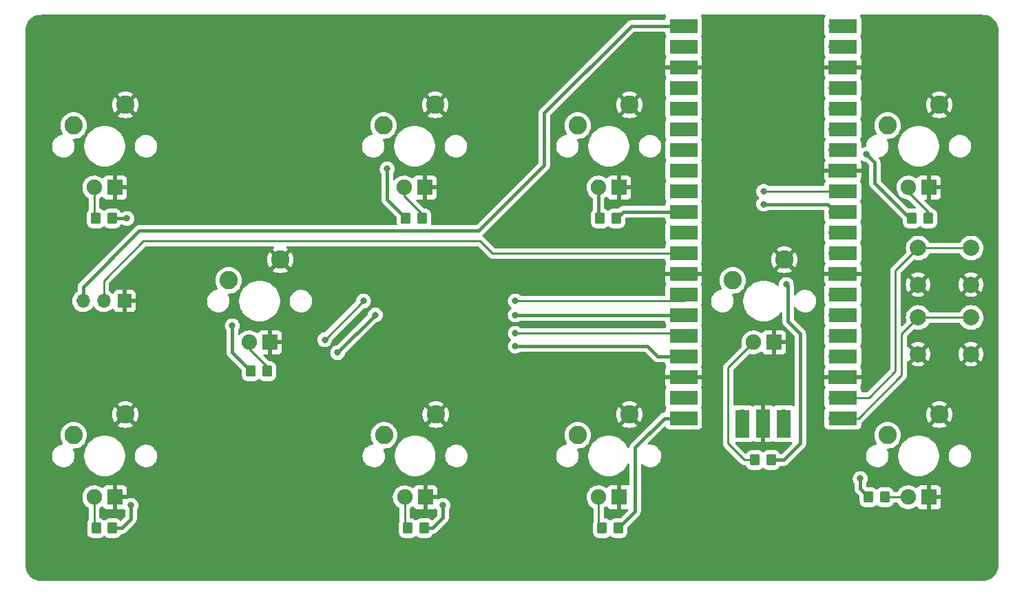
<source format=gbl>
%TF.GenerationSoftware,KiCad,Pcbnew,(6.0.8)*%
%TF.CreationDate,2022-10-24T13:23:09-06:00*%
%TF.ProjectId,pcb,7063622e-6b69-4636-9164-5f7063625858,rev?*%
%TF.SameCoordinates,Original*%
%TF.FileFunction,Copper,L2,Bot*%
%TF.FilePolarity,Positive*%
%FSLAX46Y46*%
G04 Gerber Fmt 4.6, Leading zero omitted, Abs format (unit mm)*
G04 Created by KiCad (PCBNEW (6.0.8)) date 2022-10-24 13:23:09*
%MOMM*%
%LPD*%
G01*
G04 APERTURE LIST*
G04 Aperture macros list*
%AMRoundRect*
0 Rectangle with rounded corners*
0 $1 Rounding radius*
0 $2 $3 $4 $5 $6 $7 $8 $9 X,Y pos of 4 corners*
0 Add a 4 corners polygon primitive as box body*
4,1,4,$2,$3,$4,$5,$6,$7,$8,$9,$2,$3,0*
0 Add four circle primitives for the rounded corners*
1,1,$1+$1,$2,$3*
1,1,$1+$1,$4,$5*
1,1,$1+$1,$6,$7*
1,1,$1+$1,$8,$9*
0 Add four rect primitives between the rounded corners*
20,1,$1+$1,$2,$3,$4,$5,0*
20,1,$1+$1,$4,$5,$6,$7,0*
20,1,$1+$1,$6,$7,$8,$9,0*
20,1,$1+$1,$8,$9,$2,$3,0*%
G04 Aperture macros list end*
%TA.AperFunction,SMDPad,CuDef*%
%ADD10RoundRect,0.250000X-0.350000X-0.450000X0.350000X-0.450000X0.350000X0.450000X-0.350000X0.450000X0*%
%TD*%
%TA.AperFunction,SMDPad,CuDef*%
%ADD11RoundRect,0.250000X0.350000X0.450000X-0.350000X0.450000X-0.350000X-0.450000X0.350000X-0.450000X0*%
%TD*%
%TA.AperFunction,ComponentPad*%
%ADD12C,2.250000*%
%TD*%
%TA.AperFunction,ComponentPad*%
%ADD13C,1.905000*%
%TD*%
%TA.AperFunction,ComponentPad*%
%ADD14R,1.905000X1.905000*%
%TD*%
%TA.AperFunction,ComponentPad*%
%ADD15C,2.000000*%
%TD*%
%TA.AperFunction,ComponentPad*%
%ADD16R,1.700000X1.700000*%
%TD*%
%TA.AperFunction,ComponentPad*%
%ADD17O,1.700000X1.700000*%
%TD*%
%TA.AperFunction,SMDPad,CuDef*%
%ADD18R,3.500000X1.700000*%
%TD*%
%TA.AperFunction,SMDPad,CuDef*%
%ADD19R,1.700000X3.500000*%
%TD*%
%TA.AperFunction,ViaPad*%
%ADD20C,0.800000*%
%TD*%
%TA.AperFunction,Conductor*%
%ADD21C,0.254000*%
%TD*%
%TA.AperFunction,Conductor*%
%ADD22C,0.381000*%
%TD*%
G04 APERTURE END LIST*
D10*
%TO.P,R10,1*%
%TO.N,P2 DR LED*%
X185944000Y-119380000D03*
%TO.P,R10,2*%
%TO.N,Net-(MX10-Pad3)*%
X187944000Y-119380000D03*
%TD*%
%TO.P,R9,1*%
%TO.N,P2 UR LED*%
X191278000Y-85090000D03*
%TO.P,R9,2*%
%TO.N,Net-(MX9-Pad3)*%
X193278000Y-85090000D03*
%TD*%
D11*
%TO.P,R8,1*%
%TO.N,P2 CN LED*%
X173974000Y-114808000D03*
%TO.P,R8,2*%
%TO.N,Net-(MX8-Pad3)*%
X171974000Y-114808000D03*
%TD*%
%TO.P,R7,1*%
%TO.N,P2 UL LED*%
X154924000Y-85090000D03*
%TO.P,R7,2*%
%TO.N,Net-(MX7-Pad3)*%
X152924000Y-85090000D03*
%TD*%
%TO.P,R6,1*%
%TO.N,P2 DL LED*%
X155178000Y-123190000D03*
%TO.P,R6,2*%
%TO.N,Net-(MX6-Pad3)*%
X153178000Y-123190000D03*
%TD*%
%TO.P,R5,1*%
%TO.N,P1 DR LED*%
X131302000Y-123190000D03*
%TO.P,R5,2*%
%TO.N,Net-(MX5-Pad3)*%
X129302000Y-123190000D03*
%TD*%
D10*
%TO.P,R4,1*%
%TO.N,P1 UR LED*%
X129048000Y-85090000D03*
%TO.P,R4,2*%
%TO.N,Net-(MX4-Pad3)*%
X131048000Y-85090000D03*
%TD*%
%TO.P,R3,2*%
%TO.N,Net-(MX3-Pad3)*%
X111998000Y-103886000D03*
%TO.P,R3,1*%
%TO.N,P1 CN LED*%
X109998000Y-103886000D03*
%TD*%
D11*
%TO.P,R1,1*%
%TO.N,P1 UL LED*%
X92964000Y-123190000D03*
%TO.P,R1,2*%
%TO.N,Net-(MX1-Pad3)*%
X90964000Y-123190000D03*
%TD*%
%TO.P,R2,1*%
%TO.N,P1 DL LED*%
X92948000Y-85090000D03*
%TO.P,R2,2*%
%TO.N,Net-(MX2-Pad3)*%
X90948000Y-85090000D03*
%TD*%
D12*
%TO.P,MX10,1,COL*%
%TO.N,P2 DR*%
X188277500Y-111760000D03*
%TO.P,MX10,2,ROW*%
%TO.N,GND*%
X194627500Y-109220000D03*
D13*
%TO.P,MX10,3,LED*%
%TO.N,Net-(MX10-Pad3)*%
X190817500Y-119380000D03*
D14*
%TO.P,MX10,4,LEDGND*%
%TO.N,GND*%
X193357500Y-119380000D03*
%TD*%
D12*
%TO.P,MX1,1,COL*%
%TO.N,P1 UL*%
X88195250Y-111760000D03*
%TO.P,MX1,2,ROW*%
%TO.N,GND*%
X94545250Y-109220000D03*
D13*
%TO.P,MX1,3,LED*%
%TO.N,Net-(MX1-Pad3)*%
X90735250Y-119380000D03*
D14*
%TO.P,MX1,4,LEDGND*%
%TO.N,GND*%
X93275250Y-119380000D03*
%TD*%
D12*
%TO.P,MX3,1,COL*%
%TO.N,P1 CN*%
X107245250Y-92710000D03*
%TO.P,MX3,2,ROW*%
%TO.N,GND*%
X113595250Y-90170000D03*
D13*
%TO.P,MX3,3,LED*%
%TO.N,Net-(MX3-Pad3)*%
X109785250Y-100330000D03*
D14*
%TO.P,MX3,4,LEDGND*%
%TO.N,GND*%
X112325250Y-100330000D03*
%TD*%
D15*
%TO.P,SW1,1,1*%
%TO.N,SERVICE*%
X192024000Y-88732000D03*
X198524000Y-88732000D03*
%TO.P,SW1,2,2*%
%TO.N,GND*%
X192024000Y-93232000D03*
X198524000Y-93232000D03*
%TD*%
D12*
%TO.P,MX7,1,COL*%
%TO.N,P2 UL*%
X150177500Y-73660000D03*
%TO.P,MX7,2,ROW*%
%TO.N,GND*%
X156527500Y-71120000D03*
D13*
%TO.P,MX7,3,LED*%
%TO.N,Net-(MX7-Pad3)*%
X152717500Y-81280000D03*
D14*
%TO.P,MX7,4,LEDGND*%
%TO.N,GND*%
X155257500Y-81280000D03*
%TD*%
D15*
%TO.P,SW2,1,1*%
%TO.N,TEST*%
X198524000Y-97282000D03*
X192024000Y-97282000D03*
%TO.P,SW2,2,2*%
%TO.N,GND*%
X198524000Y-101782000D03*
X192024000Y-101782000D03*
%TD*%
D16*
%TO.P,REF\u002A\u002A,1*%
%TO.N,GND*%
X94456250Y-95250000D03*
D17*
%TO.P,REF\u002A\u002A,2*%
%TO.N,WS2812B DIN*%
X91916250Y-95250000D03*
%TO.P,REF\u002A\u002A,3*%
%TO.N,+5V*%
X89376250Y-95250000D03*
%TD*%
D12*
%TO.P,MX8,1,COL*%
%TO.N,P2 CN*%
X169227500Y-92710000D03*
%TO.P,MX8,2,ROW*%
%TO.N,GND*%
X175577500Y-90170000D03*
D13*
%TO.P,MX8,3,LED*%
%TO.N,Net-(MX8-Pad3)*%
X171767500Y-100330000D03*
D14*
%TO.P,MX8,4,LEDGND*%
%TO.N,GND*%
X174307500Y-100330000D03*
%TD*%
D12*
%TO.P,MX5,1,COL*%
%TO.N,P1 DR*%
X126365000Y-111760000D03*
%TO.P,MX5,2,ROW*%
%TO.N,GND*%
X132715000Y-109220000D03*
D13*
%TO.P,MX5,3,LED*%
%TO.N,Net-(MX5-Pad3)*%
X128905000Y-119380000D03*
D14*
%TO.P,MX5,4,LEDGND*%
%TO.N,GND*%
X131445000Y-119380000D03*
%TD*%
D12*
%TO.P,MX2,1,COL*%
%TO.N,P1 DL*%
X88195250Y-73660000D03*
%TO.P,MX2,2,ROW*%
%TO.N,GND*%
X94545250Y-71120000D03*
D13*
%TO.P,MX2,3,LED*%
%TO.N,Net-(MX2-Pad3)*%
X90735250Y-81280000D03*
D14*
%TO.P,MX2,4,LEDGND*%
%TO.N,GND*%
X93275250Y-81280000D03*
%TD*%
%TO.P,MX6,4,LEDGND*%
%TO.N,GND*%
X155257500Y-119380000D03*
D13*
%TO.P,MX6,3,LED*%
%TO.N,Net-(MX6-Pad3)*%
X152717500Y-119380000D03*
D12*
%TO.P,MX6,2,ROW*%
%TO.N,GND*%
X156527500Y-109220000D03*
%TO.P,MX6,1,COL*%
%TO.N,P2 DL*%
X150177500Y-111760000D03*
%TD*%
%TO.P,MX4,1,COL*%
%TO.N,P1 UR*%
X126295250Y-73660000D03*
%TO.P,MX4,2,ROW*%
%TO.N,GND*%
X132645250Y-71120000D03*
D13*
%TO.P,MX4,3,LED*%
%TO.N,Net-(MX4-Pad3)*%
X128835250Y-81280000D03*
D14*
%TO.P,MX4,4,LEDGND*%
%TO.N,GND*%
X131375250Y-81280000D03*
%TD*%
D12*
%TO.P,MX9,1,COL*%
%TO.N,P2 UR*%
X188277500Y-73660000D03*
%TO.P,MX9,2,ROW*%
%TO.N,GND*%
X194627500Y-71120000D03*
D13*
%TO.P,MX9,3,LED*%
%TO.N,Net-(MX9-Pad3)*%
X190817500Y-81280000D03*
D14*
%TO.P,MX9,4,LEDGND*%
%TO.N,GND*%
X193357500Y-81280000D03*
%TD*%
D18*
%TO.P,U1,1,GPIO0*%
%TO.N,P2 UR*%
X182757750Y-61402998D03*
D17*
X181857750Y-61402998D03*
%TO.P,U1,2,GPIO1*%
%TO.N,P2 UR LED*%
X181857750Y-63942998D03*
D18*
X182757750Y-63942998D03*
%TO.P,U1,3,GND*%
%TO.N,GND*%
X182757750Y-66482998D03*
D16*
X181857750Y-66482998D03*
D17*
%TO.P,U1,4,GPIO2*%
%TO.N,P2 CN*%
X181857750Y-69022998D03*
D18*
X182757750Y-69022998D03*
%TO.P,U1,5,GPIO3*%
%TO.N,P2 CN LED*%
X182757750Y-71562998D03*
D17*
X181857750Y-71562998D03*
%TO.P,U1,6,GPIO4*%
%TO.N,P2 DR*%
X181857750Y-74102998D03*
D18*
X182757750Y-74102998D03*
%TO.P,U1,7,GPIO5*%
%TO.N,P2 DR LED*%
X182757750Y-76642998D03*
D17*
X181857750Y-76642998D03*
D16*
%TO.P,U1,8,GND*%
%TO.N,GND*%
X181857750Y-79182998D03*
D18*
X182757750Y-79182998D03*
%TO.P,U1,9,GPIO6*%
%TO.N,P1 UR*%
X182757750Y-81722998D03*
D17*
X181857750Y-81722998D03*
%TO.P,U1,10,GPIO7*%
%TO.N,P1 UR LED*%
X181857750Y-84262998D03*
D18*
X182757750Y-84262998D03*
D17*
%TO.P,U1,11,GPIO8*%
%TO.N,P1 DR*%
X181857750Y-86802998D03*
D18*
X182757750Y-86802998D03*
%TO.P,U1,12,GPIO9*%
%TO.N,P1 DR LED*%
X182757750Y-89342998D03*
D17*
X181857750Y-89342998D03*
D16*
%TO.P,U1,13,GND*%
%TO.N,GND*%
X181857750Y-91882998D03*
D18*
X182757750Y-91882998D03*
D17*
%TO.P,U1,14,GPIO10*%
%TO.N,P1 CN*%
X181857750Y-94422998D03*
D18*
X182757750Y-94422998D03*
%TO.P,U1,15,GPIO11*%
%TO.N,P1 CN LED*%
X182757750Y-96962998D03*
D17*
X181857750Y-96962998D03*
%TO.P,U1,16,GPIO12*%
%TO.N,unconnected-(U1-Pad16)*%
X181857750Y-99502998D03*
D18*
X182757750Y-99502998D03*
D17*
%TO.P,U1,17,GPIO13*%
%TO.N,unconnected-(U1-Pad17)*%
X181857750Y-102042998D03*
D18*
X182757750Y-102042998D03*
%TO.P,U1,18,GND*%
%TO.N,GND*%
X182757750Y-104582998D03*
D16*
X181857750Y-104582998D03*
D17*
%TO.P,U1,19,GPIO14*%
%TO.N,SERVICE*%
X181857750Y-107122998D03*
D18*
X182757750Y-107122998D03*
D17*
%TO.P,U1,20,GPIO15*%
%TO.N,TEST*%
X181857750Y-109662998D03*
D18*
X182757750Y-109662998D03*
D17*
%TO.P,U1,21,GPIO16*%
%TO.N,P2 DL LED*%
X164077750Y-109662998D03*
D18*
X163177750Y-109662998D03*
%TO.P,U1,22,GPIO17*%
%TO.N,P2 DL*%
X163177750Y-107122998D03*
D17*
X164077750Y-107122998D03*
D18*
%TO.P,U1,23,GND*%
%TO.N,GND*%
X163177750Y-104582998D03*
D16*
X164077750Y-104582998D03*
D18*
%TO.P,U1,24,GPIO18*%
%TO.N,P1 DL LED*%
X163177750Y-102042998D03*
D17*
X164077750Y-102042998D03*
D18*
%TO.P,U1,25,GPIO19*%
%TO.N,P1 DL*%
X163177750Y-99502998D03*
D17*
X164077750Y-99502998D03*
D18*
%TO.P,U1,26,GPIO20*%
%TO.N,P1 UL LED*%
X163177750Y-96962998D03*
D17*
X164077750Y-96962998D03*
%TO.P,U1,27,GPIO21*%
%TO.N,P1 UL*%
X164077750Y-94422998D03*
D18*
X163177750Y-94422998D03*
D16*
%TO.P,U1,28,GND*%
%TO.N,GND*%
X164077750Y-91882998D03*
D18*
X163177750Y-91882998D03*
%TO.P,U1,29,GPIO22*%
%TO.N,WS2812B DIN*%
X163177750Y-89342998D03*
D17*
X164077750Y-89342998D03*
D18*
%TO.P,U1,30,RUN*%
%TO.N,unconnected-(U1-Pad30)*%
X163177750Y-86802998D03*
D17*
X164077750Y-86802998D03*
D18*
%TO.P,U1,31,GPIO26_ADC0*%
%TO.N,P2 UL LED*%
X163177750Y-84262998D03*
D17*
X164077750Y-84262998D03*
%TO.P,U1,32,GPIO27_ADC1*%
%TO.N,P2 UL*%
X164077750Y-81722998D03*
D18*
X163177750Y-81722998D03*
D16*
%TO.P,U1,33,AGND*%
%TO.N,unconnected-(U1-Pad33)*%
X164077750Y-79182998D03*
D18*
X163177750Y-79182998D03*
D17*
%TO.P,U1,34,GPIO28_ADC2*%
%TO.N,unconnected-(U1-Pad34)*%
X164077750Y-76642998D03*
D18*
X163177750Y-76642998D03*
D17*
%TO.P,U1,35,ADC_VREF*%
%TO.N,unconnected-(U1-Pad35)*%
X164077750Y-74102998D03*
D18*
X163177750Y-74102998D03*
%TO.P,U1,36,3V3*%
%TO.N,unconnected-(U1-Pad36)*%
X163177750Y-71562998D03*
D17*
X164077750Y-71562998D03*
D18*
%TO.P,U1,37,3V3_EN*%
%TO.N,unconnected-(U1-Pad37)*%
X163177750Y-69022998D03*
D17*
X164077750Y-69022998D03*
D18*
%TO.P,U1,38,GND*%
%TO.N,GND*%
X163177750Y-66482998D03*
D16*
X164077750Y-66482998D03*
D17*
%TO.P,U1,39,VSYS*%
%TO.N,unconnected-(U1-Pad39)*%
X164077750Y-63942998D03*
D18*
X163177750Y-63942998D03*
%TO.P,U1,40,VBUS*%
%TO.N,+5V*%
X163177750Y-61402998D03*
D17*
X164077750Y-61402998D03*
D19*
%TO.P,U1,41,SWCLK*%
%TO.N,unconnected-(U1-Pad41)*%
X175507750Y-110332998D03*
D17*
X175507750Y-109432998D03*
D19*
%TO.P,U1,42,GND*%
%TO.N,GND*%
X172967750Y-110332998D03*
D16*
X172967750Y-109432998D03*
D17*
%TO.P,U1,43,SWDIO*%
%TO.N,unconnected-(U1-Pad43)*%
X170427750Y-109432998D03*
D19*
X170427750Y-110332998D03*
%TD*%
D20*
%TO.N,P2 DR LED*%
X184912000Y-117094000D03*
%TO.N,P2 UR LED*%
X185674000Y-77216000D03*
%TO.N,P2 CN LED*%
X175813000Y-93218000D03*
%TO.N,P1 DR LED*%
X133604000Y-120396000D03*
%TO.N,P1 CN LED*%
X107696000Y-98298000D03*
%TO.N,P1 UR LED*%
X126746000Y-78994000D03*
%TO.N,P1 UL LED*%
X95250000Y-120396000D03*
%TO.N,P1 DL LED*%
X94742000Y-85090000D03*
%TO.N,P1 UL*%
X123825000Y-95250000D03*
X142494000Y-95250000D03*
X119062500Y-100012500D03*
%TO.N,P1 UL LED*%
X120650000Y-101600000D03*
X142494000Y-96962998D03*
X125287002Y-96962998D03*
%TO.N,P1 DL*%
X142494000Y-99218750D03*
%TO.N,P1 DL LED*%
X142494000Y-100806250D03*
%TO.N,P1 UR*%
X173037500Y-81756250D03*
%TO.N,P1 UR LED*%
X173037500Y-83343750D03*
%TD*%
D21*
%TO.N,Net-(MX8-Pad3)*%
X168656000Y-112776000D02*
X168656000Y-103441500D01*
X168656000Y-103441500D02*
X171767500Y-100330000D01*
X170688000Y-114808000D02*
X168656000Y-112776000D01*
X171974000Y-114808000D02*
X170688000Y-114808000D01*
D22*
%TO.N,P2 CN LED*%
X175514000Y-114808000D02*
X173974000Y-114808000D01*
X177546000Y-112776000D02*
X175514000Y-114808000D01*
X177546000Y-99314000D02*
X177546000Y-112776000D01*
X176022000Y-93427000D02*
X176022000Y-97790000D01*
X175813000Y-93218000D02*
X176022000Y-93427000D01*
X176022000Y-97790000D02*
X177546000Y-99314000D01*
%TO.N,P1 UR LED*%
X180938502Y-83343750D02*
X181857750Y-84262998D01*
D21*
%TO.N,Net-(MX3-Pad3)*%
X109785250Y-101149250D02*
X109785250Y-100330000D01*
X111998000Y-103362000D02*
X109785250Y-101149250D01*
X111998000Y-103886000D02*
X111998000Y-103362000D01*
D22*
%TO.N,P1 UL LED*%
X94107000Y-123190000D02*
X92964000Y-123190000D01*
X95250000Y-122047000D02*
X94107000Y-123190000D01*
X95250000Y-120396000D02*
X95250000Y-122047000D01*
%TO.N,P1 DR LED*%
X132334000Y-123190000D02*
X131302000Y-123190000D01*
X133604000Y-121920000D02*
X132334000Y-123190000D01*
X133604000Y-120396000D02*
X133604000Y-121920000D01*
%TO.N,P2 UR LED*%
X191024000Y-85090000D02*
X191278000Y-85090000D01*
X186690000Y-78232000D02*
X186690000Y-80756000D01*
X186690000Y-80756000D02*
X191024000Y-85090000D01*
X185674000Y-77216000D02*
X186690000Y-78232000D01*
%TO.N,P1 DL LED*%
X94742000Y-85090000D02*
X92948000Y-85090000D01*
%TO.N,P2 DR LED*%
X184912000Y-118348000D02*
X184912000Y-117094000D01*
%TO.N,P2 DL LED*%
X157226000Y-121142000D02*
X155178000Y-123190000D01*
X157226000Y-113284000D02*
X157226000Y-121142000D01*
X160847002Y-109662998D02*
X157226000Y-113284000D01*
X164077750Y-109662998D02*
X160847002Y-109662998D01*
%TO.N,P2 DR LED*%
X184912000Y-118348000D02*
X185944000Y-119380000D01*
D21*
%TO.N,Net-(MX10-Pad3)*%
X190817500Y-119380000D02*
X187944000Y-119380000D01*
%TO.N,WS2812B DIN*%
X96774000Y-87884000D02*
X91916250Y-92741750D01*
X138176000Y-87884000D02*
X96774000Y-87884000D01*
X91916250Y-92741750D02*
X91916250Y-95250000D01*
X139700000Y-89408000D02*
X138176000Y-87884000D01*
X164012748Y-89408000D02*
X139700000Y-89408000D01*
X164077750Y-89342998D02*
X164012748Y-89408000D01*
D22*
%TO.N,P1 CN LED*%
X107696000Y-101584000D02*
X109998000Y-103886000D01*
X107696000Y-98298000D02*
X107696000Y-101584000D01*
%TO.N,P1 UR LED*%
X126746000Y-82788000D02*
X129048000Y-85090000D01*
X126746000Y-78994000D02*
X126746000Y-82788000D01*
D21*
%TO.N,Net-(MX6-Pad3)*%
X152717500Y-119380000D02*
X152717500Y-122729500D01*
X152717500Y-122729500D02*
X153178000Y-123190000D01*
D22*
%TO.N,+5V*%
X146050000Y-72136000D02*
X156783002Y-61402998D01*
X138017250Y-86614000D02*
X146050000Y-78581250D01*
X96266000Y-86614000D02*
X138017250Y-86614000D01*
X156783002Y-61402998D02*
X164077750Y-61402998D01*
X89376250Y-93503750D02*
X96266000Y-86614000D01*
X146050000Y-78581250D02*
X146050000Y-72136000D01*
X89376250Y-95250000D02*
X89376250Y-93503750D01*
D21*
%TO.N,Net-(MX4-Pad3)*%
X131048000Y-84566000D02*
X128835250Y-82353250D01*
X131048000Y-85090000D02*
X131048000Y-84566000D01*
X128835250Y-82353250D02*
X128835250Y-81280000D01*
%TO.N,Net-(MX2-Pad3)*%
X90735250Y-84877250D02*
X90735250Y-81280000D01*
X90948000Y-85090000D02*
X90735250Y-84877250D01*
D22*
%TO.N,Net-(MX7-Pad3)*%
X152717500Y-84883500D02*
X152924000Y-85090000D01*
X152717500Y-81280000D02*
X152717500Y-84883500D01*
%TO.N,P2 UL LED*%
X155751002Y-84262998D02*
X154924000Y-85090000D01*
X164077750Y-84262998D02*
X155751002Y-84262998D01*
D21*
%TO.N,Net-(MX9-Pad3)*%
X190817500Y-81851500D02*
X190817500Y-81280000D01*
X193278000Y-84312000D02*
X190817500Y-81851500D01*
X193278000Y-85090000D02*
X193278000Y-84312000D01*
X190817500Y-82105500D02*
X190817500Y-81280000D01*
X193024000Y-85090000D02*
X193024000Y-84312000D01*
%TO.N,Net-(MX5-Pad3)*%
X128905000Y-123047000D02*
X128905000Y-119380000D01*
X129048000Y-123190000D02*
X128905000Y-123047000D01*
%TO.N,Net-(MX6-Pad3)*%
X152924000Y-123190000D02*
X152717500Y-122983500D01*
%TO.N,Net-(MX1-Pad3)*%
X90735250Y-122961250D02*
X90735250Y-119380000D01*
X90964000Y-123190000D02*
X90735250Y-122961250D01*
%TO.N,P1 UL*%
X119062500Y-100012500D02*
X123825000Y-95250000D01*
X163250748Y-95250000D02*
X164077750Y-94422998D01*
X142494000Y-95250000D02*
X163250748Y-95250000D01*
D22*
%TO.N,P1 UL LED*%
X120650000Y-101600000D02*
X125287002Y-96962998D01*
X142494000Y-96962998D02*
X164077750Y-96962998D01*
D21*
%TO.N,P1 DL*%
X142494000Y-99218750D02*
X163793502Y-99218750D01*
X163793502Y-99218750D02*
X164077750Y-99502998D01*
D22*
%TO.N,P1 DL LED*%
X142494000Y-100806250D02*
X158750000Y-100806250D01*
X158750000Y-100806250D02*
X159986748Y-102042998D01*
X159986748Y-102042998D02*
X164077750Y-102042998D01*
D21*
%TO.N,P1 UR*%
X173037500Y-81756250D02*
X181824498Y-81756250D01*
X181824498Y-81756250D02*
X181857750Y-81722998D01*
D22*
%TO.N,P1 UR LED*%
X173037500Y-83343750D02*
X180938502Y-83343750D01*
D21*
%TO.N,SERVICE*%
X189230000Y-103886000D02*
X185993002Y-107122998D01*
X192024000Y-88732000D02*
X189230000Y-91526000D01*
X189230000Y-91526000D02*
X189230000Y-103886000D01*
X192024000Y-88732000D02*
X198524000Y-88732000D01*
X185993002Y-107122998D02*
X181857750Y-107122998D01*
%TO.N,TEST*%
X189992000Y-99314000D02*
X189992000Y-104394000D01*
X192024000Y-97282000D02*
X198524000Y-97282000D01*
X192024000Y-97282000D02*
X189992000Y-99314000D01*
X184723002Y-109662998D02*
X181857750Y-109662998D01*
X189992000Y-104394000D02*
X184723002Y-109662998D01*
%TD*%
%TA.AperFunction,Conductor*%
%TO.N,GND*%
G36*
X160993128Y-60059752D02*
G01*
X161039621Y-60113408D01*
X161049725Y-60183682D01*
X161025833Y-60241315D01*
X160982521Y-60299106D01*
X160977135Y-60306293D01*
X160926005Y-60442682D01*
X160919250Y-60504864D01*
X160919250Y-60577998D01*
X160899248Y-60646119D01*
X160845592Y-60692612D01*
X160793250Y-60703998D01*
X156811601Y-60703998D01*
X156803031Y-60703706D01*
X156753725Y-60700344D01*
X156753721Y-60700344D01*
X156746150Y-60699828D01*
X156738674Y-60701133D01*
X156738670Y-60701133D01*
X156684078Y-60710661D01*
X156677553Y-60711624D01*
X156622584Y-60718276D01*
X156622582Y-60718277D01*
X156615042Y-60719189D01*
X156607940Y-60721873D01*
X156604502Y-60722717D01*
X156590379Y-60726581D01*
X156586968Y-60727611D01*
X156579485Y-60728917D01*
X156572530Y-60731970D01*
X156521804Y-60754237D01*
X156515698Y-60756728D01*
X156474114Y-60772442D01*
X156456780Y-60778992D01*
X156450525Y-60783291D01*
X156447384Y-60784933D01*
X156434630Y-60792031D01*
X156431524Y-60793868D01*
X156424569Y-60796921D01*
X156418542Y-60801546D01*
X156418538Y-60801548D01*
X156374600Y-60835263D01*
X156369282Y-60839127D01*
X156317350Y-60874819D01*
X156312298Y-60880489D01*
X156312297Y-60880490D01*
X156276484Y-60920686D01*
X156271503Y-60925962D01*
X145575962Y-71621503D01*
X145569697Y-71627356D01*
X145526726Y-71664842D01*
X145522359Y-71671056D01*
X145490506Y-71716378D01*
X145486573Y-71721674D01*
X145452394Y-71765263D01*
X145452392Y-71765266D01*
X145447708Y-71771240D01*
X145444582Y-71778164D01*
X145442744Y-71781199D01*
X145435500Y-71793898D01*
X145433812Y-71797046D01*
X145429444Y-71803261D01*
X145407680Y-71859085D01*
X145406567Y-71861939D01*
X145404022Y-71867995D01*
X145378087Y-71925435D01*
X145376702Y-71932908D01*
X145375631Y-71936326D01*
X145371646Y-71950315D01*
X145370749Y-71953807D01*
X145367988Y-71960889D01*
X145366996Y-71968422D01*
X145366996Y-71968423D01*
X145359767Y-72023330D01*
X145358735Y-72029843D01*
X145348639Y-72084318D01*
X145347255Y-72091787D01*
X145347692Y-72099367D01*
X145347692Y-72099368D01*
X145350791Y-72153112D01*
X145351000Y-72160365D01*
X145351000Y-78239525D01*
X145330998Y-78307646D01*
X145314095Y-78328620D01*
X137764620Y-85878095D01*
X137702308Y-85912121D01*
X137675525Y-85915000D01*
X132247323Y-85915000D01*
X132179202Y-85894998D01*
X132132709Y-85841342D01*
X132122605Y-85771068D01*
X132127730Y-85749334D01*
X132143631Y-85701392D01*
X132143632Y-85701389D01*
X132145797Y-85694861D01*
X132156500Y-85590400D01*
X132156500Y-84589600D01*
X132153302Y-84558774D01*
X132146238Y-84490692D01*
X132146237Y-84490688D01*
X132145526Y-84483834D01*
X132089550Y-84316054D01*
X131996478Y-84165652D01*
X131871303Y-84040695D01*
X131841974Y-84022616D01*
X131726968Y-83951725D01*
X131726966Y-83951724D01*
X131720738Y-83947885D01*
X131560254Y-83894655D01*
X131559389Y-83894368D01*
X131559387Y-83894368D01*
X131552861Y-83892203D01*
X131546025Y-83891503D01*
X131546022Y-83891502D01*
X131502969Y-83887091D01*
X131448400Y-83881500D01*
X131314422Y-83881500D01*
X131246301Y-83861498D01*
X131225331Y-83844599D01*
X130336326Y-82955594D01*
X130302302Y-82893283D01*
X130307367Y-82822467D01*
X130349914Y-82765632D01*
X130416434Y-82740821D01*
X130425423Y-82740500D01*
X131103135Y-82740500D01*
X131118374Y-82736025D01*
X131119579Y-82734635D01*
X131121250Y-82726952D01*
X131121250Y-82722384D01*
X131629250Y-82722384D01*
X131633725Y-82737623D01*
X131635115Y-82738828D01*
X131642798Y-82740499D01*
X132372419Y-82740499D01*
X132379240Y-82740129D01*
X132430102Y-82734605D01*
X132445354Y-82730979D01*
X132565804Y-82685824D01*
X132581399Y-82677286D01*
X132683474Y-82600785D01*
X132696035Y-82588224D01*
X132772536Y-82486149D01*
X132781074Y-82470554D01*
X132826228Y-82350106D01*
X132829855Y-82334851D01*
X132835381Y-82283986D01*
X132835750Y-82277172D01*
X132835750Y-81552115D01*
X132831275Y-81536876D01*
X132829885Y-81535671D01*
X132822202Y-81534000D01*
X131647365Y-81534000D01*
X131632126Y-81538475D01*
X131630921Y-81539865D01*
X131629250Y-81547548D01*
X131629250Y-82722384D01*
X131121250Y-82722384D01*
X131121250Y-81007885D01*
X131629250Y-81007885D01*
X131633725Y-81023124D01*
X131635115Y-81024329D01*
X131642798Y-81026000D01*
X132817634Y-81026000D01*
X132832873Y-81021525D01*
X132834078Y-81020135D01*
X132835749Y-81012452D01*
X132835749Y-80282831D01*
X132835379Y-80276010D01*
X132829855Y-80225148D01*
X132826229Y-80209896D01*
X132781074Y-80089446D01*
X132772536Y-80073851D01*
X132696035Y-79971776D01*
X132683474Y-79959215D01*
X132581399Y-79882714D01*
X132565804Y-79874176D01*
X132445356Y-79829022D01*
X132430101Y-79825395D01*
X132379236Y-79819869D01*
X132372422Y-79819500D01*
X131647365Y-79819500D01*
X131632126Y-79823975D01*
X131630921Y-79825365D01*
X131629250Y-79833048D01*
X131629250Y-81007885D01*
X131121250Y-81007885D01*
X131121250Y-79837616D01*
X131116775Y-79822377D01*
X131115385Y-79821172D01*
X131107702Y-79819501D01*
X130378081Y-79819501D01*
X130371260Y-79819871D01*
X130320398Y-79825395D01*
X130305146Y-79829021D01*
X130184696Y-79874176D01*
X130169101Y-79882714D01*
X130067026Y-79959215D01*
X130054465Y-79971776D01*
X129977964Y-80073851D01*
X129969426Y-80089445D01*
X129965090Y-80101013D01*
X129922449Y-80157779D01*
X129855888Y-80182480D01*
X129786539Y-80167274D01*
X129769015Y-80155668D01*
X129762601Y-80150602D01*
X129685164Y-80089446D01*
X129650580Y-80062133D01*
X129650575Y-80062130D01*
X129646526Y-80058932D01*
X129642010Y-80056439D01*
X129642007Y-80056437D01*
X129440724Y-79945323D01*
X129440720Y-79945321D01*
X129436200Y-79942826D01*
X129431331Y-79941102D01*
X129431327Y-79941100D01*
X129214610Y-79864356D01*
X129214606Y-79864355D01*
X129209735Y-79862630D01*
X129204642Y-79861723D01*
X129204639Y-79861722D01*
X128978302Y-79821405D01*
X128978296Y-79821404D01*
X128973213Y-79820499D01*
X128885850Y-79819432D01*
X128738157Y-79817627D01*
X128738155Y-79817627D01*
X128732987Y-79817564D01*
X128495506Y-79853904D01*
X128407361Y-79882714D01*
X128272067Y-79926934D01*
X128272061Y-79926937D01*
X128267149Y-79928542D01*
X128262563Y-79930929D01*
X128262559Y-79930931D01*
X128058643Y-80037084D01*
X128054050Y-80039475D01*
X128049907Y-80042585D01*
X128049908Y-80042585D01*
X127899296Y-80155668D01*
X127861930Y-80183723D01*
X127695949Y-80357412D01*
X127693035Y-80361684D01*
X127693031Y-80361689D01*
X127675088Y-80387992D01*
X127620177Y-80432995D01*
X127549652Y-80441166D01*
X127485905Y-80409912D01*
X127449175Y-80349155D01*
X127445000Y-80316988D01*
X127445000Y-79623779D01*
X127465002Y-79555658D01*
X127477359Y-79539475D01*
X127485040Y-79530944D01*
X127580527Y-79365556D01*
X127639542Y-79183928D01*
X127659504Y-78994000D01*
X127653413Y-78936051D01*
X127640232Y-78810635D01*
X127640232Y-78810633D01*
X127639542Y-78804072D01*
X127580527Y-78622444D01*
X127485040Y-78457056D01*
X127429239Y-78395082D01*
X127361675Y-78320045D01*
X127361674Y-78320044D01*
X127357253Y-78315134D01*
X127219973Y-78215394D01*
X127208094Y-78206763D01*
X127208093Y-78206762D01*
X127202752Y-78202882D01*
X127196724Y-78200198D01*
X127196722Y-78200197D01*
X127034319Y-78127891D01*
X127034318Y-78127891D01*
X127028288Y-78125206D01*
X126934887Y-78105353D01*
X126847944Y-78086872D01*
X126847939Y-78086872D01*
X126841487Y-78085500D01*
X126650513Y-78085500D01*
X126644061Y-78086872D01*
X126644056Y-78086872D01*
X126557113Y-78105353D01*
X126463712Y-78125206D01*
X126457682Y-78127891D01*
X126457681Y-78127891D01*
X126295278Y-78200197D01*
X126295276Y-78200198D01*
X126289248Y-78202882D01*
X126283907Y-78206762D01*
X126283906Y-78206763D01*
X126272027Y-78215394D01*
X126134747Y-78315134D01*
X126130326Y-78320044D01*
X126130325Y-78320045D01*
X126062762Y-78395082D01*
X126006960Y-78457056D01*
X125911473Y-78622444D01*
X125852458Y-78804072D01*
X125851768Y-78810633D01*
X125851768Y-78810635D01*
X125838587Y-78936051D01*
X125832496Y-78994000D01*
X125852458Y-79183928D01*
X125911473Y-79365556D01*
X126006960Y-79530944D01*
X126014637Y-79539470D01*
X126045353Y-79603476D01*
X126047000Y-79623779D01*
X126047000Y-82759401D01*
X126046708Y-82767971D01*
X126045088Y-82791737D01*
X126042830Y-82824852D01*
X126044135Y-82832328D01*
X126044135Y-82832332D01*
X126053663Y-82886924D01*
X126054626Y-82893449D01*
X126057529Y-82917433D01*
X126062191Y-82955960D01*
X126064875Y-82963062D01*
X126065719Y-82966500D01*
X126069583Y-82980623D01*
X126070613Y-82984034D01*
X126071919Y-82991517D01*
X126074972Y-82998472D01*
X126097239Y-83049198D01*
X126099730Y-83055304D01*
X126121994Y-83114222D01*
X126126293Y-83120477D01*
X126127935Y-83123618D01*
X126135033Y-83136372D01*
X126136870Y-83139478D01*
X126139923Y-83146433D01*
X126144548Y-83152460D01*
X126144550Y-83152464D01*
X126178265Y-83196402D01*
X126182129Y-83201720D01*
X126217821Y-83253652D01*
X126263707Y-83294535D01*
X126268963Y-83299498D01*
X127902595Y-84933131D01*
X127936621Y-84995443D01*
X127939500Y-85022226D01*
X127939500Y-85590400D01*
X127939837Y-85593646D01*
X127939837Y-85593650D01*
X127943292Y-85626944D01*
X127950474Y-85696166D01*
X127952655Y-85702702D01*
X127952655Y-85702704D01*
X127968142Y-85749124D01*
X127970726Y-85820074D01*
X127934542Y-85881158D01*
X127871078Y-85912982D01*
X127848618Y-85915000D01*
X96294599Y-85915000D01*
X96286029Y-85914708D01*
X96236723Y-85911346D01*
X96236719Y-85911346D01*
X96229148Y-85910830D01*
X96221672Y-85912135D01*
X96221668Y-85912135D01*
X96167076Y-85921663D01*
X96160551Y-85922626D01*
X96105582Y-85929278D01*
X96105580Y-85929279D01*
X96098040Y-85930191D01*
X96090938Y-85932875D01*
X96087500Y-85933719D01*
X96073377Y-85937583D01*
X96069965Y-85938613D01*
X96062483Y-85939919D01*
X96055530Y-85942971D01*
X96055524Y-85942973D01*
X96004806Y-85965237D01*
X95998710Y-85967725D01*
X95975276Y-85976580D01*
X95946885Y-85987308D01*
X95946882Y-85987310D01*
X95939778Y-85989994D01*
X95933514Y-85994299D01*
X95930347Y-85995955D01*
X95917582Y-86003060D01*
X95914525Y-86004868D01*
X95907567Y-86007922D01*
X95901539Y-86012547D01*
X95901538Y-86012548D01*
X95857604Y-86046260D01*
X95852267Y-86050138D01*
X95849717Y-86051891D01*
X95800348Y-86085821D01*
X95795296Y-86091491D01*
X95795295Y-86091492D01*
X95759482Y-86131688D01*
X95754501Y-86136964D01*
X88902212Y-92989253D01*
X88895947Y-92995106D01*
X88852976Y-93032592D01*
X88830552Y-93064498D01*
X88816756Y-93084128D01*
X88812823Y-93089424D01*
X88778644Y-93133013D01*
X88778642Y-93133016D01*
X88773958Y-93138990D01*
X88770832Y-93145914D01*
X88768994Y-93148949D01*
X88761750Y-93161648D01*
X88760062Y-93164796D01*
X88755694Y-93171011D01*
X88733419Y-93228146D01*
X88732817Y-93229689D01*
X88730272Y-93235745D01*
X88704337Y-93293185D01*
X88702952Y-93300658D01*
X88701881Y-93304076D01*
X88697896Y-93318065D01*
X88696999Y-93321557D01*
X88694238Y-93328639D01*
X88693246Y-93336172D01*
X88693246Y-93336173D01*
X88686017Y-93391080D01*
X88684985Y-93397593D01*
X88675823Y-93447029D01*
X88673505Y-93459537D01*
X88673942Y-93467117D01*
X88673942Y-93467118D01*
X88677041Y-93520862D01*
X88677250Y-93528115D01*
X88677250Y-94012981D01*
X88657248Y-94081102D01*
X88626903Y-94113741D01*
X88478968Y-94224814D01*
X88471215Y-94230635D01*
X88444485Y-94258606D01*
X88377810Y-94328378D01*
X88316879Y-94392138D01*
X88313970Y-94396403D01*
X88313964Y-94396411D01*
X88260649Y-94474568D01*
X88190993Y-94576680D01*
X88173438Y-94614500D01*
X88121483Y-94726428D01*
X88096938Y-94779305D01*
X88037239Y-94994570D01*
X88013501Y-95216695D01*
X88013798Y-95221848D01*
X88013798Y-95221851D01*
X88022655Y-95375458D01*
X88026360Y-95439715D01*
X88027497Y-95444761D01*
X88027498Y-95444767D01*
X88050799Y-95548160D01*
X88075472Y-95657639D01*
X88159516Y-95864616D01*
X88198888Y-95928866D01*
X88273541Y-96050688D01*
X88276237Y-96055088D01*
X88279617Y-96058990D01*
X88284705Y-96064864D01*
X88422500Y-96223938D01*
X88594376Y-96366632D01*
X88787250Y-96479338D01*
X88995942Y-96559030D01*
X89001010Y-96560061D01*
X89001013Y-96560062D01*
X89108267Y-96581883D01*
X89214847Y-96603567D01*
X89220022Y-96603757D01*
X89220024Y-96603757D01*
X89432923Y-96611564D01*
X89432927Y-96611564D01*
X89438087Y-96611753D01*
X89443207Y-96611097D01*
X89443209Y-96611097D01*
X89654538Y-96584025D01*
X89654539Y-96584025D01*
X89659666Y-96583368D01*
X89734192Y-96561009D01*
X89868679Y-96520661D01*
X89868684Y-96520659D01*
X89873634Y-96519174D01*
X90074244Y-96420896D01*
X90256110Y-96291173D01*
X90414346Y-96133489D01*
X90423920Y-96120166D01*
X90544703Y-95952077D01*
X90546026Y-95953028D01*
X90592895Y-95909857D01*
X90662830Y-95897625D01*
X90728276Y-95925144D01*
X90756125Y-95956994D01*
X90816237Y-96055088D01*
X90819617Y-96058990D01*
X90824705Y-96064864D01*
X90962500Y-96223938D01*
X91134376Y-96366632D01*
X91327250Y-96479338D01*
X91535942Y-96559030D01*
X91541010Y-96560061D01*
X91541013Y-96560062D01*
X91648267Y-96581883D01*
X91754847Y-96603567D01*
X91760022Y-96603757D01*
X91760024Y-96603757D01*
X91972923Y-96611564D01*
X91972927Y-96611564D01*
X91978087Y-96611753D01*
X91983207Y-96611097D01*
X91983209Y-96611097D01*
X92194538Y-96584025D01*
X92194539Y-96584025D01*
X92199666Y-96583368D01*
X92274192Y-96561009D01*
X92408679Y-96520661D01*
X92408684Y-96520659D01*
X92413634Y-96519174D01*
X92614244Y-96420896D01*
X92796110Y-96291173D01*
X92847529Y-96239934D01*
X92904729Y-96182933D01*
X92967101Y-96149017D01*
X93037908Y-96154205D01*
X93094669Y-96196851D01*
X93111651Y-96227954D01*
X93152926Y-96338054D01*
X93161464Y-96353649D01*
X93237965Y-96455724D01*
X93250526Y-96468285D01*
X93352601Y-96544786D01*
X93368196Y-96553324D01*
X93488644Y-96598478D01*
X93503899Y-96602105D01*
X93554764Y-96607631D01*
X93561578Y-96608000D01*
X94184135Y-96608000D01*
X94199374Y-96603525D01*
X94200579Y-96602135D01*
X94202250Y-96594452D01*
X94202250Y-96589884D01*
X94710250Y-96589884D01*
X94714725Y-96605123D01*
X94716115Y-96606328D01*
X94723798Y-96607999D01*
X95350919Y-96607999D01*
X95357740Y-96607629D01*
X95408602Y-96602105D01*
X95423854Y-96598479D01*
X95544304Y-96553324D01*
X95559899Y-96544786D01*
X95661974Y-96468285D01*
X95674535Y-96455724D01*
X95751036Y-96353649D01*
X95759574Y-96338054D01*
X95804728Y-96217606D01*
X95808355Y-96202351D01*
X95813881Y-96151486D01*
X95814250Y-96144672D01*
X95814250Y-95522115D01*
X95809775Y-95506876D01*
X95808385Y-95505671D01*
X95800702Y-95504000D01*
X94728365Y-95504000D01*
X94713126Y-95508475D01*
X94711921Y-95509865D01*
X94710250Y-95517548D01*
X94710250Y-96589884D01*
X94202250Y-96589884D01*
X94202250Y-95184593D01*
X104588289Y-95184593D01*
X104588489Y-95189922D01*
X104588489Y-95189923D01*
X104589494Y-95216695D01*
X104597098Y-95419216D01*
X104598193Y-95424434D01*
X104638235Y-95615271D01*
X104645312Y-95649001D01*
X104731552Y-95867377D01*
X104734321Y-95871940D01*
X104845933Y-96055870D01*
X104853354Y-96068100D01*
X105007235Y-96245432D01*
X105011367Y-96248820D01*
X105184666Y-96390917D01*
X105184672Y-96390921D01*
X105188794Y-96394301D01*
X105193430Y-96396940D01*
X105193433Y-96396942D01*
X105338182Y-96479338D01*
X105392840Y-96510451D01*
X105613539Y-96590561D01*
X105618788Y-96591510D01*
X105618791Y-96591511D01*
X105685231Y-96603525D01*
X105844580Y-96632340D01*
X105848719Y-96632535D01*
X105848726Y-96632536D01*
X105867690Y-96633430D01*
X105867699Y-96633430D01*
X105869179Y-96633500D01*
X106034200Y-96633500D01*
X106123591Y-96625915D01*
X106203887Y-96619102D01*
X106203891Y-96619101D01*
X106209198Y-96618651D01*
X106214353Y-96617313D01*
X106214359Y-96617312D01*
X106431285Y-96561009D01*
X106431284Y-96561009D01*
X106436456Y-96559667D01*
X106441322Y-96557475D01*
X106441325Y-96557474D01*
X106645667Y-96465424D01*
X106645670Y-96465423D01*
X106650528Y-96463234D01*
X106845291Y-96332112D01*
X106885064Y-96294171D01*
X106940388Y-96241394D01*
X107015177Y-96170049D01*
X107024791Y-96157128D01*
X107103984Y-96050688D01*
X107155328Y-95981679D01*
X107166779Y-95959158D01*
X107259319Y-95777144D01*
X107259319Y-95777143D01*
X107261737Y-95772388D01*
X107331361Y-95548160D01*
X107345065Y-95444767D01*
X107350013Y-95407438D01*
X108552850Y-95407438D01*
X108592314Y-95719830D01*
X108670620Y-96024813D01*
X108786534Y-96317577D01*
X108788436Y-96321036D01*
X108788437Y-96321039D01*
X108932654Y-96583368D01*
X108938226Y-96593504D01*
X108967121Y-96633275D01*
X109113524Y-96834781D01*
X109123305Y-96848244D01*
X109338852Y-97077778D01*
X109581468Y-97278487D01*
X109847326Y-97447206D01*
X109850905Y-97448890D01*
X109850912Y-97448894D01*
X110128644Y-97579584D01*
X110128648Y-97579586D01*
X110132234Y-97581273D01*
X110431698Y-97678575D01*
X110740996Y-97737577D01*
X110834550Y-97743463D01*
X110974608Y-97752275D01*
X110974624Y-97752276D01*
X110976603Y-97752400D01*
X111133897Y-97752400D01*
X111135876Y-97752276D01*
X111135892Y-97752275D01*
X111275950Y-97743463D01*
X111369504Y-97737577D01*
X111678802Y-97678575D01*
X111978266Y-97581273D01*
X111981852Y-97579586D01*
X111981856Y-97579584D01*
X112259588Y-97448894D01*
X112259595Y-97448890D01*
X112263174Y-97447206D01*
X112529032Y-97278487D01*
X112771648Y-97077778D01*
X112987195Y-96848244D01*
X112996977Y-96834781D01*
X113143379Y-96633275D01*
X113172274Y-96593504D01*
X113177847Y-96583368D01*
X113322063Y-96321039D01*
X113322064Y-96321036D01*
X113323966Y-96317577D01*
X113439880Y-96024813D01*
X113518186Y-95719830D01*
X113557650Y-95407438D01*
X113557650Y-95184593D01*
X114748289Y-95184593D01*
X114748489Y-95189922D01*
X114748489Y-95189923D01*
X114749494Y-95216695D01*
X114757098Y-95419216D01*
X114758193Y-95424434D01*
X114798235Y-95615271D01*
X114805312Y-95649001D01*
X114891552Y-95867377D01*
X114894321Y-95871940D01*
X115005933Y-96055870D01*
X115013354Y-96068100D01*
X115167235Y-96245432D01*
X115171367Y-96248820D01*
X115344666Y-96390917D01*
X115344672Y-96390921D01*
X115348794Y-96394301D01*
X115353430Y-96396940D01*
X115353433Y-96396942D01*
X115498182Y-96479338D01*
X115552840Y-96510451D01*
X115773539Y-96590561D01*
X115778788Y-96591510D01*
X115778791Y-96591511D01*
X115845231Y-96603525D01*
X116004580Y-96632340D01*
X116008719Y-96632535D01*
X116008726Y-96632536D01*
X116027690Y-96633430D01*
X116027699Y-96633430D01*
X116029179Y-96633500D01*
X116194200Y-96633500D01*
X116283591Y-96625915D01*
X116363887Y-96619102D01*
X116363891Y-96619101D01*
X116369198Y-96618651D01*
X116374353Y-96617313D01*
X116374359Y-96617312D01*
X116591285Y-96561009D01*
X116591284Y-96561009D01*
X116596456Y-96559667D01*
X116601322Y-96557475D01*
X116601325Y-96557474D01*
X116805667Y-96465424D01*
X116805670Y-96465423D01*
X116810528Y-96463234D01*
X117005291Y-96332112D01*
X117045064Y-96294171D01*
X117100388Y-96241394D01*
X117175177Y-96170049D01*
X117184791Y-96157128D01*
X117263984Y-96050688D01*
X117315328Y-95981679D01*
X117326779Y-95959158D01*
X117419319Y-95777144D01*
X117419319Y-95777143D01*
X117421737Y-95772388D01*
X117491361Y-95548160D01*
X117505065Y-95444767D01*
X117521511Y-95320690D01*
X117521511Y-95320687D01*
X117522211Y-95315407D01*
X117513402Y-95080784D01*
X117491812Y-94977885D01*
X117466285Y-94856226D01*
X117466284Y-94856223D01*
X117465188Y-94850999D01*
X117378948Y-94632623D01*
X117332829Y-94556621D01*
X117259914Y-94436461D01*
X117259912Y-94436458D01*
X117257146Y-94431900D01*
X117103265Y-94254568D01*
X117066977Y-94224814D01*
X116925834Y-94109083D01*
X116925828Y-94109079D01*
X116921706Y-94105699D01*
X116917070Y-94103060D01*
X116917067Y-94103058D01*
X116722303Y-93992192D01*
X116717660Y-93989549D01*
X116496961Y-93909439D01*
X116491712Y-93908490D01*
X116491709Y-93908489D01*
X116402574Y-93892371D01*
X116265920Y-93867660D01*
X116261781Y-93867465D01*
X116261774Y-93867464D01*
X116242810Y-93866570D01*
X116242801Y-93866570D01*
X116241321Y-93866500D01*
X116076300Y-93866500D01*
X115994951Y-93873403D01*
X115906613Y-93880898D01*
X115906609Y-93880899D01*
X115901302Y-93881349D01*
X115896147Y-93882687D01*
X115896141Y-93882688D01*
X115718427Y-93928814D01*
X115674044Y-93940333D01*
X115669178Y-93942525D01*
X115669175Y-93942526D01*
X115464833Y-94034576D01*
X115464830Y-94034577D01*
X115459972Y-94036766D01*
X115265209Y-94167888D01*
X115261352Y-94171567D01*
X115261350Y-94171569D01*
X115253601Y-94178961D01*
X115095323Y-94329951D01*
X115092141Y-94334228D01*
X115092140Y-94334229D01*
X115085453Y-94343217D01*
X114955172Y-94518321D01*
X114952756Y-94523072D01*
X114952754Y-94523076D01*
X114878698Y-94668734D01*
X114848763Y-94727612D01*
X114779139Y-94951840D01*
X114778438Y-94957129D01*
X114761342Y-95086116D01*
X114748289Y-95184593D01*
X113557650Y-95184593D01*
X113557650Y-95092562D01*
X113518186Y-94780170D01*
X113439880Y-94475187D01*
X113323966Y-94182423D01*
X113317999Y-94171569D01*
X113174183Y-93909968D01*
X113174181Y-93909965D01*
X113172274Y-93906496D01*
X112987195Y-93651756D01*
X112771648Y-93422222D01*
X112529032Y-93221513D01*
X112263174Y-93052794D01*
X112259595Y-93051110D01*
X112259588Y-93051106D01*
X111981856Y-92920416D01*
X111981852Y-92920414D01*
X111978266Y-92918727D01*
X111678802Y-92821425D01*
X111369504Y-92762423D01*
X111275950Y-92756537D01*
X111135892Y-92747725D01*
X111135876Y-92747724D01*
X111133897Y-92747600D01*
X110976603Y-92747600D01*
X110974624Y-92747724D01*
X110974608Y-92747725D01*
X110834550Y-92756537D01*
X110740996Y-92762423D01*
X110431698Y-92821425D01*
X110132234Y-92918727D01*
X110128648Y-92920414D01*
X110128644Y-92920416D01*
X109850912Y-93051106D01*
X109850905Y-93051110D01*
X109847326Y-93052794D01*
X109581468Y-93221513D01*
X109338852Y-93422222D01*
X109123305Y-93651756D01*
X108938226Y-93906496D01*
X108936319Y-93909965D01*
X108936317Y-93909968D01*
X108792501Y-94171569D01*
X108786534Y-94182423D01*
X108670620Y-94475187D01*
X108592314Y-94780170D01*
X108552850Y-95092562D01*
X108552850Y-95407438D01*
X107350013Y-95407438D01*
X107361511Y-95320690D01*
X107361511Y-95320687D01*
X107362211Y-95315407D01*
X107353402Y-95080784D01*
X107331812Y-94977885D01*
X107306285Y-94856226D01*
X107306284Y-94856223D01*
X107305188Y-94850999D01*
X107218948Y-94632623D01*
X107216178Y-94628059D01*
X107216176Y-94628054D01*
X107161772Y-94538398D01*
X107143533Y-94469784D01*
X107165285Y-94402202D01*
X107220121Y-94357108D01*
X107259603Y-94347421D01*
X107501576Y-94328378D01*
X107506383Y-94327224D01*
X107506389Y-94327223D01*
X107693105Y-94282396D01*
X107751590Y-94268355D01*
X107756163Y-94266461D01*
X107984563Y-94171855D01*
X107984567Y-94171853D01*
X107989137Y-94169960D01*
X108208366Y-94035616D01*
X108403881Y-93868631D01*
X108570866Y-93673116D01*
X108705210Y-93453887D01*
X108717131Y-93425109D01*
X108801711Y-93220913D01*
X108801712Y-93220911D01*
X108803605Y-93216340D01*
X108846227Y-93038806D01*
X108862473Y-92971139D01*
X108862474Y-92971133D01*
X108863628Y-92966326D01*
X108883801Y-92710000D01*
X108863628Y-92453674D01*
X108856552Y-92424197D01*
X108804760Y-92208472D01*
X108803605Y-92203660D01*
X108778422Y-92142863D01*
X108707105Y-91970687D01*
X108707103Y-91970683D01*
X108705210Y-91966113D01*
X108570866Y-91746884D01*
X108403881Y-91551369D01*
X108337262Y-91494471D01*
X112636134Y-91494471D01*
X112639820Y-91499740D01*
X112847371Y-91626927D01*
X112856165Y-91631408D01*
X113084492Y-91725984D01*
X113093877Y-91729033D01*
X113334190Y-91786728D01*
X113343937Y-91788271D01*
X113590320Y-91807662D01*
X113600180Y-91807662D01*
X113846563Y-91788271D01*
X113856310Y-91786728D01*
X114096623Y-91729033D01*
X114106008Y-91725984D01*
X114334335Y-91631408D01*
X114343129Y-91626927D01*
X114549178Y-91500660D01*
X114554440Y-91492599D01*
X114548433Y-91482393D01*
X113608062Y-90542022D01*
X113594118Y-90534408D01*
X113592285Y-90534539D01*
X113585670Y-90538790D01*
X112643526Y-91480934D01*
X112636134Y-91494471D01*
X108337262Y-91494471D01*
X108208366Y-91384384D01*
X107989137Y-91250040D01*
X107984567Y-91248147D01*
X107984563Y-91248145D01*
X107756163Y-91153539D01*
X107756161Y-91153538D01*
X107751590Y-91151645D01*
X107642397Y-91125430D01*
X107506389Y-91092777D01*
X107506383Y-91092776D01*
X107501576Y-91091622D01*
X107245250Y-91071449D01*
X106988924Y-91091622D01*
X106984117Y-91092776D01*
X106984111Y-91092777D01*
X106848103Y-91125430D01*
X106738910Y-91151645D01*
X106734339Y-91153538D01*
X106734337Y-91153539D01*
X106505937Y-91248145D01*
X106505933Y-91248147D01*
X106501363Y-91250040D01*
X106282134Y-91384384D01*
X106086619Y-91551369D01*
X105919634Y-91746884D01*
X105785290Y-91966113D01*
X105783397Y-91970683D01*
X105783395Y-91970687D01*
X105712078Y-92142863D01*
X105686895Y-92203660D01*
X105685740Y-92208472D01*
X105633949Y-92424197D01*
X105626872Y-92453674D01*
X105606699Y-92710000D01*
X105626872Y-92966326D01*
X105628026Y-92971133D01*
X105628027Y-92971139D01*
X105644273Y-93038806D01*
X105686895Y-93216340D01*
X105688788Y-93220911D01*
X105688789Y-93220913D01*
X105773370Y-93425109D01*
X105785290Y-93453887D01*
X105919634Y-93673116D01*
X105921169Y-93674914D01*
X105944791Y-93741098D01*
X105928717Y-93810251D01*
X105877808Y-93859736D01*
X105829651Y-93873852D01*
X105746613Y-93880898D01*
X105746609Y-93880899D01*
X105741302Y-93881349D01*
X105736147Y-93882687D01*
X105736141Y-93882688D01*
X105558427Y-93928814D01*
X105514044Y-93940333D01*
X105509178Y-93942525D01*
X105509175Y-93942526D01*
X105304833Y-94034576D01*
X105304830Y-94034577D01*
X105299972Y-94036766D01*
X105105209Y-94167888D01*
X105101352Y-94171567D01*
X105101350Y-94171569D01*
X105093601Y-94178961D01*
X104935323Y-94329951D01*
X104932141Y-94334228D01*
X104932140Y-94334229D01*
X104925453Y-94343217D01*
X104795172Y-94518321D01*
X104792756Y-94523072D01*
X104792754Y-94523076D01*
X104718698Y-94668734D01*
X104688763Y-94727612D01*
X104619139Y-94951840D01*
X104618438Y-94957129D01*
X104601342Y-95086116D01*
X104588289Y-95184593D01*
X94202250Y-95184593D01*
X94202250Y-94977885D01*
X94710250Y-94977885D01*
X94714725Y-94993124D01*
X94716115Y-94994329D01*
X94723798Y-94996000D01*
X95796134Y-94996000D01*
X95811373Y-94991525D01*
X95812578Y-94990135D01*
X95814249Y-94982452D01*
X95814249Y-94355331D01*
X95813879Y-94348510D01*
X95808355Y-94297648D01*
X95804729Y-94282396D01*
X95759574Y-94161946D01*
X95751036Y-94146351D01*
X95674535Y-94044276D01*
X95661974Y-94031715D01*
X95559899Y-93955214D01*
X95544304Y-93946676D01*
X95423856Y-93901522D01*
X95408601Y-93897895D01*
X95357736Y-93892369D01*
X95350922Y-93892000D01*
X94728365Y-93892000D01*
X94713126Y-93896475D01*
X94711921Y-93897865D01*
X94710250Y-93905548D01*
X94710250Y-94977885D01*
X94202250Y-94977885D01*
X94202250Y-93910116D01*
X94197775Y-93894877D01*
X94196385Y-93893672D01*
X94188702Y-93892001D01*
X93561581Y-93892001D01*
X93554760Y-93892371D01*
X93503898Y-93897895D01*
X93488646Y-93901521D01*
X93368196Y-93946676D01*
X93352601Y-93955214D01*
X93250526Y-94031715D01*
X93237965Y-94044276D01*
X93161464Y-94146351D01*
X93152926Y-94161946D01*
X93111547Y-94272322D01*
X93068905Y-94329087D01*
X93002343Y-94353786D01*
X92932994Y-94338578D01*
X92900371Y-94312891D01*
X92849401Y-94256876D01*
X92849395Y-94256870D01*
X92845920Y-94253051D01*
X92841869Y-94249852D01*
X92841865Y-94249848D01*
X92674664Y-94117800D01*
X92674660Y-94117798D01*
X92670609Y-94114598D01*
X92666085Y-94112101D01*
X92666081Y-94112098D01*
X92616858Y-94084926D01*
X92566886Y-94034494D01*
X92551750Y-93974617D01*
X92551750Y-93057172D01*
X92571752Y-92989051D01*
X92588655Y-92968077D01*
X95381803Y-90174930D01*
X111957588Y-90174930D01*
X111976979Y-90421313D01*
X111978522Y-90431060D01*
X112036217Y-90671373D01*
X112039266Y-90680758D01*
X112133842Y-90909085D01*
X112138323Y-90917879D01*
X112264590Y-91123928D01*
X112272651Y-91129190D01*
X112282857Y-91123183D01*
X113223228Y-90182812D01*
X113229606Y-90171132D01*
X113959658Y-90171132D01*
X113959789Y-90172965D01*
X113964040Y-90179580D01*
X114906184Y-91121724D01*
X114919721Y-91129116D01*
X114924990Y-91125430D01*
X115052177Y-90917879D01*
X115056658Y-90909085D01*
X115151234Y-90680758D01*
X115154283Y-90671373D01*
X115211978Y-90431060D01*
X115213521Y-90421313D01*
X115232912Y-90174930D01*
X115232912Y-90165070D01*
X115213521Y-89918687D01*
X115211978Y-89908940D01*
X115154283Y-89668627D01*
X115151234Y-89659242D01*
X115056658Y-89430915D01*
X115052177Y-89422121D01*
X114925910Y-89216072D01*
X114917849Y-89210810D01*
X114907643Y-89216817D01*
X113967272Y-90157188D01*
X113959658Y-90171132D01*
X113229606Y-90171132D01*
X113230842Y-90168868D01*
X113230711Y-90167035D01*
X113226460Y-90160420D01*
X112284316Y-89218276D01*
X112270779Y-89210884D01*
X112265510Y-89214570D01*
X112138323Y-89422121D01*
X112133842Y-89430915D01*
X112039266Y-89659242D01*
X112036217Y-89668627D01*
X111978522Y-89908940D01*
X111976979Y-89918687D01*
X111957588Y-90165070D01*
X111957588Y-90174930D01*
X95381803Y-90174930D01*
X97000328Y-88556405D01*
X97062640Y-88522379D01*
X97089423Y-88519500D01*
X112716490Y-88519500D01*
X112784611Y-88539502D01*
X112831104Y-88593158D01*
X112841208Y-88663432D01*
X112811714Y-88728012D01*
X112782325Y-88752933D01*
X112641322Y-88839340D01*
X112636060Y-88847401D01*
X112642067Y-88857607D01*
X113582438Y-89797978D01*
X113596382Y-89805592D01*
X113598215Y-89805461D01*
X113604830Y-89801210D01*
X114546974Y-88859066D01*
X114554366Y-88845529D01*
X114550680Y-88840260D01*
X114408175Y-88752933D01*
X114360544Y-88700285D01*
X114348937Y-88630244D01*
X114377040Y-88565046D01*
X114435930Y-88525392D01*
X114474010Y-88519500D01*
X137860578Y-88519500D01*
X137928699Y-88539502D01*
X137949673Y-88556405D01*
X139194745Y-89801477D01*
X139202322Y-89809803D01*
X139206447Y-89816303D01*
X139212225Y-89821729D01*
X139212226Y-89821730D01*
X139256281Y-89863100D01*
X139259123Y-89865855D01*
X139278906Y-89885638D01*
X139282114Y-89888126D01*
X139291143Y-89895837D01*
X139323494Y-89926217D01*
X139330443Y-89930037D01*
X139341329Y-89936022D01*
X139357853Y-89946876D01*
X139373933Y-89959349D01*
X139381210Y-89962498D01*
X139414650Y-89976969D01*
X139425311Y-89982192D01*
X139457247Y-89999749D01*
X139457252Y-89999751D01*
X139464197Y-90003569D01*
X139471871Y-90005539D01*
X139471878Y-90005542D01*
X139483913Y-90008632D01*
X139502618Y-90015036D01*
X139514013Y-90019967D01*
X139521292Y-90023117D01*
X139548342Y-90027401D01*
X139565127Y-90030060D01*
X139576740Y-90032465D01*
X139619718Y-90043500D01*
X139640065Y-90043500D01*
X139659777Y-90045051D01*
X139679879Y-90048235D01*
X139687771Y-90047489D01*
X139724056Y-90044059D01*
X139735914Y-90043500D01*
X160793250Y-90043500D01*
X160861371Y-90063502D01*
X160907864Y-90117158D01*
X160919250Y-90169500D01*
X160919250Y-90241132D01*
X160926005Y-90303314D01*
X160977135Y-90439703D01*
X160982521Y-90446889D01*
X161050692Y-90537850D01*
X161075540Y-90604356D01*
X161060487Y-90673739D01*
X161050692Y-90688980D01*
X160982964Y-90779349D01*
X160974426Y-90794944D01*
X160929272Y-90915392D01*
X160925645Y-90930647D01*
X160920119Y-90981512D01*
X160919750Y-90988326D01*
X160919750Y-91610883D01*
X160924225Y-91626122D01*
X160925615Y-91627327D01*
X160933298Y-91628998D01*
X165417634Y-91628998D01*
X165432873Y-91624523D01*
X165434078Y-91623133D01*
X165435749Y-91615450D01*
X165435749Y-90988329D01*
X165435379Y-90981508D01*
X165429855Y-90930646D01*
X165426229Y-90915394D01*
X165381074Y-90794944D01*
X165372536Y-90779349D01*
X165304808Y-90688980D01*
X165279960Y-90622473D01*
X165295013Y-90553091D01*
X165304808Y-90537850D01*
X165372979Y-90446889D01*
X165378365Y-90439703D01*
X165429495Y-90303314D01*
X165436250Y-90241132D01*
X165436250Y-90174930D01*
X173939838Y-90174930D01*
X173959229Y-90421313D01*
X173960772Y-90431060D01*
X174018467Y-90671373D01*
X174021516Y-90680758D01*
X174116092Y-90909085D01*
X174120573Y-90917879D01*
X174246840Y-91123928D01*
X174254901Y-91129190D01*
X174265107Y-91123183D01*
X175205478Y-90182812D01*
X175211856Y-90171132D01*
X175941908Y-90171132D01*
X175942039Y-90172965D01*
X175946290Y-90179580D01*
X176888434Y-91121724D01*
X176901971Y-91129116D01*
X176907240Y-91125430D01*
X177034427Y-90917879D01*
X177038908Y-90909085D01*
X177133484Y-90680758D01*
X177136533Y-90671373D01*
X177194228Y-90431060D01*
X177195771Y-90421313D01*
X177215162Y-90174930D01*
X177215162Y-90165070D01*
X177195771Y-89918687D01*
X177194228Y-89908940D01*
X177136533Y-89668627D01*
X177133484Y-89659242D01*
X177038908Y-89430915D01*
X177034427Y-89422121D01*
X176908160Y-89216072D01*
X176900099Y-89210810D01*
X176889893Y-89216817D01*
X175949522Y-90157188D01*
X175941908Y-90171132D01*
X175211856Y-90171132D01*
X175213092Y-90168868D01*
X175212961Y-90167035D01*
X175208710Y-90160420D01*
X174266566Y-89218276D01*
X174253029Y-89210884D01*
X174247760Y-89214570D01*
X174120573Y-89422121D01*
X174116092Y-89430915D01*
X174021516Y-89659242D01*
X174018467Y-89668627D01*
X173960772Y-89908940D01*
X173959229Y-89918687D01*
X173939838Y-90165070D01*
X173939838Y-90174930D01*
X165436250Y-90174930D01*
X165436250Y-89440854D01*
X165437328Y-89424407D01*
X165438842Y-89412906D01*
X165439279Y-89409588D01*
X165440008Y-89379761D01*
X165440824Y-89346363D01*
X165440824Y-89346359D01*
X165440906Y-89342998D01*
X165436674Y-89291522D01*
X165436250Y-89281198D01*
X165436250Y-88847401D01*
X174618310Y-88847401D01*
X174624317Y-88857607D01*
X175564688Y-89797978D01*
X175578632Y-89805592D01*
X175580465Y-89805461D01*
X175587080Y-89801210D01*
X176529224Y-88859066D01*
X176536616Y-88845529D01*
X176532930Y-88840260D01*
X176325379Y-88713073D01*
X176316585Y-88708592D01*
X176088258Y-88614016D01*
X176078873Y-88610967D01*
X175838560Y-88553272D01*
X175828813Y-88551729D01*
X175582430Y-88532338D01*
X175572570Y-88532338D01*
X175326187Y-88551729D01*
X175316440Y-88553272D01*
X175076127Y-88610967D01*
X175066742Y-88614016D01*
X174838415Y-88708592D01*
X174829621Y-88713073D01*
X174623572Y-88839340D01*
X174618310Y-88847401D01*
X165436250Y-88847401D01*
X165436250Y-88444864D01*
X165429495Y-88382682D01*
X165378365Y-88246293D01*
X165305120Y-88148562D01*
X165280272Y-88082057D01*
X165295325Y-88012674D01*
X165305120Y-87997433D01*
X165372979Y-87906889D01*
X165378365Y-87899703D01*
X165429495Y-87763314D01*
X165436250Y-87701132D01*
X165436250Y-86900854D01*
X165437328Y-86884407D01*
X165438842Y-86872906D01*
X165439279Y-86869588D01*
X165440906Y-86802998D01*
X165436674Y-86751522D01*
X165436250Y-86741198D01*
X165436250Y-85904864D01*
X165429495Y-85842682D01*
X165378365Y-85706293D01*
X165305120Y-85608562D01*
X165280272Y-85542057D01*
X165295325Y-85472674D01*
X165305120Y-85457433D01*
X165378365Y-85359703D01*
X165429495Y-85223314D01*
X165436250Y-85161132D01*
X165436250Y-84360854D01*
X165437328Y-84344407D01*
X165438842Y-84332906D01*
X165439279Y-84329588D01*
X165439361Y-84326238D01*
X165440824Y-84266363D01*
X165440824Y-84266359D01*
X165440906Y-84262998D01*
X165436674Y-84211522D01*
X165436250Y-84201198D01*
X165436250Y-83364864D01*
X165433956Y-83343750D01*
X172123996Y-83343750D01*
X172143958Y-83533678D01*
X172202973Y-83715306D01*
X172298460Y-83880694D01*
X172302878Y-83885601D01*
X172302879Y-83885602D01*
X172362940Y-83952306D01*
X172426247Y-84022616D01*
X172580748Y-84134868D01*
X172586776Y-84137552D01*
X172586778Y-84137553D01*
X172749181Y-84209859D01*
X172755212Y-84212544D01*
X172848613Y-84232397D01*
X172935556Y-84250878D01*
X172935561Y-84250878D01*
X172942013Y-84252250D01*
X173132987Y-84252250D01*
X173139439Y-84250878D01*
X173139444Y-84250878D01*
X173226388Y-84232397D01*
X173319788Y-84212544D01*
X173325819Y-84209859D01*
X173488222Y-84137553D01*
X173488224Y-84137552D01*
X173494252Y-84134868D01*
X173539000Y-84102357D01*
X173587920Y-84066814D01*
X173654788Y-84042956D01*
X173661981Y-84042750D01*
X180373250Y-84042750D01*
X180441371Y-84062752D01*
X180487864Y-84116408D01*
X180499250Y-84168750D01*
X180499250Y-84183217D01*
X180498537Y-84196605D01*
X180495001Y-84229693D01*
X180495298Y-84234846D01*
X180495298Y-84234849D01*
X180499041Y-84299761D01*
X180499250Y-84307014D01*
X180499250Y-85161132D01*
X180506005Y-85223314D01*
X180557135Y-85359703D01*
X180630380Y-85457433D01*
X180655228Y-85523939D01*
X180640175Y-85593322D01*
X180630382Y-85608560D01*
X180557135Y-85706293D01*
X180506005Y-85842682D01*
X180499250Y-85904864D01*
X180499250Y-86723217D01*
X180498537Y-86736605D01*
X180495001Y-86769693D01*
X180495298Y-86774846D01*
X180495298Y-86774849D01*
X180499041Y-86839761D01*
X180499250Y-86847014D01*
X180499250Y-87701132D01*
X180506005Y-87763314D01*
X180557135Y-87899703D01*
X180562521Y-87906889D01*
X180630380Y-87997433D01*
X180655228Y-88063939D01*
X180640175Y-88133322D01*
X180630382Y-88148560D01*
X180557135Y-88246293D01*
X180506005Y-88382682D01*
X180499250Y-88444864D01*
X180499250Y-89263217D01*
X180498537Y-89276605D01*
X180495001Y-89309693D01*
X180495298Y-89314846D01*
X180495298Y-89314849D01*
X180499041Y-89379761D01*
X180499250Y-89387014D01*
X180499250Y-90241132D01*
X180506005Y-90303314D01*
X180557135Y-90439703D01*
X180562521Y-90446889D01*
X180630692Y-90537850D01*
X180655540Y-90604356D01*
X180640487Y-90673739D01*
X180630692Y-90688980D01*
X180562964Y-90779349D01*
X180554426Y-90794944D01*
X180509272Y-90915392D01*
X180505645Y-90930647D01*
X180500119Y-90981512D01*
X180499750Y-90988326D01*
X180499750Y-91610883D01*
X180504225Y-91626122D01*
X180505615Y-91627327D01*
X180513298Y-91628998D01*
X184997634Y-91628998D01*
X185012873Y-91624523D01*
X185014078Y-91623133D01*
X185015749Y-91615450D01*
X185015749Y-90988329D01*
X185015379Y-90981508D01*
X185009855Y-90930646D01*
X185006229Y-90915394D01*
X184961074Y-90794944D01*
X184952536Y-90779349D01*
X184884808Y-90688980D01*
X184859960Y-90622473D01*
X184875013Y-90553091D01*
X184884808Y-90537850D01*
X184952979Y-90446889D01*
X184958365Y-90439703D01*
X185009495Y-90303314D01*
X185016250Y-90241132D01*
X185016250Y-88444864D01*
X185009495Y-88382682D01*
X184958365Y-88246293D01*
X184885120Y-88148562D01*
X184860272Y-88082057D01*
X184875325Y-88012674D01*
X184885120Y-87997433D01*
X184952979Y-87906889D01*
X184958365Y-87899703D01*
X185009495Y-87763314D01*
X185016250Y-87701132D01*
X185016250Y-85904864D01*
X185009495Y-85842682D01*
X184958365Y-85706293D01*
X184885120Y-85608562D01*
X184860272Y-85542057D01*
X184875325Y-85472674D01*
X184885120Y-85457433D01*
X184958365Y-85359703D01*
X185009495Y-85223314D01*
X185016250Y-85161132D01*
X185016250Y-83364864D01*
X185009495Y-83302682D01*
X184958365Y-83166293D01*
X184885120Y-83068562D01*
X184860272Y-83002057D01*
X184875325Y-82932674D01*
X184885120Y-82917433D01*
X184903095Y-82893449D01*
X184958365Y-82819703D01*
X185009495Y-82683314D01*
X185016250Y-82621132D01*
X185016250Y-80824864D01*
X185009495Y-80762682D01*
X184958365Y-80626293D01*
X184902392Y-80551609D01*
X184884808Y-80528146D01*
X184859960Y-80461640D01*
X184875013Y-80392257D01*
X184884808Y-80377016D01*
X184952536Y-80286647D01*
X184961074Y-80271052D01*
X185006228Y-80150604D01*
X185009855Y-80135349D01*
X185015381Y-80084484D01*
X185015750Y-80077670D01*
X185015750Y-79455113D01*
X185011275Y-79439874D01*
X185009885Y-79438669D01*
X185002202Y-79436998D01*
X180517866Y-79436998D01*
X180502627Y-79441473D01*
X180501422Y-79442863D01*
X180499751Y-79450546D01*
X180499751Y-80077667D01*
X180500121Y-80084488D01*
X180505645Y-80135350D01*
X180509271Y-80150602D01*
X180554426Y-80271052D01*
X180562964Y-80286647D01*
X180630692Y-80377016D01*
X180655540Y-80443523D01*
X180640487Y-80512905D01*
X180630692Y-80528146D01*
X180613108Y-80551609D01*
X180557135Y-80626293D01*
X180506005Y-80762682D01*
X180499250Y-80824864D01*
X180499250Y-80994750D01*
X180479248Y-81062871D01*
X180425592Y-81109364D01*
X180373250Y-81120750D01*
X173743899Y-81120750D01*
X173675778Y-81100748D01*
X173658592Y-81086141D01*
X173658080Y-81086710D01*
X173653168Y-81082287D01*
X173648753Y-81077384D01*
X173627171Y-81061704D01*
X173499594Y-80969013D01*
X173499593Y-80969012D01*
X173494252Y-80965132D01*
X173488224Y-80962448D01*
X173488222Y-80962447D01*
X173325819Y-80890141D01*
X173325818Y-80890141D01*
X173319788Y-80887456D01*
X173226388Y-80867603D01*
X173139444Y-80849122D01*
X173139439Y-80849122D01*
X173132987Y-80847750D01*
X172942013Y-80847750D01*
X172935561Y-80849122D01*
X172935556Y-80849122D01*
X172848612Y-80867603D01*
X172755212Y-80887456D01*
X172749182Y-80890141D01*
X172749181Y-80890141D01*
X172586778Y-80962447D01*
X172586776Y-80962448D01*
X172580748Y-80965132D01*
X172426247Y-81077384D01*
X172421826Y-81082294D01*
X172421825Y-81082295D01*
X172387458Y-81120464D01*
X172298460Y-81219306D01*
X172202973Y-81384694D01*
X172143958Y-81566322D01*
X172123996Y-81756250D01*
X172124686Y-81762815D01*
X172142910Y-81936203D01*
X172143958Y-81946178D01*
X172202973Y-82127806D01*
X172206276Y-82133528D01*
X172206277Y-82133529D01*
X172210839Y-82141431D01*
X172298460Y-82293194D01*
X172302878Y-82298101D01*
X172302879Y-82298102D01*
X172405210Y-82411752D01*
X172426247Y-82435116D01*
X172431588Y-82438996D01*
X172431593Y-82439001D01*
X172444069Y-82448065D01*
X172487422Y-82504287D01*
X172493497Y-82575024D01*
X172460365Y-82637815D01*
X172444069Y-82651935D01*
X172431593Y-82660999D01*
X172431588Y-82661004D01*
X172426247Y-82664884D01*
X172421826Y-82669794D01*
X172421825Y-82669795D01*
X172337284Y-82763688D01*
X172298460Y-82806806D01*
X172202973Y-82972194D01*
X172143958Y-83153822D01*
X172143268Y-83160383D01*
X172143268Y-83160385D01*
X172132935Y-83258700D01*
X172123996Y-83343750D01*
X165433956Y-83343750D01*
X165429495Y-83302682D01*
X165378365Y-83166293D01*
X165305120Y-83068562D01*
X165280272Y-83002057D01*
X165295325Y-82932674D01*
X165305120Y-82917433D01*
X165323095Y-82893449D01*
X165378365Y-82819703D01*
X165429495Y-82683314D01*
X165436250Y-82621132D01*
X165436250Y-81820854D01*
X165437328Y-81804407D01*
X165438842Y-81792906D01*
X165439279Y-81789588D01*
X165440906Y-81722998D01*
X165436674Y-81671522D01*
X165436250Y-81661198D01*
X165436250Y-80824864D01*
X165429495Y-80762682D01*
X165378365Y-80626293D01*
X165305120Y-80528562D01*
X165280272Y-80462057D01*
X165295325Y-80392674D01*
X165305120Y-80377433D01*
X165309752Y-80371253D01*
X165378365Y-80279703D01*
X165429495Y-80143314D01*
X165436250Y-80081132D01*
X165436250Y-78284864D01*
X165429495Y-78222682D01*
X165378365Y-78086293D01*
X165305120Y-77988562D01*
X165280272Y-77922057D01*
X165295325Y-77852674D01*
X165305120Y-77837433D01*
X165378365Y-77739703D01*
X165429495Y-77603314D01*
X165436250Y-77541132D01*
X165436250Y-76740854D01*
X165437328Y-76724407D01*
X165437594Y-76722388D01*
X165439279Y-76709588D01*
X165440157Y-76673665D01*
X165440824Y-76646363D01*
X165440824Y-76646359D01*
X165440906Y-76642998D01*
X165438168Y-76609693D01*
X180495001Y-76609693D01*
X180495298Y-76614846D01*
X180495298Y-76614849D01*
X180499041Y-76679761D01*
X180499250Y-76687014D01*
X180499250Y-77541132D01*
X180506005Y-77603314D01*
X180557135Y-77739703D01*
X180581795Y-77772607D01*
X180630692Y-77837850D01*
X180655540Y-77904356D01*
X180640487Y-77973739D01*
X180630692Y-77988980D01*
X180562964Y-78079349D01*
X180554426Y-78094944D01*
X180509272Y-78215392D01*
X180505645Y-78230647D01*
X180500119Y-78281512D01*
X180499750Y-78288326D01*
X180499750Y-78910883D01*
X180504225Y-78926122D01*
X180505615Y-78927327D01*
X180513298Y-78928998D01*
X184997634Y-78928998D01*
X185012873Y-78924523D01*
X185014078Y-78923133D01*
X185015749Y-78915450D01*
X185015749Y-78288329D01*
X185015379Y-78281508D01*
X185009855Y-78230646D01*
X185006229Y-78215394D01*
X184967126Y-78111087D01*
X184961943Y-78040279D01*
X184995864Y-77977910D01*
X185058119Y-77943781D01*
X185128943Y-77948728D01*
X185159169Y-77964921D01*
X185209513Y-78001498D01*
X185217248Y-78007118D01*
X185223276Y-78009802D01*
X185223278Y-78009803D01*
X185379482Y-78079349D01*
X185391712Y-78084794D01*
X185561631Y-78120912D01*
X185624528Y-78155063D01*
X185954095Y-78484630D01*
X185988121Y-78546942D01*
X185991000Y-78573725D01*
X185991000Y-80727401D01*
X185990708Y-80735971D01*
X185988130Y-80773790D01*
X185986830Y-80792852D01*
X185988135Y-80800328D01*
X185988135Y-80800332D01*
X185997663Y-80854924D01*
X185998626Y-80861449D01*
X186006191Y-80923960D01*
X186008875Y-80931062D01*
X186009719Y-80934500D01*
X186013583Y-80948623D01*
X186014613Y-80952034D01*
X186015919Y-80959517D01*
X186018972Y-80966472D01*
X186041239Y-81017198D01*
X186043730Y-81023304D01*
X186062699Y-81073501D01*
X186065994Y-81082222D01*
X186070293Y-81088477D01*
X186071935Y-81091618D01*
X186079033Y-81104372D01*
X186080870Y-81107478D01*
X186083923Y-81114433D01*
X186088548Y-81120460D01*
X186088550Y-81120464D01*
X186122265Y-81164402D01*
X186126129Y-81169720D01*
X186161821Y-81221652D01*
X186167491Y-81226704D01*
X186167492Y-81226705D01*
X186207688Y-81262518D01*
X186212964Y-81267499D01*
X190132595Y-85187131D01*
X190166621Y-85249443D01*
X190169500Y-85276226D01*
X190169500Y-85590400D01*
X190169837Y-85593646D01*
X190169837Y-85593650D01*
X190173292Y-85626944D01*
X190180474Y-85696166D01*
X190182655Y-85702702D01*
X190182655Y-85702704D01*
X190186658Y-85714701D01*
X190236450Y-85863946D01*
X190329522Y-86014348D01*
X190454697Y-86139305D01*
X190460927Y-86143145D01*
X190460928Y-86143146D01*
X190598090Y-86227694D01*
X190605262Y-86232115D01*
X190685005Y-86258564D01*
X190766611Y-86285632D01*
X190766613Y-86285632D01*
X190773139Y-86287797D01*
X190779975Y-86288497D01*
X190779978Y-86288498D01*
X190823031Y-86292909D01*
X190877600Y-86298500D01*
X191678400Y-86298500D01*
X191681646Y-86298163D01*
X191681650Y-86298163D01*
X191777308Y-86288238D01*
X191777312Y-86288237D01*
X191784166Y-86287526D01*
X191790702Y-86285345D01*
X191790704Y-86285345D01*
X191922806Y-86241272D01*
X191951946Y-86231550D01*
X192102348Y-86138478D01*
X192188784Y-86051891D01*
X192251066Y-86017812D01*
X192321886Y-86022815D01*
X192366975Y-86051736D01*
X192442431Y-86127060D01*
X192454697Y-86139305D01*
X192460927Y-86143145D01*
X192460928Y-86143146D01*
X192598090Y-86227694D01*
X192605262Y-86232115D01*
X192685005Y-86258564D01*
X192766611Y-86285632D01*
X192766613Y-86285632D01*
X192773139Y-86287797D01*
X192779975Y-86288497D01*
X192779978Y-86288498D01*
X192823031Y-86292909D01*
X192877600Y-86298500D01*
X193678400Y-86298500D01*
X193681646Y-86298163D01*
X193681650Y-86298163D01*
X193777308Y-86288238D01*
X193777312Y-86288237D01*
X193784166Y-86287526D01*
X193790702Y-86285345D01*
X193790704Y-86285345D01*
X193922806Y-86241272D01*
X193951946Y-86231550D01*
X194102348Y-86138478D01*
X194227305Y-86013303D01*
X194236430Y-85998500D01*
X194316275Y-85868968D01*
X194316276Y-85868966D01*
X194320115Y-85862738D01*
X194357799Y-85749124D01*
X194373632Y-85701389D01*
X194373632Y-85701387D01*
X194375797Y-85694861D01*
X194386500Y-85590400D01*
X194386500Y-84589600D01*
X194383302Y-84558774D01*
X194376238Y-84490692D01*
X194376237Y-84490688D01*
X194375526Y-84483834D01*
X194319550Y-84316054D01*
X194226478Y-84165652D01*
X194101303Y-84040695D01*
X194071974Y-84022616D01*
X193956968Y-83951725D01*
X193956966Y-83951724D01*
X193950738Y-83947885D01*
X193782861Y-83892203D01*
X193783468Y-83890372D01*
X193739667Y-83869149D01*
X193710751Y-83845228D01*
X193701971Y-83837238D01*
X192820328Y-82955595D01*
X192786302Y-82893283D01*
X192791367Y-82822468D01*
X192833914Y-82765632D01*
X192900434Y-82740821D01*
X192909423Y-82740500D01*
X193085385Y-82740500D01*
X193100624Y-82736025D01*
X193101829Y-82734635D01*
X193103500Y-82726952D01*
X193103500Y-82722384D01*
X193611500Y-82722384D01*
X193615975Y-82737623D01*
X193617365Y-82738828D01*
X193625048Y-82740499D01*
X194354669Y-82740499D01*
X194361490Y-82740129D01*
X194412352Y-82734605D01*
X194427604Y-82730979D01*
X194548054Y-82685824D01*
X194563649Y-82677286D01*
X194665724Y-82600785D01*
X194678285Y-82588224D01*
X194754786Y-82486149D01*
X194763324Y-82470554D01*
X194808478Y-82350106D01*
X194812105Y-82334851D01*
X194817631Y-82283986D01*
X194818000Y-82277172D01*
X194818000Y-81552115D01*
X194813525Y-81536876D01*
X194812135Y-81535671D01*
X194804452Y-81534000D01*
X193629615Y-81534000D01*
X193614376Y-81538475D01*
X193613171Y-81539865D01*
X193611500Y-81547548D01*
X193611500Y-82722384D01*
X193103500Y-82722384D01*
X193103500Y-81007885D01*
X193611500Y-81007885D01*
X193615975Y-81023124D01*
X193617365Y-81024329D01*
X193625048Y-81026000D01*
X194799884Y-81026000D01*
X194815123Y-81021525D01*
X194816328Y-81020135D01*
X194817999Y-81012452D01*
X194817999Y-80282831D01*
X194817629Y-80276010D01*
X194812105Y-80225148D01*
X194808479Y-80209896D01*
X194763324Y-80089446D01*
X194754786Y-80073851D01*
X194678285Y-79971776D01*
X194665724Y-79959215D01*
X194563649Y-79882714D01*
X194548054Y-79874176D01*
X194427606Y-79829022D01*
X194412351Y-79825395D01*
X194361486Y-79819869D01*
X194354672Y-79819500D01*
X193629615Y-79819500D01*
X193614376Y-79823975D01*
X193613171Y-79825365D01*
X193611500Y-79833048D01*
X193611500Y-81007885D01*
X193103500Y-81007885D01*
X193103500Y-79837616D01*
X193099025Y-79822377D01*
X193097635Y-79821172D01*
X193089952Y-79819501D01*
X192360331Y-79819501D01*
X192353510Y-79819871D01*
X192302648Y-79825395D01*
X192287396Y-79829021D01*
X192166946Y-79874176D01*
X192151351Y-79882714D01*
X192049276Y-79959215D01*
X192036715Y-79971776D01*
X191960214Y-80073851D01*
X191951676Y-80089445D01*
X191947340Y-80101013D01*
X191904699Y-80157779D01*
X191838138Y-80182480D01*
X191768789Y-80167274D01*
X191751265Y-80155668D01*
X191744851Y-80150602D01*
X191667414Y-80089446D01*
X191632830Y-80062133D01*
X191632825Y-80062130D01*
X191628776Y-80058932D01*
X191624260Y-80056439D01*
X191624257Y-80056437D01*
X191422974Y-79945323D01*
X191422970Y-79945321D01*
X191418450Y-79942826D01*
X191413581Y-79941102D01*
X191413577Y-79941100D01*
X191196860Y-79864356D01*
X191196856Y-79864355D01*
X191191985Y-79862630D01*
X191186892Y-79861723D01*
X191186889Y-79861722D01*
X190960552Y-79821405D01*
X190960546Y-79821404D01*
X190955463Y-79820499D01*
X190868100Y-79819432D01*
X190720407Y-79817627D01*
X190720405Y-79817627D01*
X190715237Y-79817564D01*
X190477756Y-79853904D01*
X190389611Y-79882714D01*
X190254317Y-79926934D01*
X190254311Y-79926937D01*
X190249399Y-79928542D01*
X190244813Y-79930929D01*
X190244809Y-79930931D01*
X190040893Y-80037084D01*
X190036300Y-80039475D01*
X190032157Y-80042585D01*
X190032158Y-80042585D01*
X189881546Y-80155668D01*
X189844180Y-80183723D01*
X189678199Y-80357412D01*
X189633879Y-80422383D01*
X189561732Y-80528146D01*
X189542814Y-80555878D01*
X189540640Y-80560561D01*
X189540638Y-80560565D01*
X189446819Y-80762682D01*
X189441663Y-80773790D01*
X189377460Y-81005298D01*
X189351931Y-81244182D01*
X189352228Y-81249335D01*
X189352228Y-81249338D01*
X189360395Y-81390979D01*
X189365760Y-81484029D01*
X189366897Y-81489075D01*
X189366898Y-81489081D01*
X189389597Y-81589804D01*
X189418577Y-81718396D01*
X189420519Y-81723178D01*
X189420520Y-81723182D01*
X189447485Y-81789588D01*
X189508963Y-81940990D01*
X189634491Y-82145832D01*
X189791789Y-82327422D01*
X189976633Y-82480883D01*
X190184059Y-82602093D01*
X190188879Y-82603933D01*
X190188884Y-82603936D01*
X190277606Y-82637815D01*
X190408497Y-82687797D01*
X190413563Y-82688828D01*
X190413564Y-82688828D01*
X190457359Y-82697738D01*
X190643919Y-82735694D01*
X190699090Y-82737717D01*
X190740424Y-82739233D01*
X190759415Y-82741380D01*
X190777276Y-82744787D01*
X190776839Y-82747077D01*
X190832535Y-82767305D01*
X190846994Y-82779726D01*
X191733673Y-83666405D01*
X191767699Y-83728717D01*
X191762634Y-83799532D01*
X191720087Y-83856368D01*
X191653567Y-83881179D01*
X191644578Y-83881500D01*
X190877600Y-83881500D01*
X190870628Y-83882223D01*
X190800809Y-83869362D01*
X190768527Y-83845992D01*
X187425905Y-80503370D01*
X187391879Y-80441058D01*
X187389000Y-80414275D01*
X187389000Y-78260599D01*
X187389292Y-78252029D01*
X187392654Y-78202723D01*
X187392654Y-78202719D01*
X187393170Y-78195148D01*
X187391865Y-78187672D01*
X187391865Y-78187668D01*
X187382337Y-78133076D01*
X187381374Y-78126551D01*
X187374722Y-78071582D01*
X187374721Y-78071580D01*
X187373809Y-78064040D01*
X187371125Y-78056938D01*
X187370281Y-78053500D01*
X187366417Y-78039377D01*
X187365387Y-78035965D01*
X187364081Y-78028483D01*
X187361029Y-78021530D01*
X187361027Y-78021524D01*
X187338763Y-77970806D01*
X187336270Y-77964698D01*
X187316692Y-77912885D01*
X187316690Y-77912882D01*
X187314006Y-77905778D01*
X187309701Y-77899514D01*
X187308045Y-77896347D01*
X187300940Y-77883582D01*
X187299132Y-77880525D01*
X187296078Y-77873567D01*
X187257740Y-77823604D01*
X187253862Y-77818267D01*
X187222481Y-77772607D01*
X187222479Y-77772605D01*
X187218179Y-77766348D01*
X187214725Y-77763271D01*
X187185215Y-77700093D01*
X187194716Y-77629735D01*
X187240747Y-77575682D01*
X187278120Y-77559133D01*
X187463535Y-77511009D01*
X187463534Y-77511009D01*
X187468706Y-77509667D01*
X187473572Y-77507475D01*
X187473575Y-77507474D01*
X187677917Y-77415424D01*
X187677920Y-77415423D01*
X187682778Y-77413234D01*
X187877541Y-77282112D01*
X188047427Y-77120049D01*
X188187578Y-76931679D01*
X188248219Y-76812408D01*
X188291569Y-76727144D01*
X188291569Y-76727143D01*
X188293987Y-76722388D01*
X188363611Y-76498160D01*
X188380702Y-76369216D01*
X188382263Y-76357438D01*
X189585100Y-76357438D01*
X189624564Y-76669830D01*
X189702870Y-76974813D01*
X189818784Y-77267577D01*
X189820686Y-77271036D01*
X189820687Y-77271039D01*
X189952612Y-77511009D01*
X189970476Y-77543504D01*
X190155555Y-77798244D01*
X190371102Y-78027778D01*
X190613718Y-78228487D01*
X190879576Y-78397206D01*
X190883155Y-78398890D01*
X190883162Y-78398894D01*
X191160894Y-78529584D01*
X191160898Y-78529586D01*
X191164484Y-78531273D01*
X191463948Y-78628575D01*
X191773246Y-78687577D01*
X191866800Y-78693463D01*
X192006858Y-78702275D01*
X192006874Y-78702276D01*
X192008853Y-78702400D01*
X192166147Y-78702400D01*
X192168126Y-78702276D01*
X192168142Y-78702275D01*
X192308200Y-78693463D01*
X192401754Y-78687577D01*
X192711052Y-78628575D01*
X193010516Y-78531273D01*
X193014102Y-78529586D01*
X193014106Y-78529584D01*
X193291838Y-78398894D01*
X193291845Y-78398890D01*
X193295424Y-78397206D01*
X193561282Y-78228487D01*
X193803898Y-78027778D01*
X194019445Y-77798244D01*
X194204524Y-77543504D01*
X194222389Y-77511009D01*
X194354313Y-77271039D01*
X194354314Y-77271036D01*
X194356216Y-77267577D01*
X194472130Y-76974813D01*
X194550436Y-76669830D01*
X194589900Y-76357438D01*
X194589900Y-76134593D01*
X195780539Y-76134593D01*
X195789348Y-76369216D01*
X195790443Y-76374434D01*
X195835993Y-76591522D01*
X195837562Y-76599001D01*
X195923802Y-76817377D01*
X196045604Y-77018100D01*
X196199485Y-77195432D01*
X196203617Y-77198820D01*
X196376916Y-77340917D01*
X196376922Y-77340921D01*
X196381044Y-77344301D01*
X196385680Y-77346940D01*
X196385683Y-77346942D01*
X196496908Y-77410255D01*
X196585090Y-77460451D01*
X196805789Y-77540561D01*
X196811038Y-77541510D01*
X196811041Y-77541511D01*
X196892115Y-77556171D01*
X197036830Y-77582340D01*
X197040969Y-77582535D01*
X197040976Y-77582536D01*
X197059940Y-77583430D01*
X197059949Y-77583430D01*
X197061429Y-77583500D01*
X197226450Y-77583500D01*
X197307799Y-77576597D01*
X197396137Y-77569102D01*
X197396141Y-77569101D01*
X197401448Y-77568651D01*
X197406603Y-77567313D01*
X197406609Y-77567312D01*
X197623535Y-77511009D01*
X197623534Y-77511009D01*
X197628706Y-77509667D01*
X197633572Y-77507475D01*
X197633575Y-77507474D01*
X197837917Y-77415424D01*
X197837920Y-77415423D01*
X197842778Y-77413234D01*
X198037541Y-77282112D01*
X198207427Y-77120049D01*
X198347578Y-76931679D01*
X198408219Y-76812408D01*
X198451569Y-76727144D01*
X198451569Y-76727143D01*
X198453987Y-76722388D01*
X198523611Y-76498160D01*
X198540702Y-76369216D01*
X198553761Y-76270690D01*
X198553761Y-76270687D01*
X198554461Y-76265407D01*
X198545652Y-76030784D01*
X198527858Y-75945978D01*
X198498535Y-75806226D01*
X198498534Y-75806223D01*
X198497438Y-75800999D01*
X198411198Y-75582623D01*
X198289396Y-75381900D01*
X198135515Y-75204568D01*
X198119327Y-75191295D01*
X197958084Y-75059083D01*
X197958078Y-75059079D01*
X197953956Y-75055699D01*
X197949320Y-75053060D01*
X197949317Y-75053058D01*
X197754553Y-74942192D01*
X197749910Y-74939549D01*
X197529211Y-74859439D01*
X197523962Y-74858490D01*
X197523959Y-74858489D01*
X197442885Y-74843829D01*
X197298170Y-74817660D01*
X197294031Y-74817465D01*
X197294024Y-74817464D01*
X197275060Y-74816570D01*
X197275051Y-74816570D01*
X197273571Y-74816500D01*
X197108550Y-74816500D01*
X197027201Y-74823403D01*
X196938863Y-74830898D01*
X196938859Y-74830899D01*
X196933552Y-74831349D01*
X196928397Y-74832687D01*
X196928391Y-74832688D01*
X196750677Y-74878814D01*
X196706294Y-74890333D01*
X196701428Y-74892525D01*
X196701425Y-74892526D01*
X196497083Y-74984576D01*
X196497080Y-74984577D01*
X196492222Y-74986766D01*
X196297459Y-75117888D01*
X196293602Y-75121567D01*
X196293600Y-75121569D01*
X196285851Y-75128961D01*
X196127573Y-75279951D01*
X195987422Y-75468321D01*
X195985006Y-75473072D01*
X195985004Y-75473076D01*
X195883431Y-75672856D01*
X195881013Y-75677612D01*
X195811389Y-75901840D01*
X195810688Y-75907129D01*
X195793592Y-76036116D01*
X195780539Y-76134593D01*
X194589900Y-76134593D01*
X194589900Y-76042562D01*
X194550436Y-75730170D01*
X194472130Y-75425187D01*
X194356216Y-75132423D01*
X194350249Y-75121569D01*
X194206433Y-74859968D01*
X194206431Y-74859965D01*
X194204524Y-74856496D01*
X194019445Y-74601756D01*
X193803898Y-74372222D01*
X193561282Y-74171513D01*
X193338190Y-74029934D01*
X193298771Y-74004918D01*
X193298770Y-74004918D01*
X193295424Y-74002794D01*
X193291845Y-74001110D01*
X193291838Y-74001106D01*
X193014106Y-73870416D01*
X193014102Y-73870414D01*
X193010516Y-73868727D01*
X192711052Y-73771425D01*
X192401754Y-73712423D01*
X192308200Y-73706537D01*
X192168142Y-73697725D01*
X192168126Y-73697724D01*
X192166147Y-73697600D01*
X192008853Y-73697600D01*
X192006874Y-73697724D01*
X192006858Y-73697725D01*
X191866800Y-73706537D01*
X191773246Y-73712423D01*
X191463948Y-73771425D01*
X191164484Y-73868727D01*
X191160898Y-73870414D01*
X191160894Y-73870416D01*
X190883162Y-74001106D01*
X190883155Y-74001110D01*
X190879576Y-74002794D01*
X190876230Y-74004918D01*
X190876229Y-74004918D01*
X190836810Y-74029934D01*
X190613718Y-74171513D01*
X190371102Y-74372222D01*
X190155555Y-74601756D01*
X189970476Y-74856496D01*
X189968569Y-74859965D01*
X189968567Y-74859968D01*
X189824751Y-75121569D01*
X189818784Y-75132423D01*
X189702870Y-75425187D01*
X189624564Y-75730170D01*
X189585100Y-76042562D01*
X189585100Y-76357438D01*
X188382263Y-76357438D01*
X188393761Y-76270690D01*
X188393761Y-76270687D01*
X188394461Y-76265407D01*
X188385652Y-76030784D01*
X188367858Y-75945978D01*
X188338535Y-75806226D01*
X188338534Y-75806223D01*
X188337438Y-75800999D01*
X188251198Y-75582623D01*
X188248428Y-75578059D01*
X188248426Y-75578054D01*
X188194022Y-75488398D01*
X188175783Y-75419784D01*
X188197535Y-75352202D01*
X188252371Y-75307108D01*
X188291853Y-75297421D01*
X188533826Y-75278378D01*
X188538633Y-75277224D01*
X188538639Y-75277223D01*
X188696998Y-75239204D01*
X188783840Y-75218355D01*
X188788413Y-75216461D01*
X189016813Y-75121855D01*
X189016817Y-75121853D01*
X189021387Y-75119960D01*
X189240616Y-74985616D01*
X189436131Y-74818631D01*
X189603116Y-74623116D01*
X189737460Y-74403887D01*
X189749381Y-74375109D01*
X189833961Y-74170913D01*
X189833962Y-74170911D01*
X189835855Y-74166340D01*
X189863420Y-74051522D01*
X189894723Y-73921139D01*
X189894724Y-73921133D01*
X189895878Y-73916326D01*
X189916051Y-73660000D01*
X189895878Y-73403674D01*
X189835855Y-73153660D01*
X189828243Y-73135283D01*
X189739355Y-72920687D01*
X189739353Y-72920683D01*
X189737460Y-72916113D01*
X189603116Y-72696884D01*
X189436131Y-72501369D01*
X189369512Y-72444471D01*
X193668384Y-72444471D01*
X193672070Y-72449740D01*
X193879621Y-72576927D01*
X193888415Y-72581408D01*
X194116742Y-72675984D01*
X194126127Y-72679033D01*
X194366440Y-72736728D01*
X194376187Y-72738271D01*
X194622570Y-72757662D01*
X194632430Y-72757662D01*
X194878813Y-72738271D01*
X194888560Y-72736728D01*
X195128873Y-72679033D01*
X195138258Y-72675984D01*
X195366585Y-72581408D01*
X195375379Y-72576927D01*
X195581428Y-72450660D01*
X195586690Y-72442599D01*
X195580683Y-72432393D01*
X194640312Y-71492022D01*
X194626368Y-71484408D01*
X194624535Y-71484539D01*
X194617920Y-71488790D01*
X193675776Y-72430934D01*
X193668384Y-72444471D01*
X189369512Y-72444471D01*
X189240616Y-72334384D01*
X189021387Y-72200040D01*
X189016817Y-72198147D01*
X189016813Y-72198145D01*
X188788413Y-72103539D01*
X188788411Y-72103538D01*
X188783840Y-72101645D01*
X188674647Y-72075430D01*
X188538639Y-72042777D01*
X188538633Y-72042776D01*
X188533826Y-72041622D01*
X188277500Y-72021449D01*
X188021174Y-72041622D01*
X188016367Y-72042776D01*
X188016361Y-72042777D01*
X187880353Y-72075430D01*
X187771160Y-72101645D01*
X187766589Y-72103538D01*
X187766587Y-72103539D01*
X187538187Y-72198145D01*
X187538183Y-72198147D01*
X187533613Y-72200040D01*
X187314384Y-72334384D01*
X187118869Y-72501369D01*
X186951884Y-72696884D01*
X186817540Y-72916113D01*
X186815647Y-72920683D01*
X186815645Y-72920687D01*
X186726757Y-73135283D01*
X186719145Y-73153660D01*
X186659122Y-73403674D01*
X186638949Y-73660000D01*
X186659122Y-73916326D01*
X186660276Y-73921133D01*
X186660277Y-73921139D01*
X186691580Y-74051522D01*
X186719145Y-74166340D01*
X186721038Y-74170911D01*
X186721039Y-74170913D01*
X186805620Y-74375109D01*
X186817540Y-74403887D01*
X186951884Y-74623116D01*
X186953419Y-74624914D01*
X186977041Y-74691098D01*
X186960967Y-74760251D01*
X186910058Y-74809736D01*
X186861901Y-74823852D01*
X186778863Y-74830898D01*
X186778859Y-74830899D01*
X186773552Y-74831349D01*
X186768397Y-74832687D01*
X186768391Y-74832688D01*
X186590677Y-74878814D01*
X186546294Y-74890333D01*
X186541428Y-74892525D01*
X186541425Y-74892526D01*
X186337083Y-74984576D01*
X186337080Y-74984577D01*
X186332222Y-74986766D01*
X186137459Y-75117888D01*
X186133602Y-75121567D01*
X186133600Y-75121569D01*
X186125851Y-75128961D01*
X185967573Y-75279951D01*
X185827422Y-75468321D01*
X185825006Y-75473072D01*
X185825004Y-75473076D01*
X185723431Y-75672856D01*
X185721013Y-75677612D01*
X185651389Y-75901840D01*
X185650688Y-75907129D01*
X185633592Y-76036116D01*
X185620539Y-76134593D01*
X185620739Y-76139922D01*
X185620739Y-76139923D01*
X185622669Y-76191335D01*
X185605237Y-76260159D01*
X185553363Y-76308632D01*
X185522955Y-76319309D01*
X185476955Y-76329087D01*
X185391712Y-76347206D01*
X185385682Y-76349891D01*
X185385681Y-76349891D01*
X185223278Y-76422197D01*
X185223276Y-76422198D01*
X185217248Y-76424882D01*
X185211907Y-76428763D01*
X185206189Y-76432064D01*
X185204804Y-76429665D01*
X185149463Y-76449420D01*
X185080309Y-76433351D01*
X185030821Y-76382445D01*
X185016250Y-76323627D01*
X185016250Y-75744864D01*
X185009495Y-75682682D01*
X184958365Y-75546293D01*
X184885120Y-75448562D01*
X184860272Y-75382057D01*
X184875325Y-75312674D01*
X184885120Y-75297433D01*
X184900267Y-75277223D01*
X184958365Y-75199703D01*
X185009495Y-75063314D01*
X185016250Y-75001132D01*
X185016250Y-73204864D01*
X185009495Y-73142682D01*
X184958365Y-73006293D01*
X184885120Y-72908562D01*
X184860272Y-72842057D01*
X184875325Y-72772674D01*
X184885120Y-72757433D01*
X184952979Y-72666889D01*
X184958365Y-72659703D01*
X185009495Y-72523314D01*
X185016250Y-72461132D01*
X185016250Y-71124930D01*
X192989838Y-71124930D01*
X193009229Y-71371313D01*
X193010772Y-71381060D01*
X193068467Y-71621373D01*
X193071516Y-71630758D01*
X193166092Y-71859085D01*
X193170573Y-71867879D01*
X193296840Y-72073928D01*
X193304901Y-72079190D01*
X193315107Y-72073183D01*
X194255478Y-71132812D01*
X194261856Y-71121132D01*
X194991908Y-71121132D01*
X194992039Y-71122965D01*
X194996290Y-71129580D01*
X195938434Y-72071724D01*
X195951971Y-72079116D01*
X195957240Y-72075430D01*
X196084427Y-71867879D01*
X196088908Y-71859085D01*
X196183484Y-71630758D01*
X196186533Y-71621373D01*
X196244228Y-71381060D01*
X196245771Y-71371313D01*
X196265162Y-71124930D01*
X196265162Y-71115070D01*
X196245771Y-70868687D01*
X196244228Y-70858940D01*
X196186533Y-70618627D01*
X196183484Y-70609242D01*
X196088908Y-70380915D01*
X196084427Y-70372121D01*
X195958160Y-70166072D01*
X195950099Y-70160810D01*
X195939893Y-70166817D01*
X194999522Y-71107188D01*
X194991908Y-71121132D01*
X194261856Y-71121132D01*
X194263092Y-71118868D01*
X194262961Y-71117035D01*
X194258710Y-71110420D01*
X193316566Y-70168276D01*
X193303029Y-70160884D01*
X193297760Y-70164570D01*
X193170573Y-70372121D01*
X193166092Y-70380915D01*
X193071516Y-70609242D01*
X193068467Y-70618627D01*
X193010772Y-70858940D01*
X193009229Y-70868687D01*
X192989838Y-71115070D01*
X192989838Y-71124930D01*
X185016250Y-71124930D01*
X185016250Y-70664864D01*
X185009495Y-70602682D01*
X184958365Y-70466293D01*
X184885120Y-70368562D01*
X184860272Y-70302057D01*
X184875325Y-70232674D01*
X184885120Y-70217433D01*
X184958365Y-70119703D01*
X185009495Y-69983314D01*
X185016250Y-69921132D01*
X185016250Y-69797401D01*
X193668310Y-69797401D01*
X193674317Y-69807607D01*
X194614688Y-70747978D01*
X194628632Y-70755592D01*
X194630465Y-70755461D01*
X194637080Y-70751210D01*
X195579224Y-69809066D01*
X195586616Y-69795529D01*
X195582930Y-69790260D01*
X195375379Y-69663073D01*
X195366585Y-69658592D01*
X195138258Y-69564016D01*
X195128873Y-69560967D01*
X194888560Y-69503272D01*
X194878813Y-69501729D01*
X194632430Y-69482338D01*
X194622570Y-69482338D01*
X194376187Y-69501729D01*
X194366440Y-69503272D01*
X194126127Y-69560967D01*
X194116742Y-69564016D01*
X193888415Y-69658592D01*
X193879621Y-69663073D01*
X193673572Y-69789340D01*
X193668310Y-69797401D01*
X185016250Y-69797401D01*
X185016250Y-68124864D01*
X185009495Y-68062682D01*
X184958365Y-67926293D01*
X184884808Y-67828146D01*
X184859960Y-67761640D01*
X184875013Y-67692257D01*
X184884808Y-67677016D01*
X184952536Y-67586647D01*
X184961074Y-67571052D01*
X185006228Y-67450604D01*
X185009855Y-67435349D01*
X185015381Y-67384484D01*
X185015750Y-67377670D01*
X185015750Y-66755113D01*
X185011275Y-66739874D01*
X185009885Y-66738669D01*
X185002202Y-66736998D01*
X180517866Y-66736998D01*
X180502627Y-66741473D01*
X180501422Y-66742863D01*
X180499751Y-66750546D01*
X180499751Y-67377667D01*
X180500121Y-67384488D01*
X180505645Y-67435350D01*
X180509271Y-67450602D01*
X180554426Y-67571052D01*
X180562964Y-67586647D01*
X180630692Y-67677016D01*
X180655540Y-67743523D01*
X180640487Y-67812905D01*
X180630692Y-67828146D01*
X180557135Y-67926293D01*
X180506005Y-68062682D01*
X180499250Y-68124864D01*
X180499250Y-68943217D01*
X180498537Y-68956605D01*
X180495001Y-68989693D01*
X180495298Y-68994846D01*
X180495298Y-68994849D01*
X180499041Y-69059761D01*
X180499250Y-69067014D01*
X180499250Y-69921132D01*
X180506005Y-69983314D01*
X180557135Y-70119703D01*
X180630380Y-70217433D01*
X180655228Y-70283939D01*
X180640175Y-70353322D01*
X180630382Y-70368560D01*
X180557135Y-70466293D01*
X180506005Y-70602682D01*
X180499250Y-70664864D01*
X180499250Y-71483217D01*
X180498537Y-71496605D01*
X180495001Y-71529693D01*
X180495298Y-71534846D01*
X180495298Y-71534849D01*
X180499041Y-71599761D01*
X180499250Y-71607014D01*
X180499250Y-72461132D01*
X180506005Y-72523314D01*
X180557135Y-72659703D01*
X180562521Y-72666889D01*
X180630380Y-72757433D01*
X180655228Y-72823939D01*
X180640175Y-72893322D01*
X180630382Y-72908560D01*
X180557135Y-73006293D01*
X180506005Y-73142682D01*
X180499250Y-73204864D01*
X180499250Y-74023217D01*
X180498537Y-74036605D01*
X180495001Y-74069693D01*
X180495298Y-74074846D01*
X180495298Y-74074849D01*
X180499041Y-74139761D01*
X180499250Y-74147014D01*
X180499250Y-75001132D01*
X180506005Y-75063314D01*
X180557135Y-75199703D01*
X180615233Y-75277223D01*
X180630380Y-75297433D01*
X180655228Y-75363939D01*
X180640175Y-75433322D01*
X180630382Y-75448560D01*
X180557135Y-75546293D01*
X180506005Y-75682682D01*
X180499250Y-75744864D01*
X180499250Y-76563217D01*
X180498537Y-76576605D01*
X180495001Y-76609693D01*
X165438168Y-76609693D01*
X165436674Y-76591522D01*
X165436250Y-76581198D01*
X165436250Y-75744864D01*
X165429495Y-75682682D01*
X165378365Y-75546293D01*
X165305120Y-75448562D01*
X165280272Y-75382057D01*
X165295325Y-75312674D01*
X165305120Y-75297433D01*
X165320267Y-75277223D01*
X165378365Y-75199703D01*
X165429495Y-75063314D01*
X165436250Y-75001132D01*
X165436250Y-74200854D01*
X165437328Y-74184407D01*
X165438842Y-74172906D01*
X165439279Y-74169588D01*
X165440906Y-74102998D01*
X165436674Y-74051522D01*
X165436250Y-74041198D01*
X165436250Y-73204864D01*
X165429495Y-73142682D01*
X165378365Y-73006293D01*
X165305120Y-72908562D01*
X165280272Y-72842057D01*
X165295325Y-72772674D01*
X165305120Y-72757433D01*
X165372979Y-72666889D01*
X165378365Y-72659703D01*
X165429495Y-72523314D01*
X165436250Y-72461132D01*
X165436250Y-71660854D01*
X165437328Y-71644407D01*
X165438842Y-71632906D01*
X165439279Y-71629588D01*
X165440906Y-71562998D01*
X165436674Y-71511522D01*
X165436250Y-71501198D01*
X165436250Y-70664864D01*
X165429495Y-70602682D01*
X165378365Y-70466293D01*
X165305120Y-70368562D01*
X165280272Y-70302057D01*
X165295325Y-70232674D01*
X165305120Y-70217433D01*
X165378365Y-70119703D01*
X165429495Y-69983314D01*
X165436250Y-69921132D01*
X165436250Y-69120854D01*
X165437328Y-69104407D01*
X165438842Y-69092906D01*
X165439279Y-69089588D01*
X165440906Y-69022998D01*
X165436674Y-68971522D01*
X165436250Y-68961198D01*
X165436250Y-68124864D01*
X165429495Y-68062682D01*
X165378365Y-67926293D01*
X165304808Y-67828146D01*
X165279960Y-67761640D01*
X165295013Y-67692257D01*
X165304808Y-67677016D01*
X165372536Y-67586647D01*
X165381074Y-67571052D01*
X165426228Y-67450604D01*
X165429855Y-67435349D01*
X165435381Y-67384484D01*
X165435750Y-67377670D01*
X165435750Y-66755113D01*
X165431275Y-66739874D01*
X165429885Y-66738669D01*
X165422202Y-66736998D01*
X160937866Y-66736998D01*
X160922627Y-66741473D01*
X160921422Y-66742863D01*
X160919751Y-66750546D01*
X160919751Y-67377667D01*
X160920121Y-67384488D01*
X160925645Y-67435350D01*
X160929271Y-67450602D01*
X160974426Y-67571052D01*
X160982964Y-67586647D01*
X161050692Y-67677016D01*
X161075540Y-67743523D01*
X161060487Y-67812905D01*
X161050692Y-67828146D01*
X160977135Y-67926293D01*
X160926005Y-68062682D01*
X160919250Y-68124864D01*
X160919250Y-69921132D01*
X160926005Y-69983314D01*
X160977135Y-70119703D01*
X161050380Y-70217433D01*
X161075228Y-70283939D01*
X161060175Y-70353322D01*
X161050382Y-70368560D01*
X160977135Y-70466293D01*
X160926005Y-70602682D01*
X160919250Y-70664864D01*
X160919250Y-72461132D01*
X160926005Y-72523314D01*
X160977135Y-72659703D01*
X160982521Y-72666889D01*
X161050380Y-72757433D01*
X161075228Y-72823939D01*
X161060175Y-72893322D01*
X161050382Y-72908560D01*
X160977135Y-73006293D01*
X160926005Y-73142682D01*
X160919250Y-73204864D01*
X160919250Y-75001132D01*
X160926005Y-75063314D01*
X160977135Y-75199703D01*
X161035233Y-75277223D01*
X161050380Y-75297433D01*
X161075228Y-75363939D01*
X161060175Y-75433322D01*
X161050382Y-75448560D01*
X160977135Y-75546293D01*
X160926005Y-75682682D01*
X160919250Y-75744864D01*
X160919250Y-77541132D01*
X160926005Y-77603314D01*
X160977135Y-77739703D01*
X161050380Y-77837433D01*
X161075228Y-77903939D01*
X161060175Y-77973322D01*
X161050382Y-77988560D01*
X160977135Y-78086293D01*
X160926005Y-78222682D01*
X160919250Y-78284864D01*
X160919250Y-80081132D01*
X160926005Y-80143314D01*
X160977135Y-80279703D01*
X161045748Y-80371253D01*
X161050380Y-80377433D01*
X161075228Y-80443939D01*
X161060175Y-80513322D01*
X161050382Y-80528560D01*
X160977135Y-80626293D01*
X160926005Y-80762682D01*
X160919250Y-80824864D01*
X160919250Y-82621132D01*
X160926005Y-82683314D01*
X160977135Y-82819703D01*
X161032405Y-82893449D01*
X161050380Y-82917433D01*
X161075228Y-82983939D01*
X161060175Y-83053322D01*
X161050382Y-83068560D01*
X160977135Y-83166293D01*
X160926005Y-83302682D01*
X160919250Y-83364864D01*
X160919250Y-83437998D01*
X160899248Y-83506119D01*
X160845592Y-83552612D01*
X160793250Y-83563998D01*
X155779591Y-83563998D01*
X155771021Y-83563706D01*
X155721726Y-83560345D01*
X155721722Y-83560345D01*
X155714150Y-83559829D01*
X155706673Y-83561134D01*
X155706672Y-83561134D01*
X155679382Y-83565897D01*
X155652087Y-83570661D01*
X155645570Y-83571622D01*
X155631463Y-83573329D01*
X155590584Y-83578276D01*
X155590581Y-83578277D01*
X155583042Y-83579189D01*
X155575933Y-83581875D01*
X155572490Y-83582721D01*
X155558365Y-83586584D01*
X155554960Y-83587612D01*
X155547484Y-83588917D01*
X155489812Y-83614233D01*
X155483717Y-83616721D01*
X155431882Y-83636308D01*
X155431880Y-83636309D01*
X155424780Y-83638992D01*
X155418528Y-83643289D01*
X155415385Y-83644932D01*
X155402637Y-83652027D01*
X155399525Y-83653868D01*
X155392569Y-83656921D01*
X155386541Y-83661547D01*
X155386540Y-83661547D01*
X155342604Y-83695260D01*
X155337268Y-83699137D01*
X155305415Y-83721029D01*
X155285350Y-83734819D01*
X155280298Y-83740489D01*
X155280297Y-83740490D01*
X155244492Y-83780677D01*
X155239511Y-83785953D01*
X155180869Y-83844595D01*
X155118557Y-83878621D01*
X155091774Y-83881500D01*
X154523600Y-83881500D01*
X154520354Y-83881837D01*
X154520350Y-83881837D01*
X154424692Y-83891762D01*
X154424688Y-83891763D01*
X154417834Y-83892474D01*
X154411298Y-83894655D01*
X154411296Y-83894655D01*
X154345106Y-83916738D01*
X154250054Y-83948450D01*
X154099652Y-84041522D01*
X154024897Y-84116408D01*
X154013216Y-84128109D01*
X153950934Y-84162188D01*
X153880114Y-84157185D01*
X153835025Y-84128264D01*
X153752483Y-84045866D01*
X153747303Y-84040695D01*
X153717974Y-84022616D01*
X153602968Y-83951725D01*
X153602966Y-83951724D01*
X153596738Y-83947885D01*
X153532559Y-83926598D01*
X153502833Y-83916738D01*
X153444473Y-83876307D01*
X153417236Y-83810743D01*
X153416500Y-83797145D01*
X153416500Y-82640983D01*
X153436502Y-82572862D01*
X153469331Y-82538405D01*
X153657514Y-82404175D01*
X153724588Y-82380901D01*
X153793596Y-82397584D01*
X153842630Y-82448927D01*
X153848664Y-82462522D01*
X153851674Y-82470550D01*
X153860214Y-82486149D01*
X153936715Y-82588224D01*
X153949276Y-82600785D01*
X154051351Y-82677286D01*
X154066946Y-82685824D01*
X154187394Y-82730978D01*
X154202649Y-82734605D01*
X154253514Y-82740131D01*
X154260328Y-82740500D01*
X154985385Y-82740500D01*
X155000624Y-82736025D01*
X155001829Y-82734635D01*
X155003500Y-82726952D01*
X155003500Y-82722384D01*
X155511500Y-82722384D01*
X155515975Y-82737623D01*
X155517365Y-82738828D01*
X155525048Y-82740499D01*
X156254669Y-82740499D01*
X156261490Y-82740129D01*
X156312352Y-82734605D01*
X156327604Y-82730979D01*
X156448054Y-82685824D01*
X156463649Y-82677286D01*
X156565724Y-82600785D01*
X156578285Y-82588224D01*
X156654786Y-82486149D01*
X156663324Y-82470554D01*
X156708478Y-82350106D01*
X156712105Y-82334851D01*
X156717631Y-82283986D01*
X156718000Y-82277172D01*
X156718000Y-81552115D01*
X156713525Y-81536876D01*
X156712135Y-81535671D01*
X156704452Y-81534000D01*
X155529615Y-81534000D01*
X155514376Y-81538475D01*
X155513171Y-81539865D01*
X155511500Y-81547548D01*
X155511500Y-82722384D01*
X155003500Y-82722384D01*
X155003500Y-81007885D01*
X155511500Y-81007885D01*
X155515975Y-81023124D01*
X155517365Y-81024329D01*
X155525048Y-81026000D01*
X156699884Y-81026000D01*
X156715123Y-81021525D01*
X156716328Y-81020135D01*
X156717999Y-81012452D01*
X156717999Y-80282831D01*
X156717629Y-80276010D01*
X156712105Y-80225148D01*
X156708479Y-80209896D01*
X156663324Y-80089446D01*
X156654786Y-80073851D01*
X156578285Y-79971776D01*
X156565724Y-79959215D01*
X156463649Y-79882714D01*
X156448054Y-79874176D01*
X156327606Y-79829022D01*
X156312351Y-79825395D01*
X156261486Y-79819869D01*
X156254672Y-79819500D01*
X155529615Y-79819500D01*
X155514376Y-79823975D01*
X155513171Y-79825365D01*
X155511500Y-79833048D01*
X155511500Y-81007885D01*
X155003500Y-81007885D01*
X155003500Y-79837616D01*
X154999025Y-79822377D01*
X154997635Y-79821172D01*
X154989952Y-79819501D01*
X154260331Y-79819501D01*
X154253510Y-79819871D01*
X154202648Y-79825395D01*
X154187396Y-79829021D01*
X154066946Y-79874176D01*
X154051351Y-79882714D01*
X153949276Y-79959215D01*
X153936715Y-79971776D01*
X153860214Y-80073851D01*
X153851676Y-80089445D01*
X153847340Y-80101013D01*
X153804699Y-80157779D01*
X153738138Y-80182480D01*
X153668789Y-80167274D01*
X153651265Y-80155668D01*
X153644851Y-80150602D01*
X153567414Y-80089446D01*
X153532830Y-80062133D01*
X153532825Y-80062130D01*
X153528776Y-80058932D01*
X153524260Y-80056439D01*
X153524257Y-80056437D01*
X153322974Y-79945323D01*
X153322970Y-79945321D01*
X153318450Y-79942826D01*
X153313581Y-79941102D01*
X153313577Y-79941100D01*
X153096860Y-79864356D01*
X153096856Y-79864355D01*
X153091985Y-79862630D01*
X153086892Y-79861723D01*
X153086889Y-79861722D01*
X152860552Y-79821405D01*
X152860546Y-79821404D01*
X152855463Y-79820499D01*
X152768100Y-79819432D01*
X152620407Y-79817627D01*
X152620405Y-79817627D01*
X152615237Y-79817564D01*
X152377756Y-79853904D01*
X152289611Y-79882714D01*
X152154317Y-79926934D01*
X152154311Y-79926937D01*
X152149399Y-79928542D01*
X152144813Y-79930929D01*
X152144809Y-79930931D01*
X151940893Y-80037084D01*
X151936300Y-80039475D01*
X151932157Y-80042585D01*
X151932158Y-80042585D01*
X151781546Y-80155668D01*
X151744180Y-80183723D01*
X151578199Y-80357412D01*
X151533879Y-80422383D01*
X151461732Y-80528146D01*
X151442814Y-80555878D01*
X151440640Y-80560561D01*
X151440638Y-80560565D01*
X151346819Y-80762682D01*
X151341663Y-80773790D01*
X151277460Y-81005298D01*
X151251931Y-81244182D01*
X151252228Y-81249335D01*
X151252228Y-81249338D01*
X151260395Y-81390979D01*
X151265760Y-81484029D01*
X151266897Y-81489075D01*
X151266898Y-81489081D01*
X151289597Y-81589804D01*
X151318577Y-81718396D01*
X151320519Y-81723178D01*
X151320520Y-81723182D01*
X151347485Y-81789588D01*
X151408963Y-81940990D01*
X151534491Y-82145832D01*
X151691789Y-82327422D01*
X151876633Y-82480883D01*
X151939724Y-82517750D01*
X151956070Y-82527302D01*
X152004794Y-82578940D01*
X152018500Y-82636090D01*
X152018500Y-84070689D01*
X151998498Y-84138810D01*
X151981672Y-84159707D01*
X151974695Y-84166697D01*
X151970855Y-84172927D01*
X151970854Y-84172928D01*
X151893215Y-84298882D01*
X151881885Y-84317262D01*
X151826203Y-84485139D01*
X151815500Y-84589600D01*
X151815500Y-85590400D01*
X151815837Y-85593646D01*
X151815837Y-85593650D01*
X151819292Y-85626944D01*
X151826474Y-85696166D01*
X151828655Y-85702702D01*
X151828655Y-85702704D01*
X151832658Y-85714701D01*
X151882450Y-85863946D01*
X151975522Y-86014348D01*
X152100697Y-86139305D01*
X152106927Y-86143145D01*
X152106928Y-86143146D01*
X152244090Y-86227694D01*
X152251262Y-86232115D01*
X152331005Y-86258564D01*
X152412611Y-86285632D01*
X152412613Y-86285632D01*
X152419139Y-86287797D01*
X152425975Y-86288497D01*
X152425978Y-86288498D01*
X152469031Y-86292909D01*
X152523600Y-86298500D01*
X153324400Y-86298500D01*
X153327646Y-86298163D01*
X153327650Y-86298163D01*
X153423308Y-86288238D01*
X153423312Y-86288237D01*
X153430166Y-86287526D01*
X153436702Y-86285345D01*
X153436704Y-86285345D01*
X153568806Y-86241272D01*
X153597946Y-86231550D01*
X153748348Y-86138478D01*
X153834784Y-86051891D01*
X153897066Y-86017812D01*
X153967886Y-86022815D01*
X154012975Y-86051736D01*
X154088431Y-86127060D01*
X154100697Y-86139305D01*
X154106927Y-86143145D01*
X154106928Y-86143146D01*
X154244090Y-86227694D01*
X154251262Y-86232115D01*
X154331005Y-86258564D01*
X154412611Y-86285632D01*
X154412613Y-86285632D01*
X154419139Y-86287797D01*
X154425975Y-86288497D01*
X154425978Y-86288498D01*
X154469031Y-86292909D01*
X154523600Y-86298500D01*
X155324400Y-86298500D01*
X155327646Y-86298163D01*
X155327650Y-86298163D01*
X155423308Y-86288238D01*
X155423312Y-86288237D01*
X155430166Y-86287526D01*
X155436702Y-86285345D01*
X155436704Y-86285345D01*
X155568806Y-86241272D01*
X155597946Y-86231550D01*
X155748348Y-86138478D01*
X155873305Y-86013303D01*
X155882430Y-85998500D01*
X155962275Y-85868968D01*
X155962276Y-85868966D01*
X155966115Y-85862738D01*
X156003799Y-85749124D01*
X156019632Y-85701389D01*
X156019632Y-85701387D01*
X156021797Y-85694861D01*
X156032500Y-85590400D01*
X156032500Y-85087998D01*
X156052502Y-85019877D01*
X156106158Y-84973384D01*
X156158500Y-84961998D01*
X160793250Y-84961998D01*
X160861371Y-84982000D01*
X160907864Y-85035656D01*
X160919250Y-85087998D01*
X160919250Y-85161132D01*
X160926005Y-85223314D01*
X160977135Y-85359703D01*
X161050380Y-85457433D01*
X161075228Y-85523939D01*
X161060175Y-85593322D01*
X161050382Y-85608560D01*
X160977135Y-85706293D01*
X160926005Y-85842682D01*
X160919250Y-85904864D01*
X160919250Y-87701132D01*
X160926005Y-87763314D01*
X160977135Y-87899703D01*
X160982521Y-87906889D01*
X161050380Y-87997433D01*
X161075228Y-88063939D01*
X161060175Y-88133322D01*
X161050382Y-88148560D01*
X160977135Y-88246293D01*
X160926005Y-88382682D01*
X160919250Y-88444864D01*
X160919250Y-88646500D01*
X160899248Y-88714621D01*
X160845592Y-88761114D01*
X160793250Y-88772500D01*
X140015423Y-88772500D01*
X139947302Y-88752498D01*
X139926328Y-88735595D01*
X138681250Y-87490517D01*
X138673674Y-87482191D01*
X138669553Y-87475697D01*
X138619734Y-87428914D01*
X138616893Y-87426160D01*
X138597094Y-87406361D01*
X138593969Y-87403937D01*
X138593960Y-87403929D01*
X138593874Y-87403863D01*
X138584849Y-87396155D01*
X138558285Y-87371210D01*
X138552506Y-87365783D01*
X138534669Y-87355977D01*
X138518153Y-87345127D01*
X138502067Y-87332650D01*
X138502065Y-87332649D01*
X138502976Y-87331474D01*
X138460505Y-87285994D01*
X138447794Y-87216144D01*
X138474864Y-87150511D01*
X138482670Y-87142338D01*
X138482902Y-87142179D01*
X138523769Y-87096311D01*
X138528749Y-87091036D01*
X146524038Y-79095747D01*
X146530304Y-79089893D01*
X146567549Y-79057402D01*
X146573274Y-79052408D01*
X146609494Y-79000872D01*
X146613427Y-78995576D01*
X146647606Y-78951987D01*
X146647608Y-78951984D01*
X146652292Y-78946010D01*
X146655418Y-78939086D01*
X146657256Y-78936051D01*
X146664500Y-78923352D01*
X146666188Y-78920204D01*
X146670556Y-78913989D01*
X146693438Y-78855300D01*
X146695978Y-78849255D01*
X146721913Y-78791815D01*
X146723298Y-78784342D01*
X146724369Y-78780924D01*
X146728354Y-78766935D01*
X146729251Y-78763443D01*
X146732012Y-78756361D01*
X146733004Y-78748827D01*
X146740233Y-78693920D01*
X146741265Y-78687407D01*
X146751361Y-78632932D01*
X146751361Y-78632930D01*
X146752745Y-78625463D01*
X146749209Y-78564137D01*
X146749000Y-78556885D01*
X146749000Y-76134593D01*
X147520539Y-76134593D01*
X147529348Y-76369216D01*
X147530443Y-76374434D01*
X147575993Y-76591522D01*
X147577562Y-76599001D01*
X147663802Y-76817377D01*
X147785604Y-77018100D01*
X147939485Y-77195432D01*
X147943617Y-77198820D01*
X148116916Y-77340917D01*
X148116922Y-77340921D01*
X148121044Y-77344301D01*
X148125680Y-77346940D01*
X148125683Y-77346942D01*
X148236908Y-77410255D01*
X148325090Y-77460451D01*
X148545789Y-77540561D01*
X148551038Y-77541510D01*
X148551041Y-77541511D01*
X148632115Y-77556171D01*
X148776830Y-77582340D01*
X148780969Y-77582535D01*
X148780976Y-77582536D01*
X148799940Y-77583430D01*
X148799949Y-77583430D01*
X148801429Y-77583500D01*
X148966450Y-77583500D01*
X149047799Y-77576597D01*
X149136137Y-77569102D01*
X149136141Y-77569101D01*
X149141448Y-77568651D01*
X149146603Y-77567313D01*
X149146609Y-77567312D01*
X149363535Y-77511009D01*
X149363534Y-77511009D01*
X149368706Y-77509667D01*
X149373572Y-77507475D01*
X149373575Y-77507474D01*
X149577917Y-77415424D01*
X149577920Y-77415423D01*
X149582778Y-77413234D01*
X149777541Y-77282112D01*
X149947427Y-77120049D01*
X150087578Y-76931679D01*
X150148219Y-76812408D01*
X150191569Y-76727144D01*
X150191569Y-76727143D01*
X150193987Y-76722388D01*
X150263611Y-76498160D01*
X150280702Y-76369216D01*
X150282263Y-76357438D01*
X151485100Y-76357438D01*
X151524564Y-76669830D01*
X151602870Y-76974813D01*
X151718784Y-77267577D01*
X151720686Y-77271036D01*
X151720687Y-77271039D01*
X151852612Y-77511009D01*
X151870476Y-77543504D01*
X152055555Y-77798244D01*
X152271102Y-78027778D01*
X152513718Y-78228487D01*
X152779576Y-78397206D01*
X152783155Y-78398890D01*
X152783162Y-78398894D01*
X153060894Y-78529584D01*
X153060898Y-78529586D01*
X153064484Y-78531273D01*
X153363948Y-78628575D01*
X153673246Y-78687577D01*
X153766800Y-78693463D01*
X153906858Y-78702275D01*
X153906874Y-78702276D01*
X153908853Y-78702400D01*
X154066147Y-78702400D01*
X154068126Y-78702276D01*
X154068142Y-78702275D01*
X154208200Y-78693463D01*
X154301754Y-78687577D01*
X154611052Y-78628575D01*
X154910516Y-78531273D01*
X154914102Y-78529586D01*
X154914106Y-78529584D01*
X155191838Y-78398894D01*
X155191845Y-78398890D01*
X155195424Y-78397206D01*
X155461282Y-78228487D01*
X155703898Y-78027778D01*
X155919445Y-77798244D01*
X156104524Y-77543504D01*
X156122389Y-77511009D01*
X156254313Y-77271039D01*
X156254314Y-77271036D01*
X156256216Y-77267577D01*
X156372130Y-76974813D01*
X156450436Y-76669830D01*
X156489900Y-76357438D01*
X156489900Y-76134593D01*
X157680539Y-76134593D01*
X157689348Y-76369216D01*
X157690443Y-76374434D01*
X157735993Y-76591522D01*
X157737562Y-76599001D01*
X157823802Y-76817377D01*
X157945604Y-77018100D01*
X158099485Y-77195432D01*
X158103617Y-77198820D01*
X158276916Y-77340917D01*
X158276922Y-77340921D01*
X158281044Y-77344301D01*
X158285680Y-77346940D01*
X158285683Y-77346942D01*
X158396908Y-77410255D01*
X158485090Y-77460451D01*
X158705789Y-77540561D01*
X158711038Y-77541510D01*
X158711041Y-77541511D01*
X158792115Y-77556171D01*
X158936830Y-77582340D01*
X158940969Y-77582535D01*
X158940976Y-77582536D01*
X158959940Y-77583430D01*
X158959949Y-77583430D01*
X158961429Y-77583500D01*
X159126450Y-77583500D01*
X159207799Y-77576597D01*
X159296137Y-77569102D01*
X159296141Y-77569101D01*
X159301448Y-77568651D01*
X159306603Y-77567313D01*
X159306609Y-77567312D01*
X159523535Y-77511009D01*
X159523534Y-77511009D01*
X159528706Y-77509667D01*
X159533572Y-77507475D01*
X159533575Y-77507474D01*
X159737917Y-77415424D01*
X159737920Y-77415423D01*
X159742778Y-77413234D01*
X159937541Y-77282112D01*
X160107427Y-77120049D01*
X160247578Y-76931679D01*
X160308219Y-76812408D01*
X160351569Y-76727144D01*
X160351569Y-76727143D01*
X160353987Y-76722388D01*
X160423611Y-76498160D01*
X160440702Y-76369216D01*
X160453761Y-76270690D01*
X160453761Y-76270687D01*
X160454461Y-76265407D01*
X160445652Y-76030784D01*
X160427858Y-75945978D01*
X160398535Y-75806226D01*
X160398534Y-75806223D01*
X160397438Y-75800999D01*
X160311198Y-75582623D01*
X160189396Y-75381900D01*
X160035515Y-75204568D01*
X160019327Y-75191295D01*
X159858084Y-75059083D01*
X159858078Y-75059079D01*
X159853956Y-75055699D01*
X159849320Y-75053060D01*
X159849317Y-75053058D01*
X159654553Y-74942192D01*
X159649910Y-74939549D01*
X159429211Y-74859439D01*
X159423962Y-74858490D01*
X159423959Y-74858489D01*
X159342885Y-74843829D01*
X159198170Y-74817660D01*
X159194031Y-74817465D01*
X159194024Y-74817464D01*
X159175060Y-74816570D01*
X159175051Y-74816570D01*
X159173571Y-74816500D01*
X159008550Y-74816500D01*
X158927201Y-74823403D01*
X158838863Y-74830898D01*
X158838859Y-74830899D01*
X158833552Y-74831349D01*
X158828397Y-74832687D01*
X158828391Y-74832688D01*
X158650677Y-74878814D01*
X158606294Y-74890333D01*
X158601428Y-74892525D01*
X158601425Y-74892526D01*
X158397083Y-74984576D01*
X158397080Y-74984577D01*
X158392222Y-74986766D01*
X158197459Y-75117888D01*
X158193602Y-75121567D01*
X158193600Y-75121569D01*
X158185851Y-75128961D01*
X158027573Y-75279951D01*
X157887422Y-75468321D01*
X157885006Y-75473072D01*
X157885004Y-75473076D01*
X157783431Y-75672856D01*
X157781013Y-75677612D01*
X157711389Y-75901840D01*
X157710688Y-75907129D01*
X157693592Y-76036116D01*
X157680539Y-76134593D01*
X156489900Y-76134593D01*
X156489900Y-76042562D01*
X156450436Y-75730170D01*
X156372130Y-75425187D01*
X156256216Y-75132423D01*
X156250249Y-75121569D01*
X156106433Y-74859968D01*
X156106431Y-74859965D01*
X156104524Y-74856496D01*
X155919445Y-74601756D01*
X155703898Y-74372222D01*
X155461282Y-74171513D01*
X155238190Y-74029934D01*
X155198771Y-74004918D01*
X155198770Y-74004918D01*
X155195424Y-74002794D01*
X155191845Y-74001110D01*
X155191838Y-74001106D01*
X154914106Y-73870416D01*
X154914102Y-73870414D01*
X154910516Y-73868727D01*
X154611052Y-73771425D01*
X154301754Y-73712423D01*
X154208200Y-73706537D01*
X154068142Y-73697725D01*
X154068126Y-73697724D01*
X154066147Y-73697600D01*
X153908853Y-73697600D01*
X153906874Y-73697724D01*
X153906858Y-73697725D01*
X153766800Y-73706537D01*
X153673246Y-73712423D01*
X153363948Y-73771425D01*
X153064484Y-73868727D01*
X153060898Y-73870414D01*
X153060894Y-73870416D01*
X152783162Y-74001106D01*
X152783155Y-74001110D01*
X152779576Y-74002794D01*
X152776230Y-74004918D01*
X152776229Y-74004918D01*
X152736810Y-74029934D01*
X152513718Y-74171513D01*
X152271102Y-74372222D01*
X152055555Y-74601756D01*
X151870476Y-74856496D01*
X151868569Y-74859965D01*
X151868567Y-74859968D01*
X151724751Y-75121569D01*
X151718784Y-75132423D01*
X151602870Y-75425187D01*
X151524564Y-75730170D01*
X151485100Y-76042562D01*
X151485100Y-76357438D01*
X150282263Y-76357438D01*
X150293761Y-76270690D01*
X150293761Y-76270687D01*
X150294461Y-76265407D01*
X150285652Y-76030784D01*
X150267858Y-75945978D01*
X150238535Y-75806226D01*
X150238534Y-75806223D01*
X150237438Y-75800999D01*
X150151198Y-75582623D01*
X150148428Y-75578059D01*
X150148426Y-75578054D01*
X150094022Y-75488398D01*
X150075783Y-75419784D01*
X150097535Y-75352202D01*
X150152371Y-75307108D01*
X150191853Y-75297421D01*
X150433826Y-75278378D01*
X150438633Y-75277224D01*
X150438639Y-75277223D01*
X150596998Y-75239204D01*
X150683840Y-75218355D01*
X150688413Y-75216461D01*
X150916813Y-75121855D01*
X150916817Y-75121853D01*
X150921387Y-75119960D01*
X151140616Y-74985616D01*
X151336131Y-74818631D01*
X151503116Y-74623116D01*
X151637460Y-74403887D01*
X151649381Y-74375109D01*
X151733961Y-74170913D01*
X151733962Y-74170911D01*
X151735855Y-74166340D01*
X151763420Y-74051522D01*
X151794723Y-73921139D01*
X151794724Y-73921133D01*
X151795878Y-73916326D01*
X151816051Y-73660000D01*
X151795878Y-73403674D01*
X151735855Y-73153660D01*
X151728243Y-73135283D01*
X151639355Y-72920687D01*
X151639353Y-72920683D01*
X151637460Y-72916113D01*
X151503116Y-72696884D01*
X151336131Y-72501369D01*
X151269512Y-72444471D01*
X155568384Y-72444471D01*
X155572070Y-72449740D01*
X155779621Y-72576927D01*
X155788415Y-72581408D01*
X156016742Y-72675984D01*
X156026127Y-72679033D01*
X156266440Y-72736728D01*
X156276187Y-72738271D01*
X156522570Y-72757662D01*
X156532430Y-72757662D01*
X156778813Y-72738271D01*
X156788560Y-72736728D01*
X157028873Y-72679033D01*
X157038258Y-72675984D01*
X157266585Y-72581408D01*
X157275379Y-72576927D01*
X157481428Y-72450660D01*
X157486690Y-72442599D01*
X157480683Y-72432393D01*
X156540312Y-71492022D01*
X156526368Y-71484408D01*
X156524535Y-71484539D01*
X156517920Y-71488790D01*
X155575776Y-72430934D01*
X155568384Y-72444471D01*
X151269512Y-72444471D01*
X151140616Y-72334384D01*
X150921387Y-72200040D01*
X150916817Y-72198147D01*
X150916813Y-72198145D01*
X150688413Y-72103539D01*
X150688411Y-72103538D01*
X150683840Y-72101645D01*
X150574647Y-72075430D01*
X150438639Y-72042777D01*
X150438633Y-72042776D01*
X150433826Y-72041622D01*
X150177500Y-72021449D01*
X149921174Y-72041622D01*
X149916367Y-72042776D01*
X149916361Y-72042777D01*
X149780353Y-72075430D01*
X149671160Y-72101645D01*
X149666589Y-72103538D01*
X149666587Y-72103539D01*
X149438187Y-72198145D01*
X149438183Y-72198147D01*
X149433613Y-72200040D01*
X149214384Y-72334384D01*
X149018869Y-72501369D01*
X148851884Y-72696884D01*
X148717540Y-72916113D01*
X148715647Y-72920683D01*
X148715645Y-72920687D01*
X148626757Y-73135283D01*
X148619145Y-73153660D01*
X148559122Y-73403674D01*
X148538949Y-73660000D01*
X148559122Y-73916326D01*
X148560276Y-73921133D01*
X148560277Y-73921139D01*
X148591580Y-74051522D01*
X148619145Y-74166340D01*
X148621038Y-74170911D01*
X148621039Y-74170913D01*
X148705620Y-74375109D01*
X148717540Y-74403887D01*
X148851884Y-74623116D01*
X148853419Y-74624914D01*
X148877041Y-74691098D01*
X148860967Y-74760251D01*
X148810058Y-74809736D01*
X148761901Y-74823852D01*
X148678863Y-74830898D01*
X148678859Y-74830899D01*
X148673552Y-74831349D01*
X148668397Y-74832687D01*
X148668391Y-74832688D01*
X148490677Y-74878814D01*
X148446294Y-74890333D01*
X148441428Y-74892525D01*
X148441425Y-74892526D01*
X148237083Y-74984576D01*
X148237080Y-74984577D01*
X148232222Y-74986766D01*
X148037459Y-75117888D01*
X148033602Y-75121567D01*
X148033600Y-75121569D01*
X148025851Y-75128961D01*
X147867573Y-75279951D01*
X147727422Y-75468321D01*
X147725006Y-75473072D01*
X147725004Y-75473076D01*
X147623431Y-75672856D01*
X147621013Y-75677612D01*
X147551389Y-75901840D01*
X147550688Y-75907129D01*
X147533592Y-76036116D01*
X147520539Y-76134593D01*
X146749000Y-76134593D01*
X146749000Y-72477725D01*
X146769002Y-72409604D01*
X146785905Y-72388630D01*
X148049605Y-71124930D01*
X154889838Y-71124930D01*
X154909229Y-71371313D01*
X154910772Y-71381060D01*
X154968467Y-71621373D01*
X154971516Y-71630758D01*
X155066092Y-71859085D01*
X155070573Y-71867879D01*
X155196840Y-72073928D01*
X155204901Y-72079190D01*
X155215107Y-72073183D01*
X156155478Y-71132812D01*
X156161856Y-71121132D01*
X156891908Y-71121132D01*
X156892039Y-71122965D01*
X156896290Y-71129580D01*
X157838434Y-72071724D01*
X157851971Y-72079116D01*
X157857240Y-72075430D01*
X157984427Y-71867879D01*
X157988908Y-71859085D01*
X158083484Y-71630758D01*
X158086533Y-71621373D01*
X158144228Y-71381060D01*
X158145771Y-71371313D01*
X158165162Y-71124930D01*
X158165162Y-71115070D01*
X158145771Y-70868687D01*
X158144228Y-70858940D01*
X158086533Y-70618627D01*
X158083484Y-70609242D01*
X157988908Y-70380915D01*
X157984427Y-70372121D01*
X157858160Y-70166072D01*
X157850099Y-70160810D01*
X157839893Y-70166817D01*
X156899522Y-71107188D01*
X156891908Y-71121132D01*
X156161856Y-71121132D01*
X156163092Y-71118868D01*
X156162961Y-71117035D01*
X156158710Y-71110420D01*
X155216566Y-70168276D01*
X155203029Y-70160884D01*
X155197760Y-70164570D01*
X155070573Y-70372121D01*
X155066092Y-70380915D01*
X154971516Y-70609242D01*
X154968467Y-70618627D01*
X154910772Y-70858940D01*
X154909229Y-70868687D01*
X154889838Y-71115070D01*
X154889838Y-71124930D01*
X148049605Y-71124930D01*
X149377134Y-69797401D01*
X155568310Y-69797401D01*
X155574317Y-69807607D01*
X156514688Y-70747978D01*
X156528632Y-70755592D01*
X156530465Y-70755461D01*
X156537080Y-70751210D01*
X157479224Y-69809066D01*
X157486616Y-69795529D01*
X157482930Y-69790260D01*
X157275379Y-69663073D01*
X157266585Y-69658592D01*
X157038258Y-69564016D01*
X157028873Y-69560967D01*
X156788560Y-69503272D01*
X156778813Y-69501729D01*
X156532430Y-69482338D01*
X156522570Y-69482338D01*
X156276187Y-69501729D01*
X156266440Y-69503272D01*
X156026127Y-69560967D01*
X156016742Y-69564016D01*
X155788415Y-69658592D01*
X155779621Y-69663073D01*
X155573572Y-69789340D01*
X155568310Y-69797401D01*
X149377134Y-69797401D01*
X157035632Y-62138903D01*
X157097944Y-62104877D01*
X157124727Y-62101998D01*
X160793250Y-62101998D01*
X160861371Y-62122000D01*
X160907864Y-62175656D01*
X160919250Y-62227998D01*
X160919250Y-62301132D01*
X160926005Y-62363314D01*
X160977135Y-62499703D01*
X160982521Y-62506889D01*
X161050380Y-62597433D01*
X161075228Y-62663939D01*
X161060175Y-62733322D01*
X161050382Y-62748560D01*
X160977135Y-62846293D01*
X160926005Y-62982682D01*
X160919250Y-63044864D01*
X160919250Y-64841132D01*
X160926005Y-64903314D01*
X160977135Y-65039703D01*
X160982521Y-65046889D01*
X161050692Y-65137850D01*
X161075540Y-65204356D01*
X161060487Y-65273739D01*
X161050692Y-65288980D01*
X160982964Y-65379349D01*
X160974426Y-65394944D01*
X160929272Y-65515392D01*
X160925645Y-65530647D01*
X160920119Y-65581512D01*
X160919750Y-65588326D01*
X160919750Y-66210883D01*
X160924225Y-66226122D01*
X160925615Y-66227327D01*
X160933298Y-66228998D01*
X165417634Y-66228998D01*
X165432873Y-66224523D01*
X165434078Y-66223133D01*
X165435749Y-66215450D01*
X165435749Y-65588329D01*
X165435379Y-65581508D01*
X165429855Y-65530646D01*
X165426229Y-65515394D01*
X165381074Y-65394944D01*
X165372536Y-65379349D01*
X165304808Y-65288980D01*
X165279960Y-65222473D01*
X165295013Y-65153091D01*
X165304808Y-65137850D01*
X165372979Y-65046889D01*
X165378365Y-65039703D01*
X165429495Y-64903314D01*
X165436250Y-64841132D01*
X165436250Y-64040854D01*
X165437328Y-64024407D01*
X165438842Y-64012906D01*
X165439279Y-64009588D01*
X165440906Y-63942998D01*
X165436674Y-63891522D01*
X165436250Y-63881198D01*
X165436250Y-63044864D01*
X165429495Y-62982682D01*
X165378365Y-62846293D01*
X165305120Y-62748562D01*
X165280272Y-62682057D01*
X165295325Y-62612674D01*
X165305120Y-62597433D01*
X165372979Y-62506889D01*
X165378365Y-62499703D01*
X165429495Y-62363314D01*
X165436250Y-62301132D01*
X165436250Y-61500854D01*
X165437328Y-61484407D01*
X165438842Y-61472906D01*
X165439279Y-61469588D01*
X165440906Y-61402998D01*
X165436674Y-61351522D01*
X165436250Y-61341198D01*
X165436250Y-60504864D01*
X165429495Y-60442682D01*
X165378365Y-60306293D01*
X165372979Y-60299106D01*
X165329667Y-60241315D01*
X165304819Y-60174808D01*
X165319872Y-60105426D01*
X165370046Y-60055196D01*
X165430493Y-60039750D01*
X180505007Y-60039750D01*
X180573128Y-60059752D01*
X180619621Y-60113408D01*
X180629725Y-60183682D01*
X180605833Y-60241315D01*
X180562521Y-60299106D01*
X180557135Y-60306293D01*
X180506005Y-60442682D01*
X180499250Y-60504864D01*
X180499250Y-61323217D01*
X180498537Y-61336605D01*
X180495001Y-61369693D01*
X180495298Y-61374846D01*
X180495298Y-61374849D01*
X180499041Y-61439761D01*
X180499250Y-61447014D01*
X180499250Y-62301132D01*
X180506005Y-62363314D01*
X180557135Y-62499703D01*
X180562521Y-62506889D01*
X180630380Y-62597433D01*
X180655228Y-62663939D01*
X180640175Y-62733322D01*
X180630382Y-62748560D01*
X180557135Y-62846293D01*
X180506005Y-62982682D01*
X180499250Y-63044864D01*
X180499250Y-63863217D01*
X180498537Y-63876605D01*
X180495001Y-63909693D01*
X180495298Y-63914846D01*
X180495298Y-63914849D01*
X180499041Y-63979761D01*
X180499250Y-63987014D01*
X180499250Y-64841132D01*
X180506005Y-64903314D01*
X180557135Y-65039703D01*
X180562521Y-65046889D01*
X180630692Y-65137850D01*
X180655540Y-65204356D01*
X180640487Y-65273739D01*
X180630692Y-65288980D01*
X180562964Y-65379349D01*
X180554426Y-65394944D01*
X180509272Y-65515392D01*
X180505645Y-65530647D01*
X180500119Y-65581512D01*
X180499750Y-65588326D01*
X180499750Y-66210883D01*
X180504225Y-66226122D01*
X180505615Y-66227327D01*
X180513298Y-66228998D01*
X184997634Y-66228998D01*
X185012873Y-66224523D01*
X185014078Y-66223133D01*
X185015749Y-66215450D01*
X185015749Y-65588329D01*
X185015379Y-65581508D01*
X185009855Y-65530646D01*
X185006229Y-65515394D01*
X184961074Y-65394944D01*
X184952536Y-65379349D01*
X184884808Y-65288980D01*
X184859960Y-65222473D01*
X184875013Y-65153091D01*
X184884808Y-65137850D01*
X184952979Y-65046889D01*
X184958365Y-65039703D01*
X185009495Y-64903314D01*
X185016250Y-64841132D01*
X185016250Y-63044864D01*
X185009495Y-62982682D01*
X184958365Y-62846293D01*
X184885120Y-62748562D01*
X184860272Y-62682057D01*
X184875325Y-62612674D01*
X184885120Y-62597433D01*
X184952979Y-62506889D01*
X184958365Y-62499703D01*
X185009495Y-62363314D01*
X185016250Y-62301132D01*
X185016250Y-60504864D01*
X185009495Y-60442682D01*
X184958365Y-60306293D01*
X184952979Y-60299106D01*
X184909667Y-60241315D01*
X184884819Y-60174808D01*
X184899872Y-60105426D01*
X184950046Y-60055196D01*
X185010493Y-60039750D01*
X199975633Y-60039750D01*
X199995018Y-60041250D01*
X200009851Y-60043560D01*
X200009855Y-60043560D01*
X200018724Y-60044941D01*
X200035012Y-60042811D01*
X200059590Y-60042017D01*
X200082474Y-60043517D01*
X200261201Y-60055232D01*
X200277541Y-60057383D01*
X200501603Y-60101951D01*
X200517524Y-60106217D01*
X200733851Y-60179651D01*
X200749077Y-60185958D01*
X200953967Y-60286998D01*
X200968241Y-60295239D01*
X201158188Y-60422158D01*
X201171263Y-60432191D01*
X201343024Y-60582821D01*
X201354679Y-60594476D01*
X201505309Y-60766237D01*
X201515342Y-60779312D01*
X201642261Y-60969259D01*
X201650502Y-60983533D01*
X201751542Y-61188423D01*
X201757849Y-61203649D01*
X201831283Y-61419976D01*
X201835549Y-61435897D01*
X201880117Y-61659959D01*
X201882268Y-61676299D01*
X201895013Y-61870736D01*
X201893983Y-61893850D01*
X201893940Y-61897354D01*
X201892559Y-61906224D01*
X201893723Y-61915126D01*
X201893723Y-61915128D01*
X201896686Y-61937783D01*
X201897750Y-61954121D01*
X201897750Y-127744380D01*
X201896249Y-127763767D01*
X201892559Y-127787463D01*
X201894323Y-127800952D01*
X201894689Y-127803754D01*
X201895482Y-127828331D01*
X201882264Y-128029941D01*
X201880112Y-128046282D01*
X201835541Y-128270330D01*
X201831276Y-128286249D01*
X201757838Y-128502581D01*
X201751532Y-128517804D01*
X201650488Y-128722693D01*
X201642248Y-128736964D01*
X201579605Y-128830713D01*
X201515330Y-128926905D01*
X201505297Y-128939981D01*
X201354666Y-129111738D01*
X201343012Y-129123392D01*
X201171247Y-129274023D01*
X201158179Y-129284050D01*
X200968221Y-129410974D01*
X200953973Y-129419201D01*
X200749055Y-129520253D01*
X200733845Y-129526552D01*
X200517517Y-129599985D01*
X200501602Y-129604249D01*
X200389569Y-129626534D01*
X200277538Y-129648818D01*
X200261198Y-129650969D01*
X200066535Y-129663728D01*
X200044423Y-129662744D01*
X200040155Y-129662692D01*
X200031276Y-129661309D01*
X199999714Y-129665436D01*
X199983379Y-129666500D01*
X84186867Y-129666500D01*
X84167482Y-129665000D01*
X84152649Y-129662690D01*
X84152645Y-129662690D01*
X84143776Y-129661309D01*
X84134874Y-129662473D01*
X84134871Y-129662473D01*
X84127488Y-129663439D01*
X84102909Y-129664233D01*
X84058299Y-129661309D01*
X83901296Y-129651018D01*
X83884957Y-129648867D01*
X83660889Y-129604299D01*
X83644971Y-129600034D01*
X83428636Y-129526598D01*
X83413419Y-129520295D01*
X83208523Y-129419254D01*
X83194250Y-129411014D01*
X83004294Y-129284091D01*
X82991219Y-129274058D01*
X82819453Y-129123427D01*
X82807798Y-129111773D01*
X82657164Y-128940012D01*
X82647131Y-128926936D01*
X82520210Y-128736991D01*
X82511969Y-128722718D01*
X82410924Y-128517827D01*
X82404616Y-128502600D01*
X82382617Y-128437794D01*
X82331176Y-128286262D01*
X82326911Y-128270343D01*
X82282339Y-128046288D01*
X82280187Y-128029947D01*
X82267453Y-127835721D01*
X82268526Y-127811595D01*
X82268559Y-127808893D01*
X82269941Y-127800015D01*
X82265814Y-127768459D01*
X82264750Y-127752119D01*
X82264750Y-119344182D01*
X89269681Y-119344182D01*
X89269978Y-119349335D01*
X89269978Y-119349338D01*
X89283212Y-119578861D01*
X89283510Y-119584029D01*
X89284647Y-119589075D01*
X89284648Y-119589081D01*
X89305548Y-119681821D01*
X89336327Y-119818396D01*
X89338269Y-119823178D01*
X89338270Y-119823182D01*
X89424769Y-120036203D01*
X89426713Y-120040990D01*
X89552241Y-120245832D01*
X89709539Y-120427422D01*
X89713514Y-120430722D01*
X89713517Y-120430725D01*
X89718487Y-120434851D01*
X89894383Y-120580883D01*
X89898840Y-120583487D01*
X89898845Y-120583491D01*
X90037320Y-120664409D01*
X90086044Y-120716048D01*
X90099750Y-120773197D01*
X90099750Y-122129367D01*
X90079748Y-122197488D01*
X90062923Y-122218385D01*
X90039604Y-122241745D01*
X90014695Y-122266697D01*
X90010855Y-122272927D01*
X90010854Y-122272928D01*
X89945015Y-122379739D01*
X89921885Y-122417262D01*
X89907270Y-122461326D01*
X89874045Y-122561497D01*
X89866203Y-122585139D01*
X89855500Y-122689600D01*
X89855500Y-123690400D01*
X89855837Y-123693646D01*
X89855837Y-123693650D01*
X89862487Y-123757735D01*
X89866474Y-123796166D01*
X89868655Y-123802702D01*
X89868655Y-123802704D01*
X89895223Y-123882337D01*
X89922450Y-123963946D01*
X90015522Y-124114348D01*
X90140697Y-124239305D01*
X90146927Y-124243145D01*
X90146928Y-124243146D01*
X90284090Y-124327694D01*
X90291262Y-124332115D01*
X90371005Y-124358564D01*
X90452611Y-124385632D01*
X90452613Y-124385632D01*
X90459139Y-124387797D01*
X90465975Y-124388497D01*
X90465978Y-124388498D01*
X90509031Y-124392909D01*
X90563600Y-124398500D01*
X91364400Y-124398500D01*
X91367646Y-124398163D01*
X91367650Y-124398163D01*
X91463308Y-124388238D01*
X91463312Y-124388237D01*
X91470166Y-124387526D01*
X91476702Y-124385345D01*
X91476704Y-124385345D01*
X91608806Y-124341272D01*
X91637946Y-124331550D01*
X91788348Y-124238478D01*
X91874784Y-124151891D01*
X91937066Y-124117812D01*
X92007886Y-124122815D01*
X92052976Y-124151736D01*
X92140697Y-124239305D01*
X92146927Y-124243145D01*
X92146928Y-124243146D01*
X92284090Y-124327694D01*
X92291262Y-124332115D01*
X92371005Y-124358564D01*
X92452611Y-124385632D01*
X92452613Y-124385632D01*
X92459139Y-124387797D01*
X92465975Y-124388497D01*
X92465978Y-124388498D01*
X92509031Y-124392909D01*
X92563600Y-124398500D01*
X93364400Y-124398500D01*
X93367646Y-124398163D01*
X93367650Y-124398163D01*
X93463308Y-124388238D01*
X93463312Y-124388237D01*
X93470166Y-124387526D01*
X93476702Y-124385345D01*
X93476704Y-124385345D01*
X93608806Y-124341272D01*
X93637946Y-124331550D01*
X93788348Y-124238478D01*
X93913305Y-124113303D01*
X94006115Y-123962738D01*
X94006243Y-123962353D01*
X94051285Y-123911200D01*
X94119563Y-123891742D01*
X94127128Y-123892030D01*
X94136276Y-123892654D01*
X94136280Y-123892654D01*
X94143852Y-123893170D01*
X94151328Y-123891865D01*
X94151332Y-123891865D01*
X94205924Y-123882337D01*
X94212449Y-123881374D01*
X94267418Y-123874722D01*
X94267420Y-123874721D01*
X94274960Y-123873809D01*
X94282062Y-123871125D01*
X94285500Y-123870281D01*
X94299623Y-123866417D01*
X94303034Y-123865387D01*
X94310517Y-123864081D01*
X94368197Y-123838761D01*
X94374304Y-123836270D01*
X94426117Y-123816691D01*
X94426118Y-123816690D01*
X94433222Y-123814006D01*
X94439477Y-123809707D01*
X94442618Y-123808065D01*
X94455372Y-123800967D01*
X94458478Y-123799130D01*
X94465433Y-123796077D01*
X94471460Y-123791452D01*
X94471464Y-123791450D01*
X94515402Y-123757735D01*
X94520720Y-123753871D01*
X94572652Y-123718179D01*
X94600269Y-123687183D01*
X94613518Y-123672312D01*
X94618499Y-123667036D01*
X95724038Y-122561497D01*
X95730304Y-122555643D01*
X95767549Y-122523152D01*
X95773274Y-122518158D01*
X95809494Y-122466622D01*
X95813427Y-122461326D01*
X95847606Y-122417737D01*
X95847608Y-122417734D01*
X95852292Y-122411760D01*
X95855417Y-122404839D01*
X95857259Y-122401797D01*
X95864500Y-122389102D01*
X95866188Y-122385954D01*
X95870556Y-122379739D01*
X95893438Y-122321050D01*
X95895978Y-122315005D01*
X95921913Y-122257565D01*
X95923298Y-122250092D01*
X95924369Y-122246674D01*
X95928354Y-122232685D01*
X95929251Y-122229193D01*
X95932012Y-122222111D01*
X95936728Y-122186293D01*
X95940233Y-122159670D01*
X95941265Y-122153157D01*
X95951361Y-122098682D01*
X95951361Y-122098680D01*
X95952745Y-122091213D01*
X95949209Y-122029887D01*
X95949000Y-122022635D01*
X95949000Y-121025779D01*
X95969002Y-120957658D01*
X95981359Y-120941475D01*
X95989040Y-120932944D01*
X96074527Y-120784877D01*
X96081223Y-120773279D01*
X96081224Y-120773278D01*
X96084527Y-120767556D01*
X96143542Y-120585928D01*
X96144655Y-120575345D01*
X96162814Y-120402565D01*
X96163504Y-120396000D01*
X96147721Y-120245832D01*
X96144232Y-120212635D01*
X96144232Y-120212633D01*
X96143542Y-120206072D01*
X96084527Y-120024444D01*
X95989040Y-119859056D01*
X95861253Y-119717134D01*
X95706752Y-119604882D01*
X95700724Y-119602198D01*
X95700722Y-119602197D01*
X95538319Y-119529891D01*
X95538318Y-119529891D01*
X95532288Y-119527206D01*
X95438887Y-119507353D01*
X95351944Y-119488872D01*
X95351939Y-119488872D01*
X95345487Y-119487500D01*
X95154513Y-119487500D01*
X95148061Y-119488872D01*
X95148056Y-119488872D01*
X95061113Y-119507353D01*
X94967712Y-119527206D01*
X94961682Y-119529891D01*
X94961681Y-119529891D01*
X94799278Y-119602197D01*
X94799276Y-119602198D01*
X94793248Y-119604882D01*
X94786292Y-119609936D01*
X94785201Y-119610325D01*
X94782189Y-119612064D01*
X94781871Y-119611513D01*
X94719426Y-119633794D01*
X94712231Y-119634000D01*
X93547365Y-119634000D01*
X93532126Y-119638475D01*
X93530921Y-119639865D01*
X93529250Y-119647548D01*
X93529250Y-120822384D01*
X93533725Y-120837623D01*
X93535115Y-120838828D01*
X93542798Y-120840499D01*
X94272419Y-120840499D01*
X94279240Y-120840129D01*
X94330099Y-120834605D01*
X94347880Y-120830378D01*
X94418780Y-120834081D01*
X94476423Y-120875527D01*
X94486142Y-120889958D01*
X94510960Y-120932944D01*
X94518637Y-120941470D01*
X94549353Y-121005476D01*
X94551000Y-121025779D01*
X94551000Y-121705275D01*
X94530998Y-121773396D01*
X94514095Y-121794370D01*
X94066720Y-122241745D01*
X94004408Y-122275771D01*
X93933593Y-122270706D01*
X93888607Y-122241823D01*
X93875025Y-122228264D01*
X93787303Y-122140695D01*
X93768926Y-122129367D01*
X93642968Y-122051725D01*
X93642966Y-122051724D01*
X93636738Y-122047885D01*
X93476254Y-121994655D01*
X93475389Y-121994368D01*
X93475387Y-121994368D01*
X93468861Y-121992203D01*
X93462025Y-121991503D01*
X93462022Y-121991502D01*
X93418969Y-121987091D01*
X93364400Y-121981500D01*
X92563600Y-121981500D01*
X92560354Y-121981837D01*
X92560350Y-121981837D01*
X92464692Y-121991762D01*
X92464688Y-121991763D01*
X92457834Y-121992474D01*
X92451298Y-121994655D01*
X92451296Y-121994655D01*
X92345691Y-122029888D01*
X92290054Y-122048450D01*
X92139652Y-122141522D01*
X92059204Y-122222111D01*
X92053216Y-122228109D01*
X91990934Y-122262188D01*
X91920114Y-122257185D01*
X91875025Y-122228264D01*
X91792483Y-122145866D01*
X91787303Y-122140695D01*
X91768926Y-122129367D01*
X91642968Y-122051725D01*
X91642966Y-122051724D01*
X91636738Y-122047885D01*
X91468861Y-121992203D01*
X91468219Y-121992137D01*
X91407923Y-121959449D01*
X91373711Y-121897239D01*
X91370750Y-121870085D01*
X91370750Y-120774237D01*
X91390752Y-120706116D01*
X91441319Y-120661085D01*
X91481262Y-120641517D01*
X91485908Y-120639241D01*
X91490110Y-120636244D01*
X91490123Y-120636236D01*
X91675264Y-120504175D01*
X91742338Y-120480901D01*
X91811346Y-120497584D01*
X91860380Y-120548927D01*
X91866414Y-120562522D01*
X91869424Y-120570550D01*
X91877964Y-120586149D01*
X91954465Y-120688224D01*
X91967026Y-120700785D01*
X92069101Y-120777286D01*
X92084696Y-120785824D01*
X92205144Y-120830978D01*
X92220399Y-120834605D01*
X92271264Y-120840131D01*
X92278078Y-120840500D01*
X93003135Y-120840500D01*
X93018374Y-120836025D01*
X93019579Y-120834635D01*
X93021250Y-120826952D01*
X93021250Y-119344182D01*
X127439431Y-119344182D01*
X127439728Y-119349335D01*
X127439728Y-119349338D01*
X127452962Y-119578861D01*
X127453260Y-119584029D01*
X127454397Y-119589075D01*
X127454398Y-119589081D01*
X127475298Y-119681821D01*
X127506077Y-119818396D01*
X127508019Y-119823178D01*
X127508020Y-119823182D01*
X127594519Y-120036203D01*
X127596463Y-120040990D01*
X127721991Y-120245832D01*
X127879289Y-120427422D01*
X127883264Y-120430722D01*
X127883267Y-120430725D01*
X127888237Y-120434851D01*
X128064133Y-120580883D01*
X128068590Y-120583487D01*
X128068595Y-120583491D01*
X128207070Y-120664409D01*
X128255794Y-120716048D01*
X128269500Y-120773197D01*
X128269500Y-122370716D01*
X128259229Y-122417044D01*
X128259885Y-122417262D01*
X128245270Y-122461326D01*
X128212045Y-122561497D01*
X128204203Y-122585139D01*
X128193500Y-122689600D01*
X128193500Y-123690400D01*
X128193837Y-123693646D01*
X128193837Y-123693650D01*
X128200487Y-123757735D01*
X128204474Y-123796166D01*
X128206655Y-123802702D01*
X128206655Y-123802704D01*
X128233223Y-123882337D01*
X128260450Y-123963946D01*
X128353522Y-124114348D01*
X128478697Y-124239305D01*
X128484927Y-124243145D01*
X128484928Y-124243146D01*
X128622090Y-124327694D01*
X128629262Y-124332115D01*
X128709005Y-124358564D01*
X128790611Y-124385632D01*
X128790613Y-124385632D01*
X128797139Y-124387797D01*
X128803975Y-124388497D01*
X128803978Y-124388498D01*
X128847031Y-124392909D01*
X128901600Y-124398500D01*
X129702400Y-124398500D01*
X129705646Y-124398163D01*
X129705650Y-124398163D01*
X129801308Y-124388238D01*
X129801312Y-124388237D01*
X129808166Y-124387526D01*
X129814702Y-124385345D01*
X129814704Y-124385345D01*
X129946806Y-124341272D01*
X129975946Y-124331550D01*
X130126348Y-124238478D01*
X130212784Y-124151891D01*
X130275066Y-124117812D01*
X130345886Y-124122815D01*
X130390976Y-124151736D01*
X130478697Y-124239305D01*
X130484927Y-124243145D01*
X130484928Y-124243146D01*
X130622090Y-124327694D01*
X130629262Y-124332115D01*
X130709005Y-124358564D01*
X130790611Y-124385632D01*
X130790613Y-124385632D01*
X130797139Y-124387797D01*
X130803975Y-124388497D01*
X130803978Y-124388498D01*
X130847031Y-124392909D01*
X130901600Y-124398500D01*
X131702400Y-124398500D01*
X131705646Y-124398163D01*
X131705650Y-124398163D01*
X131801308Y-124388238D01*
X131801312Y-124388237D01*
X131808166Y-124387526D01*
X131814702Y-124385345D01*
X131814704Y-124385345D01*
X131946806Y-124341272D01*
X131975946Y-124331550D01*
X132126348Y-124238478D01*
X132251305Y-124113303D01*
X132344115Y-123962738D01*
X132346418Y-123955794D01*
X132348056Y-123952282D01*
X132394973Y-123898997D01*
X132447112Y-123880446D01*
X132469862Y-123877693D01*
X132494418Y-123874722D01*
X132494420Y-123874721D01*
X132501960Y-123873809D01*
X132509062Y-123871125D01*
X132512500Y-123870281D01*
X132526623Y-123866417D01*
X132530034Y-123865387D01*
X132537517Y-123864081D01*
X132595197Y-123838761D01*
X132601304Y-123836270D01*
X132653117Y-123816691D01*
X132653118Y-123816690D01*
X132660222Y-123814006D01*
X132666477Y-123809707D01*
X132669618Y-123808065D01*
X132682372Y-123800967D01*
X132685478Y-123799130D01*
X132692433Y-123796077D01*
X132698460Y-123791452D01*
X132698464Y-123791450D01*
X132742402Y-123757735D01*
X132747720Y-123753871D01*
X132799652Y-123718179D01*
X132827269Y-123687183D01*
X132840518Y-123672312D01*
X132845499Y-123667036D01*
X134078038Y-122434497D01*
X134084304Y-122428643D01*
X134121547Y-122396154D01*
X134127274Y-122391158D01*
X134163499Y-122339614D01*
X134167425Y-122334329D01*
X134201601Y-122290742D01*
X134201603Y-122290739D01*
X134206291Y-122284760D01*
X134209417Y-122277838D01*
X134211285Y-122274753D01*
X134218507Y-122262091D01*
X134220190Y-122258951D01*
X134224556Y-122252739D01*
X134247436Y-122194054D01*
X134249992Y-122187972D01*
X134275913Y-122130565D01*
X134277297Y-122123097D01*
X134278357Y-122119715D01*
X134282375Y-122105609D01*
X134283254Y-122102185D01*
X134286012Y-122095111D01*
X134294234Y-122032660D01*
X134295265Y-122026147D01*
X134303478Y-121981837D01*
X134306744Y-121964213D01*
X134303209Y-121902905D01*
X134303000Y-121895653D01*
X134303000Y-121025779D01*
X134323002Y-120957658D01*
X134335359Y-120941475D01*
X134343040Y-120932944D01*
X134428527Y-120784877D01*
X134435223Y-120773279D01*
X134435224Y-120773278D01*
X134438527Y-120767556D01*
X134497542Y-120585928D01*
X134498655Y-120575345D01*
X134516814Y-120402565D01*
X134517504Y-120396000D01*
X134501721Y-120245832D01*
X134498232Y-120212635D01*
X134498232Y-120212633D01*
X134497542Y-120206072D01*
X134438527Y-120024444D01*
X134343040Y-119859056D01*
X134215253Y-119717134D01*
X134060752Y-119604882D01*
X134054724Y-119602198D01*
X134054722Y-119602197D01*
X133892319Y-119529891D01*
X133892318Y-119529891D01*
X133886288Y-119527206D01*
X133792887Y-119507353D01*
X133705944Y-119488872D01*
X133705939Y-119488872D01*
X133699487Y-119487500D01*
X133508513Y-119487500D01*
X133502061Y-119488872D01*
X133502056Y-119488872D01*
X133415113Y-119507353D01*
X133321712Y-119527206D01*
X133315682Y-119529891D01*
X133315681Y-119529891D01*
X133153278Y-119602197D01*
X133153276Y-119602198D01*
X133147248Y-119604882D01*
X133101012Y-119638475D01*
X133074189Y-119657963D01*
X133007322Y-119681821D01*
X132938170Y-119665741D01*
X132917616Y-119651251D01*
X132899636Y-119635672D01*
X132891952Y-119634000D01*
X131717115Y-119634000D01*
X131701876Y-119638475D01*
X131700671Y-119639865D01*
X131699000Y-119647548D01*
X131699000Y-120822384D01*
X131703475Y-120837623D01*
X131704865Y-120838828D01*
X131712548Y-120840499D01*
X132442169Y-120840499D01*
X132448990Y-120840129D01*
X132499852Y-120834605D01*
X132515104Y-120830979D01*
X132635558Y-120785823D01*
X132637285Y-120784877D01*
X132639193Y-120784460D01*
X132643962Y-120782672D01*
X132644220Y-120783360D01*
X132706643Y-120769710D01*
X132773190Y-120794449D01*
X132806910Y-120832399D01*
X132818495Y-120852464D01*
X132864960Y-120932944D01*
X132872637Y-120941470D01*
X132903353Y-121005476D01*
X132905000Y-121025779D01*
X132905000Y-121578273D01*
X132884998Y-121646394D01*
X132868096Y-121667368D01*
X132590870Y-121944595D01*
X132349172Y-122186293D01*
X132286859Y-122220318D01*
X132216044Y-122215254D01*
X132171058Y-122186370D01*
X132130488Y-122145870D01*
X132130483Y-122145866D01*
X132125303Y-122140695D01*
X132106926Y-122129367D01*
X131980968Y-122051725D01*
X131980966Y-122051724D01*
X131974738Y-122047885D01*
X131814254Y-121994655D01*
X131813389Y-121994368D01*
X131813387Y-121994368D01*
X131806861Y-121992203D01*
X131800025Y-121991503D01*
X131800022Y-121991502D01*
X131756969Y-121987091D01*
X131702400Y-121981500D01*
X130901600Y-121981500D01*
X130898354Y-121981837D01*
X130898350Y-121981837D01*
X130802692Y-121991762D01*
X130802688Y-121991763D01*
X130795834Y-121992474D01*
X130789298Y-121994655D01*
X130789296Y-121994655D01*
X130683691Y-122029888D01*
X130628054Y-122048450D01*
X130477652Y-122141522D01*
X130397204Y-122222111D01*
X130391216Y-122228109D01*
X130328934Y-122262188D01*
X130258114Y-122257185D01*
X130213025Y-122228264D01*
X130130483Y-122145866D01*
X130125303Y-122140695D01*
X130106926Y-122129367D01*
X129980968Y-122051725D01*
X129980966Y-122051724D01*
X129974738Y-122047885D01*
X129814254Y-121994655D01*
X129813389Y-121994368D01*
X129813387Y-121994368D01*
X129806861Y-121992203D01*
X129800025Y-121991503D01*
X129800022Y-121991502D01*
X129756969Y-121987091D01*
X129702400Y-121981500D01*
X129666500Y-121981500D01*
X129598379Y-121961498D01*
X129551886Y-121907842D01*
X129540500Y-121855500D01*
X129540500Y-120774237D01*
X129560502Y-120706116D01*
X129611069Y-120661085D01*
X129651012Y-120641517D01*
X129655658Y-120639241D01*
X129659860Y-120636244D01*
X129659873Y-120636236D01*
X129845014Y-120504175D01*
X129912088Y-120480901D01*
X129981096Y-120497584D01*
X130030130Y-120548927D01*
X130036164Y-120562522D01*
X130039174Y-120570550D01*
X130047714Y-120586149D01*
X130124215Y-120688224D01*
X130136776Y-120700785D01*
X130238851Y-120777286D01*
X130254446Y-120785824D01*
X130374894Y-120830978D01*
X130390149Y-120834605D01*
X130441014Y-120840131D01*
X130447828Y-120840500D01*
X131172885Y-120840500D01*
X131188124Y-120836025D01*
X131189329Y-120834635D01*
X131191000Y-120826952D01*
X131191000Y-119344182D01*
X151251931Y-119344182D01*
X151252228Y-119349335D01*
X151252228Y-119349338D01*
X151265462Y-119578861D01*
X151265760Y-119584029D01*
X151266897Y-119589075D01*
X151266898Y-119589081D01*
X151287798Y-119681821D01*
X151318577Y-119818396D01*
X151320519Y-119823178D01*
X151320520Y-119823182D01*
X151407019Y-120036203D01*
X151408963Y-120040990D01*
X151534491Y-120245832D01*
X151691789Y-120427422D01*
X151695764Y-120430722D01*
X151695767Y-120430725D01*
X151700737Y-120434851D01*
X151876633Y-120580883D01*
X151881090Y-120583487D01*
X151881095Y-120583491D01*
X152019570Y-120664409D01*
X152068294Y-120716048D01*
X152082000Y-120773197D01*
X152082000Y-122566973D01*
X152080076Y-122585126D01*
X152080203Y-122585139D01*
X152069500Y-122689600D01*
X152069500Y-123690400D01*
X152069837Y-123693646D01*
X152069837Y-123693650D01*
X152076487Y-123757735D01*
X152080474Y-123796166D01*
X152082655Y-123802702D01*
X152082655Y-123802704D01*
X152109223Y-123882337D01*
X152136450Y-123963946D01*
X152229522Y-124114348D01*
X152354697Y-124239305D01*
X152360927Y-124243145D01*
X152360928Y-124243146D01*
X152498090Y-124327694D01*
X152505262Y-124332115D01*
X152585005Y-124358564D01*
X152666611Y-124385632D01*
X152666613Y-124385632D01*
X152673139Y-124387797D01*
X152679975Y-124388497D01*
X152679978Y-124388498D01*
X152723031Y-124392909D01*
X152777600Y-124398500D01*
X153578400Y-124398500D01*
X153581646Y-124398163D01*
X153581650Y-124398163D01*
X153677308Y-124388238D01*
X153677312Y-124388237D01*
X153684166Y-124387526D01*
X153690702Y-124385345D01*
X153690704Y-124385345D01*
X153822806Y-124341272D01*
X153851946Y-124331550D01*
X154002348Y-124238478D01*
X154088784Y-124151891D01*
X154151066Y-124117812D01*
X154221886Y-124122815D01*
X154266976Y-124151736D01*
X154354697Y-124239305D01*
X154360927Y-124243145D01*
X154360928Y-124243146D01*
X154498090Y-124327694D01*
X154505262Y-124332115D01*
X154585005Y-124358564D01*
X154666611Y-124385632D01*
X154666613Y-124385632D01*
X154673139Y-124387797D01*
X154679975Y-124388497D01*
X154679978Y-124388498D01*
X154723031Y-124392909D01*
X154777600Y-124398500D01*
X155578400Y-124398500D01*
X155581646Y-124398163D01*
X155581650Y-124398163D01*
X155677308Y-124388238D01*
X155677312Y-124388237D01*
X155684166Y-124387526D01*
X155690702Y-124385345D01*
X155690704Y-124385345D01*
X155822806Y-124341272D01*
X155851946Y-124331550D01*
X156002348Y-124238478D01*
X156127305Y-124113303D01*
X156220115Y-123962738D01*
X156262062Y-123836270D01*
X156273632Y-123801389D01*
X156273632Y-123801387D01*
X156275797Y-123794861D01*
X156286500Y-123690400D01*
X156286500Y-123122225D01*
X156306502Y-123054104D01*
X156323405Y-123033130D01*
X157700038Y-121656497D01*
X157706304Y-121650643D01*
X157743549Y-121618152D01*
X157749274Y-121613158D01*
X157785502Y-121561610D01*
X157789435Y-121556316D01*
X157828291Y-121506761D01*
X157831417Y-121499837D01*
X157833264Y-121496788D01*
X157840489Y-121484122D01*
X157842186Y-121480957D01*
X157846556Y-121474739D01*
X157869456Y-121416004D01*
X157871983Y-121409991D01*
X157897912Y-121352565D01*
X157899296Y-121345097D01*
X157900364Y-121341689D01*
X157904364Y-121327650D01*
X157905253Y-121324186D01*
X157908012Y-121317111D01*
X157916235Y-121254655D01*
X157917267Y-121248141D01*
X157927360Y-121193683D01*
X157927360Y-121193680D01*
X157928744Y-121186214D01*
X157925209Y-121124905D01*
X157925000Y-121117653D01*
X157925000Y-117094000D01*
X183998496Y-117094000D01*
X184018458Y-117283928D01*
X184077473Y-117465556D01*
X184172960Y-117630944D01*
X184180637Y-117639470D01*
X184211353Y-117703476D01*
X184213000Y-117723779D01*
X184213000Y-118319401D01*
X184212708Y-118327971D01*
X184209433Y-118376010D01*
X184208830Y-118384852D01*
X184210135Y-118392328D01*
X184210135Y-118392332D01*
X184219663Y-118446924D01*
X184220626Y-118453449D01*
X184224508Y-118485523D01*
X184228191Y-118515960D01*
X184230875Y-118523062D01*
X184231719Y-118526500D01*
X184235583Y-118540623D01*
X184236613Y-118544034D01*
X184237919Y-118551517D01*
X184240972Y-118558472D01*
X184263239Y-118609198D01*
X184265730Y-118615304D01*
X184287994Y-118674222D01*
X184292293Y-118680477D01*
X184293935Y-118683618D01*
X184301033Y-118696372D01*
X184302870Y-118699478D01*
X184305923Y-118706433D01*
X184310548Y-118712460D01*
X184310550Y-118712464D01*
X184344265Y-118756402D01*
X184348129Y-118761720D01*
X184383821Y-118813652D01*
X184389491Y-118818704D01*
X184389492Y-118818705D01*
X184429688Y-118854518D01*
X184434964Y-118859499D01*
X184798595Y-119223130D01*
X184832621Y-119285442D01*
X184835500Y-119312225D01*
X184835500Y-119880400D01*
X184846474Y-119986166D01*
X184848655Y-119992702D01*
X184848655Y-119992704D01*
X184861341Y-120030729D01*
X184902450Y-120153946D01*
X184995522Y-120304348D01*
X185120697Y-120429305D01*
X185126927Y-120433145D01*
X185126928Y-120433146D01*
X185264090Y-120517694D01*
X185271262Y-120522115D01*
X185351005Y-120548564D01*
X185432611Y-120575632D01*
X185432613Y-120575632D01*
X185439139Y-120577797D01*
X185445975Y-120578497D01*
X185445978Y-120578498D01*
X185489031Y-120582909D01*
X185543600Y-120588500D01*
X186344400Y-120588500D01*
X186347646Y-120588163D01*
X186347650Y-120588163D01*
X186443308Y-120578238D01*
X186443312Y-120578237D01*
X186450166Y-120577526D01*
X186456702Y-120575345D01*
X186456704Y-120575345D01*
X186588806Y-120531272D01*
X186617946Y-120521550D01*
X186768348Y-120428478D01*
X186854784Y-120341891D01*
X186917066Y-120307812D01*
X186987886Y-120312815D01*
X187032976Y-120341736D01*
X187120697Y-120429305D01*
X187126927Y-120433145D01*
X187126928Y-120433146D01*
X187264090Y-120517694D01*
X187271262Y-120522115D01*
X187351005Y-120548564D01*
X187432611Y-120575632D01*
X187432613Y-120575632D01*
X187439139Y-120577797D01*
X187445975Y-120578497D01*
X187445978Y-120578498D01*
X187489031Y-120582909D01*
X187543600Y-120588500D01*
X188344400Y-120588500D01*
X188347646Y-120588163D01*
X188347650Y-120588163D01*
X188443308Y-120578238D01*
X188443312Y-120578237D01*
X188450166Y-120577526D01*
X188456702Y-120575345D01*
X188456704Y-120575345D01*
X188588806Y-120531272D01*
X188617946Y-120521550D01*
X188768348Y-120428478D01*
X188893305Y-120303303D01*
X188949194Y-120212635D01*
X188982275Y-120158968D01*
X188982276Y-120158966D01*
X188986115Y-120152738D01*
X189003000Y-120101832D01*
X189043432Y-120043472D01*
X189108996Y-120016236D01*
X189122593Y-120015500D01*
X189422779Y-120015500D01*
X189490900Y-120035502D01*
X189530212Y-120075665D01*
X189634491Y-120245832D01*
X189791789Y-120427422D01*
X189795764Y-120430722D01*
X189795767Y-120430725D01*
X189800737Y-120434851D01*
X189976633Y-120580883D01*
X190184059Y-120702093D01*
X190188879Y-120703933D01*
X190188884Y-120703936D01*
X190296249Y-120744934D01*
X190408497Y-120787797D01*
X190413563Y-120788828D01*
X190413564Y-120788828D01*
X190469891Y-120800288D01*
X190643919Y-120835694D01*
X190778927Y-120840645D01*
X190878838Y-120844309D01*
X190878842Y-120844309D01*
X190884002Y-120844498D01*
X190889122Y-120843842D01*
X190889124Y-120843842D01*
X190989541Y-120830978D01*
X191122300Y-120813971D01*
X191127251Y-120812486D01*
X191127254Y-120812485D01*
X191347462Y-120746419D01*
X191347461Y-120746419D01*
X191352412Y-120744934D01*
X191568158Y-120639241D01*
X191572367Y-120636239D01*
X191572375Y-120636234D01*
X191757514Y-120504175D01*
X191824588Y-120480901D01*
X191893596Y-120497584D01*
X191942630Y-120548927D01*
X191948664Y-120562522D01*
X191951674Y-120570550D01*
X191960214Y-120586149D01*
X192036715Y-120688224D01*
X192049276Y-120700785D01*
X192151351Y-120777286D01*
X192166946Y-120785824D01*
X192287394Y-120830978D01*
X192302649Y-120834605D01*
X192353514Y-120840131D01*
X192360328Y-120840500D01*
X193085385Y-120840500D01*
X193100624Y-120836025D01*
X193101829Y-120834635D01*
X193103500Y-120826952D01*
X193103500Y-120822384D01*
X193611500Y-120822384D01*
X193615975Y-120837623D01*
X193617365Y-120838828D01*
X193625048Y-120840499D01*
X194354669Y-120840499D01*
X194361490Y-120840129D01*
X194412352Y-120834605D01*
X194427604Y-120830979D01*
X194548054Y-120785824D01*
X194563649Y-120777286D01*
X194665724Y-120700785D01*
X194678285Y-120688224D01*
X194754786Y-120586149D01*
X194763324Y-120570554D01*
X194808478Y-120450106D01*
X194812105Y-120434851D01*
X194817631Y-120383986D01*
X194818000Y-120377172D01*
X194818000Y-119652115D01*
X194813525Y-119636876D01*
X194812135Y-119635671D01*
X194804452Y-119634000D01*
X193629615Y-119634000D01*
X193614376Y-119638475D01*
X193613171Y-119639865D01*
X193611500Y-119647548D01*
X193611500Y-120822384D01*
X193103500Y-120822384D01*
X193103500Y-119107885D01*
X193611500Y-119107885D01*
X193615975Y-119123124D01*
X193617365Y-119124329D01*
X193625048Y-119126000D01*
X194799884Y-119126000D01*
X194815123Y-119121525D01*
X194816328Y-119120135D01*
X194817999Y-119112452D01*
X194817999Y-118382831D01*
X194817629Y-118376010D01*
X194812105Y-118325148D01*
X194808479Y-118309896D01*
X194763324Y-118189446D01*
X194754786Y-118173851D01*
X194678285Y-118071776D01*
X194665724Y-118059215D01*
X194563649Y-117982714D01*
X194548054Y-117974176D01*
X194427606Y-117929022D01*
X194412351Y-117925395D01*
X194361486Y-117919869D01*
X194354672Y-117919500D01*
X193629615Y-117919500D01*
X193614376Y-117923975D01*
X193613171Y-117925365D01*
X193611500Y-117933048D01*
X193611500Y-119107885D01*
X193103500Y-119107885D01*
X193103500Y-117937616D01*
X193099025Y-117922377D01*
X193097635Y-117921172D01*
X193089952Y-117919501D01*
X192360331Y-117919501D01*
X192353510Y-117919871D01*
X192302648Y-117925395D01*
X192287396Y-117929021D01*
X192166946Y-117974176D01*
X192151351Y-117982714D01*
X192049276Y-118059215D01*
X192036715Y-118071776D01*
X191960214Y-118173851D01*
X191951676Y-118189445D01*
X191947340Y-118201013D01*
X191904699Y-118257779D01*
X191838138Y-118282480D01*
X191768789Y-118267274D01*
X191751265Y-118255668D01*
X191632830Y-118162133D01*
X191632825Y-118162130D01*
X191628776Y-118158932D01*
X191624260Y-118156439D01*
X191624257Y-118156437D01*
X191422974Y-118045323D01*
X191422970Y-118045321D01*
X191418450Y-118042826D01*
X191413581Y-118041102D01*
X191413577Y-118041100D01*
X191196860Y-117964356D01*
X191196856Y-117964355D01*
X191191985Y-117962630D01*
X191186892Y-117961723D01*
X191186889Y-117961722D01*
X190960552Y-117921405D01*
X190960546Y-117921404D01*
X190955463Y-117920499D01*
X190868100Y-117919432D01*
X190720407Y-117917627D01*
X190720405Y-117917627D01*
X190715237Y-117917564D01*
X190477756Y-117953904D01*
X190389611Y-117982714D01*
X190254317Y-118026934D01*
X190254311Y-118026937D01*
X190249399Y-118028542D01*
X190244813Y-118030929D01*
X190244809Y-118030931D01*
X190121024Y-118095370D01*
X190036300Y-118139475D01*
X190032157Y-118142585D01*
X190032158Y-118142585D01*
X189881546Y-118255668D01*
X189844180Y-118283723D01*
X189840608Y-118287461D01*
X189688222Y-118446924D01*
X189678199Y-118457412D01*
X189542814Y-118655878D01*
X189540636Y-118660571D01*
X189540635Y-118660572D01*
X189535539Y-118671550D01*
X189488715Y-118724917D01*
X189421251Y-118744500D01*
X189122530Y-118744500D01*
X189054409Y-118724498D01*
X189007916Y-118670842D01*
X189003006Y-118658376D01*
X188987868Y-118613002D01*
X188985550Y-118606054D01*
X188892478Y-118455652D01*
X188767303Y-118330695D01*
X188733561Y-118309896D01*
X188622968Y-118241725D01*
X188622966Y-118241724D01*
X188616738Y-118237885D01*
X188505572Y-118201013D01*
X188455389Y-118184368D01*
X188455387Y-118184368D01*
X188448861Y-118182203D01*
X188442025Y-118181503D01*
X188442022Y-118181502D01*
X188398969Y-118177091D01*
X188344400Y-118171500D01*
X187543600Y-118171500D01*
X187540354Y-118171837D01*
X187540350Y-118171837D01*
X187444692Y-118181762D01*
X187444688Y-118181763D01*
X187437834Y-118182474D01*
X187431298Y-118184655D01*
X187431296Y-118184655D01*
X187416939Y-118189445D01*
X187270054Y-118238450D01*
X187119652Y-118331522D01*
X187075242Y-118376010D01*
X187033216Y-118418109D01*
X186970934Y-118452188D01*
X186900114Y-118447185D01*
X186855025Y-118418264D01*
X186772483Y-118335866D01*
X186767303Y-118330695D01*
X186733561Y-118309896D01*
X186622968Y-118241725D01*
X186622966Y-118241724D01*
X186616738Y-118237885D01*
X186505572Y-118201013D01*
X186455389Y-118184368D01*
X186455387Y-118184368D01*
X186448861Y-118182203D01*
X186442025Y-118181503D01*
X186442022Y-118181502D01*
X186398969Y-118177091D01*
X186344400Y-118171500D01*
X185776225Y-118171500D01*
X185708104Y-118151498D01*
X185687130Y-118134595D01*
X185647905Y-118095370D01*
X185613879Y-118033058D01*
X185611000Y-118006275D01*
X185611000Y-117723779D01*
X185631002Y-117655658D01*
X185643359Y-117639475D01*
X185651040Y-117630944D01*
X185746527Y-117465556D01*
X185805542Y-117283928D01*
X185825504Y-117094000D01*
X185805542Y-116904072D01*
X185746527Y-116722444D01*
X185651040Y-116557056D01*
X185595239Y-116495082D01*
X185527675Y-116420045D01*
X185527674Y-116420044D01*
X185523253Y-116415134D01*
X185368752Y-116302882D01*
X185362724Y-116300198D01*
X185362722Y-116300197D01*
X185200319Y-116227891D01*
X185200318Y-116227891D01*
X185194288Y-116225206D01*
X185100887Y-116205353D01*
X185013944Y-116186872D01*
X185013939Y-116186872D01*
X185007487Y-116185500D01*
X184816513Y-116185500D01*
X184810061Y-116186872D01*
X184810056Y-116186872D01*
X184723113Y-116205353D01*
X184629712Y-116225206D01*
X184623682Y-116227891D01*
X184623681Y-116227891D01*
X184461278Y-116300197D01*
X184461276Y-116300198D01*
X184455248Y-116302882D01*
X184300747Y-116415134D01*
X184296326Y-116420044D01*
X184296325Y-116420045D01*
X184228762Y-116495082D01*
X184172960Y-116557056D01*
X184077473Y-116722444D01*
X184018458Y-116904072D01*
X183998496Y-117094000D01*
X157925000Y-117094000D01*
X157925000Y-115418617D01*
X157945002Y-115350496D01*
X157998658Y-115304003D01*
X158068932Y-115293899D01*
X158130890Y-115321183D01*
X158171511Y-115354490D01*
X158276916Y-115440917D01*
X158276922Y-115440921D01*
X158281044Y-115444301D01*
X158285680Y-115446940D01*
X158285683Y-115446942D01*
X158364503Y-115491809D01*
X158485090Y-115560451D01*
X158705789Y-115640561D01*
X158711038Y-115641510D01*
X158711041Y-115641511D01*
X158792115Y-115656171D01*
X158936830Y-115682340D01*
X158940969Y-115682535D01*
X158940976Y-115682536D01*
X158959940Y-115683430D01*
X158959949Y-115683430D01*
X158961429Y-115683500D01*
X159126450Y-115683500D01*
X159207799Y-115676597D01*
X159296137Y-115669102D01*
X159296141Y-115669101D01*
X159301448Y-115668651D01*
X159306603Y-115667313D01*
X159306609Y-115667312D01*
X159523535Y-115611009D01*
X159523534Y-115611009D01*
X159528706Y-115609667D01*
X159533572Y-115607475D01*
X159533575Y-115607474D01*
X159737917Y-115515424D01*
X159737920Y-115515423D01*
X159742778Y-115513234D01*
X159937541Y-115382112D01*
X159942933Y-115376969D01*
X160041612Y-115282833D01*
X160107427Y-115220049D01*
X160121241Y-115201483D01*
X160186673Y-115113539D01*
X160247578Y-115031679D01*
X160308219Y-114912408D01*
X160351569Y-114827144D01*
X160351569Y-114827143D01*
X160353987Y-114822388D01*
X160423611Y-114598160D01*
X160440702Y-114469216D01*
X160453761Y-114370690D01*
X160453761Y-114370687D01*
X160454461Y-114365407D01*
X160445652Y-114130784D01*
X160422406Y-114019997D01*
X160398535Y-113906226D01*
X160398534Y-113906223D01*
X160397438Y-113900999D01*
X160311198Y-113682623D01*
X160189396Y-113481900D01*
X160035515Y-113304568D01*
X159969900Y-113250767D01*
X159858084Y-113159083D01*
X159858078Y-113159079D01*
X159853956Y-113155699D01*
X159849320Y-113153060D01*
X159849317Y-113153058D01*
X159654553Y-113042192D01*
X159649910Y-113039549D01*
X159429211Y-112959439D01*
X159423962Y-112958490D01*
X159423959Y-112958489D01*
X159332208Y-112941898D01*
X159198170Y-112917660D01*
X159194031Y-112917465D01*
X159194024Y-112917464D01*
X159175060Y-112916570D01*
X159175051Y-112916570D01*
X159173571Y-112916500D01*
X159008550Y-112916500D01*
X158886031Y-112926896D01*
X158816463Y-112912725D01*
X158765600Y-112863192D01*
X158749591Y-112794024D01*
X158773518Y-112727181D01*
X158786283Y-112712252D01*
X160774883Y-110723652D01*
X160837195Y-110689626D01*
X160908010Y-110694691D01*
X160964846Y-110737238D01*
X160974111Y-110751637D01*
X160977135Y-110759703D01*
X161064489Y-110876259D01*
X161181045Y-110963613D01*
X161317434Y-111014743D01*
X161379616Y-111021498D01*
X164048576Y-111021498D01*
X164053193Y-111021583D01*
X164134423Y-111024562D01*
X164134427Y-111024562D01*
X164139587Y-111024751D01*
X164144707Y-111024095D01*
X164144709Y-111024095D01*
X164157011Y-111022519D01*
X164173021Y-111021498D01*
X164975884Y-111021498D01*
X165038066Y-111014743D01*
X165174455Y-110963613D01*
X165291011Y-110876259D01*
X165378365Y-110759703D01*
X165429495Y-110623314D01*
X165436250Y-110561132D01*
X165436250Y-109760854D01*
X165437328Y-109744407D01*
X165438842Y-109732906D01*
X165439279Y-109729588D01*
X165440906Y-109662998D01*
X165436674Y-109611522D01*
X165436250Y-109601198D01*
X165436250Y-108764864D01*
X165429495Y-108702682D01*
X165378365Y-108566293D01*
X165305120Y-108468562D01*
X165280272Y-108402057D01*
X165295325Y-108332674D01*
X165305120Y-108317433D01*
X165326035Y-108289526D01*
X165378365Y-108219703D01*
X165429495Y-108083314D01*
X165436250Y-108021132D01*
X165436250Y-107220854D01*
X165437328Y-107204407D01*
X165438842Y-107192906D01*
X165439279Y-107189588D01*
X165440906Y-107122998D01*
X165436674Y-107071522D01*
X165436250Y-107061198D01*
X165436250Y-106224864D01*
X165429495Y-106162682D01*
X165378365Y-106026293D01*
X165304808Y-105928146D01*
X165279960Y-105861640D01*
X165295013Y-105792257D01*
X165304808Y-105777016D01*
X165372536Y-105686647D01*
X165381074Y-105671052D01*
X165426228Y-105550604D01*
X165429855Y-105535349D01*
X165435381Y-105484484D01*
X165435750Y-105477670D01*
X165435750Y-104855113D01*
X165431275Y-104839874D01*
X165429885Y-104838669D01*
X165422202Y-104836998D01*
X160937866Y-104836998D01*
X160922627Y-104841473D01*
X160921422Y-104842863D01*
X160919751Y-104850546D01*
X160919751Y-105477667D01*
X160920121Y-105484488D01*
X160925645Y-105535350D01*
X160929271Y-105550602D01*
X160974426Y-105671052D01*
X160982964Y-105686647D01*
X161050692Y-105777016D01*
X161075540Y-105843523D01*
X161060487Y-105912905D01*
X161050692Y-105928146D01*
X160977135Y-106026293D01*
X160926005Y-106162682D01*
X160919250Y-106224864D01*
X160919250Y-108021132D01*
X160926005Y-108083314D01*
X160977135Y-108219703D01*
X161029465Y-108289526D01*
X161050380Y-108317433D01*
X161075228Y-108383939D01*
X161060175Y-108453322D01*
X161050382Y-108468560D01*
X160977135Y-108566293D01*
X160926005Y-108702682D01*
X160919250Y-108764864D01*
X160919250Y-108835454D01*
X160899248Y-108903575D01*
X160845592Y-108950068D01*
X160809970Y-108958801D01*
X160810149Y-108959828D01*
X160748078Y-108970661D01*
X160741553Y-108971624D01*
X160686584Y-108978276D01*
X160686582Y-108978277D01*
X160679042Y-108979189D01*
X160671940Y-108981873D01*
X160668502Y-108982717D01*
X160654379Y-108986581D01*
X160650968Y-108987611D01*
X160643485Y-108988917D01*
X160636530Y-108991970D01*
X160585804Y-109014237D01*
X160579698Y-109016728D01*
X160520780Y-109038992D01*
X160514525Y-109043291D01*
X160511384Y-109044933D01*
X160498630Y-109052031D01*
X160495524Y-109053868D01*
X160488569Y-109056921D01*
X160482542Y-109061546D01*
X160482538Y-109061548D01*
X160438600Y-109095263D01*
X160433282Y-109099127D01*
X160381350Y-109134819D01*
X160376298Y-109140489D01*
X160376297Y-109140490D01*
X160340484Y-109180686D01*
X160335503Y-109185962D01*
X156751962Y-112769503D01*
X156745697Y-112775356D01*
X156702726Y-112812842D01*
X156667340Y-112863192D01*
X156666506Y-112864378D01*
X156662573Y-112869674D01*
X156628394Y-112913263D01*
X156628392Y-112913266D01*
X156623708Y-112919240D01*
X156620582Y-112926164D01*
X156618744Y-112929199D01*
X156611500Y-112941898D01*
X156609812Y-112945046D01*
X156605444Y-112951261D01*
X156593430Y-112982077D01*
X156582567Y-113009939D01*
X156580022Y-113015995D01*
X156554087Y-113073435D01*
X156552702Y-113080908D01*
X156551631Y-113084326D01*
X156547646Y-113098315D01*
X156546749Y-113101807D01*
X156543988Y-113108889D01*
X156542996Y-113116422D01*
X156542996Y-113116423D01*
X156535767Y-113171330D01*
X156534735Y-113177843D01*
X156526631Y-113221569D01*
X156523255Y-113239787D01*
X156523692Y-113247369D01*
X156523223Y-113254828D01*
X156498984Y-113321559D01*
X156442515Y-113364592D01*
X156371746Y-113370264D01*
X156309144Y-113336774D01*
X156280320Y-113293302D01*
X156275215Y-113280408D01*
X156256216Y-113232423D01*
X156250249Y-113221569D01*
X156106433Y-112959968D01*
X156106431Y-112959965D01*
X156104524Y-112956496D01*
X155919445Y-112701756D01*
X155703898Y-112472222D01*
X155461282Y-112271513D01*
X155195424Y-112102794D01*
X155191845Y-112101110D01*
X155191838Y-112101106D01*
X154914106Y-111970416D01*
X154914102Y-111970414D01*
X154910516Y-111968727D01*
X154611052Y-111871425D01*
X154301754Y-111812423D01*
X154208200Y-111806537D01*
X154068142Y-111797725D01*
X154068126Y-111797724D01*
X154066147Y-111797600D01*
X153908853Y-111797600D01*
X153906874Y-111797724D01*
X153906858Y-111797725D01*
X153766800Y-111806537D01*
X153673246Y-111812423D01*
X153363948Y-111871425D01*
X153064484Y-111968727D01*
X153060898Y-111970414D01*
X153060894Y-111970416D01*
X152783162Y-112101106D01*
X152783155Y-112101110D01*
X152779576Y-112102794D01*
X152513718Y-112271513D01*
X152271102Y-112472222D01*
X152055555Y-112701756D01*
X151870476Y-112956496D01*
X151868569Y-112959965D01*
X151868567Y-112959968D01*
X151724751Y-113221569D01*
X151718784Y-113232423D01*
X151602870Y-113525187D01*
X151524564Y-113830170D01*
X151485100Y-114142562D01*
X151485100Y-114457438D01*
X151524564Y-114769830D01*
X151602870Y-115074813D01*
X151718784Y-115367577D01*
X151720686Y-115371036D01*
X151720687Y-115371039D01*
X151852612Y-115611009D01*
X151870476Y-115643504D01*
X152055555Y-115898244D01*
X152271102Y-116127778D01*
X152513718Y-116328487D01*
X152779576Y-116497206D01*
X152783155Y-116498890D01*
X152783162Y-116498894D01*
X153060894Y-116629584D01*
X153060898Y-116629586D01*
X153064484Y-116631273D01*
X153363948Y-116728575D01*
X153673246Y-116787577D01*
X153766800Y-116793463D01*
X153906858Y-116802275D01*
X153906874Y-116802276D01*
X153908853Y-116802400D01*
X154066147Y-116802400D01*
X154068126Y-116802276D01*
X154068142Y-116802275D01*
X154208200Y-116793463D01*
X154301754Y-116787577D01*
X154611052Y-116728575D01*
X154910516Y-116631273D01*
X154914102Y-116629586D01*
X154914106Y-116629584D01*
X155191838Y-116498894D01*
X155191845Y-116498890D01*
X155195424Y-116497206D01*
X155461282Y-116328487D01*
X155703898Y-116127778D01*
X155919445Y-115898244D01*
X156104524Y-115643504D01*
X156122389Y-115611009D01*
X156254313Y-115371039D01*
X156254314Y-115371036D01*
X156256216Y-115367577D01*
X156283848Y-115297787D01*
X156327523Y-115241813D01*
X156394526Y-115218337D01*
X156463584Y-115234813D01*
X156512773Y-115286009D01*
X156527000Y-115344171D01*
X156527000Y-117821973D01*
X156506998Y-117890094D01*
X156453342Y-117936587D01*
X156383068Y-117946691D01*
X156356770Y-117939955D01*
X156327606Y-117929022D01*
X156312351Y-117925395D01*
X156261486Y-117919869D01*
X156254672Y-117919500D01*
X155529615Y-117919500D01*
X155514376Y-117923975D01*
X155513171Y-117925365D01*
X155511500Y-117933048D01*
X155511500Y-120822384D01*
X155515975Y-120837623D01*
X155517365Y-120838828D01*
X155525048Y-120840499D01*
X156234775Y-120840499D01*
X156302896Y-120860501D01*
X156349389Y-120914157D01*
X156359493Y-120984431D01*
X156329999Y-121049011D01*
X156323882Y-121055582D01*
X155434869Y-121944596D01*
X155372558Y-121978620D01*
X155345775Y-121981500D01*
X154777600Y-121981500D01*
X154774354Y-121981837D01*
X154774350Y-121981837D01*
X154678692Y-121991762D01*
X154678688Y-121991763D01*
X154671834Y-121992474D01*
X154665298Y-121994655D01*
X154665296Y-121994655D01*
X154559691Y-122029888D01*
X154504054Y-122048450D01*
X154353652Y-122141522D01*
X154273204Y-122222111D01*
X154267216Y-122228109D01*
X154204934Y-122262188D01*
X154134114Y-122257185D01*
X154089025Y-122228264D01*
X154006483Y-122145866D01*
X154001303Y-122140695D01*
X153982926Y-122129367D01*
X153856968Y-122051725D01*
X153856966Y-122051724D01*
X153850738Y-122047885D01*
X153690254Y-121994655D01*
X153689389Y-121994368D01*
X153689387Y-121994368D01*
X153682861Y-121992203D01*
X153676025Y-121991503D01*
X153676022Y-121991502D01*
X153632969Y-121987091D01*
X153578400Y-121981500D01*
X153479000Y-121981500D01*
X153410879Y-121961498D01*
X153364386Y-121907842D01*
X153353000Y-121855500D01*
X153353000Y-120774237D01*
X153373002Y-120706116D01*
X153423569Y-120661085D01*
X153463512Y-120641517D01*
X153468158Y-120639241D01*
X153472360Y-120636244D01*
X153472373Y-120636236D01*
X153657514Y-120504175D01*
X153724588Y-120480901D01*
X153793596Y-120497584D01*
X153842630Y-120548927D01*
X153848664Y-120562522D01*
X153851674Y-120570550D01*
X153860214Y-120586149D01*
X153936715Y-120688224D01*
X153949276Y-120700785D01*
X154051351Y-120777286D01*
X154066946Y-120785824D01*
X154187394Y-120830978D01*
X154202649Y-120834605D01*
X154253514Y-120840131D01*
X154260328Y-120840500D01*
X154985385Y-120840500D01*
X155000624Y-120836025D01*
X155001829Y-120834635D01*
X155003500Y-120826952D01*
X155003500Y-117937616D01*
X154999025Y-117922377D01*
X154997635Y-117921172D01*
X154989952Y-117919501D01*
X154260331Y-117919501D01*
X154253510Y-117919871D01*
X154202648Y-117925395D01*
X154187396Y-117929021D01*
X154066946Y-117974176D01*
X154051351Y-117982714D01*
X153949276Y-118059215D01*
X153936715Y-118071776D01*
X153860214Y-118173851D01*
X153851676Y-118189445D01*
X153847340Y-118201013D01*
X153804699Y-118257779D01*
X153738138Y-118282480D01*
X153668789Y-118267274D01*
X153651265Y-118255668D01*
X153532830Y-118162133D01*
X153532825Y-118162130D01*
X153528776Y-118158932D01*
X153524260Y-118156439D01*
X153524257Y-118156437D01*
X153322974Y-118045323D01*
X153322970Y-118045321D01*
X153318450Y-118042826D01*
X153313581Y-118041102D01*
X153313577Y-118041100D01*
X153096860Y-117964356D01*
X153096856Y-117964355D01*
X153091985Y-117962630D01*
X153086892Y-117961723D01*
X153086889Y-117961722D01*
X152860552Y-117921405D01*
X152860546Y-117921404D01*
X152855463Y-117920499D01*
X152768100Y-117919432D01*
X152620407Y-117917627D01*
X152620405Y-117917627D01*
X152615237Y-117917564D01*
X152377756Y-117953904D01*
X152289611Y-117982714D01*
X152154317Y-118026934D01*
X152154311Y-118026937D01*
X152149399Y-118028542D01*
X152144813Y-118030929D01*
X152144809Y-118030931D01*
X152021024Y-118095370D01*
X151936300Y-118139475D01*
X151932157Y-118142585D01*
X151932158Y-118142585D01*
X151781546Y-118255668D01*
X151744180Y-118283723D01*
X151740608Y-118287461D01*
X151588222Y-118446924D01*
X151578199Y-118457412D01*
X151575285Y-118461684D01*
X151445730Y-118651604D01*
X151442814Y-118655878D01*
X151440640Y-118660561D01*
X151440638Y-118660565D01*
X151343842Y-118869095D01*
X151341663Y-118873790D01*
X151277460Y-119105298D01*
X151251931Y-119344182D01*
X131191000Y-119344182D01*
X131191000Y-119107885D01*
X131699000Y-119107885D01*
X131703475Y-119123124D01*
X131704865Y-119124329D01*
X131712548Y-119126000D01*
X132887384Y-119126000D01*
X132902623Y-119121525D01*
X132903828Y-119120135D01*
X132905499Y-119112452D01*
X132905499Y-118382831D01*
X132905129Y-118376010D01*
X132899605Y-118325148D01*
X132895979Y-118309896D01*
X132850824Y-118189446D01*
X132842286Y-118173851D01*
X132765785Y-118071776D01*
X132753224Y-118059215D01*
X132651149Y-117982714D01*
X132635554Y-117974176D01*
X132515106Y-117929022D01*
X132499851Y-117925395D01*
X132448986Y-117919869D01*
X132442172Y-117919500D01*
X131717115Y-117919500D01*
X131701876Y-117923975D01*
X131700671Y-117925365D01*
X131699000Y-117933048D01*
X131699000Y-119107885D01*
X131191000Y-119107885D01*
X131191000Y-117937616D01*
X131186525Y-117922377D01*
X131185135Y-117921172D01*
X131177452Y-117919501D01*
X130447831Y-117919501D01*
X130441010Y-117919871D01*
X130390148Y-117925395D01*
X130374896Y-117929021D01*
X130254446Y-117974176D01*
X130238851Y-117982714D01*
X130136776Y-118059215D01*
X130124215Y-118071776D01*
X130047714Y-118173851D01*
X130039176Y-118189445D01*
X130034840Y-118201013D01*
X129992199Y-118257779D01*
X129925638Y-118282480D01*
X129856289Y-118267274D01*
X129838765Y-118255668D01*
X129720330Y-118162133D01*
X129720325Y-118162130D01*
X129716276Y-118158932D01*
X129711760Y-118156439D01*
X129711757Y-118156437D01*
X129510474Y-118045323D01*
X129510470Y-118045321D01*
X129505950Y-118042826D01*
X129501081Y-118041102D01*
X129501077Y-118041100D01*
X129284360Y-117964356D01*
X129284356Y-117964355D01*
X129279485Y-117962630D01*
X129274392Y-117961723D01*
X129274389Y-117961722D01*
X129048052Y-117921405D01*
X129048046Y-117921404D01*
X129042963Y-117920499D01*
X128955600Y-117919432D01*
X128807907Y-117917627D01*
X128807905Y-117917627D01*
X128802737Y-117917564D01*
X128565256Y-117953904D01*
X128477111Y-117982714D01*
X128341817Y-118026934D01*
X128341811Y-118026937D01*
X128336899Y-118028542D01*
X128332313Y-118030929D01*
X128332309Y-118030931D01*
X128208524Y-118095370D01*
X128123800Y-118139475D01*
X128119657Y-118142585D01*
X128119658Y-118142585D01*
X127969046Y-118255668D01*
X127931680Y-118283723D01*
X127928108Y-118287461D01*
X127775722Y-118446924D01*
X127765699Y-118457412D01*
X127762785Y-118461684D01*
X127633230Y-118651604D01*
X127630314Y-118655878D01*
X127628140Y-118660561D01*
X127628138Y-118660565D01*
X127531342Y-118869095D01*
X127529163Y-118873790D01*
X127464960Y-119105298D01*
X127439431Y-119344182D01*
X93021250Y-119344182D01*
X93021250Y-119107885D01*
X93529250Y-119107885D01*
X93533725Y-119123124D01*
X93535115Y-119124329D01*
X93542798Y-119126000D01*
X94717634Y-119126000D01*
X94732873Y-119121525D01*
X94734078Y-119120135D01*
X94735749Y-119112452D01*
X94735749Y-118382831D01*
X94735379Y-118376010D01*
X94729855Y-118325148D01*
X94726229Y-118309896D01*
X94681074Y-118189446D01*
X94672536Y-118173851D01*
X94596035Y-118071776D01*
X94583474Y-118059215D01*
X94481399Y-117982714D01*
X94465804Y-117974176D01*
X94345356Y-117929022D01*
X94330101Y-117925395D01*
X94279236Y-117919869D01*
X94272422Y-117919500D01*
X93547365Y-117919500D01*
X93532126Y-117923975D01*
X93530921Y-117925365D01*
X93529250Y-117933048D01*
X93529250Y-119107885D01*
X93021250Y-119107885D01*
X93021250Y-117937616D01*
X93016775Y-117922377D01*
X93015385Y-117921172D01*
X93007702Y-117919501D01*
X92278081Y-117919501D01*
X92271260Y-117919871D01*
X92220398Y-117925395D01*
X92205146Y-117929021D01*
X92084696Y-117974176D01*
X92069101Y-117982714D01*
X91967026Y-118059215D01*
X91954465Y-118071776D01*
X91877964Y-118173851D01*
X91869426Y-118189445D01*
X91865090Y-118201013D01*
X91822449Y-118257779D01*
X91755888Y-118282480D01*
X91686539Y-118267274D01*
X91669015Y-118255668D01*
X91550580Y-118162133D01*
X91550575Y-118162130D01*
X91546526Y-118158932D01*
X91542010Y-118156439D01*
X91542007Y-118156437D01*
X91340724Y-118045323D01*
X91340720Y-118045321D01*
X91336200Y-118042826D01*
X91331331Y-118041102D01*
X91331327Y-118041100D01*
X91114610Y-117964356D01*
X91114606Y-117964355D01*
X91109735Y-117962630D01*
X91104642Y-117961723D01*
X91104639Y-117961722D01*
X90878302Y-117921405D01*
X90878296Y-117921404D01*
X90873213Y-117920499D01*
X90785850Y-117919432D01*
X90638157Y-117917627D01*
X90638155Y-117917627D01*
X90632987Y-117917564D01*
X90395506Y-117953904D01*
X90307361Y-117982714D01*
X90172067Y-118026934D01*
X90172061Y-118026937D01*
X90167149Y-118028542D01*
X90162563Y-118030929D01*
X90162559Y-118030931D01*
X90038774Y-118095370D01*
X89954050Y-118139475D01*
X89949907Y-118142585D01*
X89949908Y-118142585D01*
X89799296Y-118255668D01*
X89761930Y-118283723D01*
X89758358Y-118287461D01*
X89605972Y-118446924D01*
X89595949Y-118457412D01*
X89593035Y-118461684D01*
X89463480Y-118651604D01*
X89460564Y-118655878D01*
X89458390Y-118660561D01*
X89458388Y-118660565D01*
X89361592Y-118869095D01*
X89359413Y-118873790D01*
X89295210Y-119105298D01*
X89269681Y-119344182D01*
X82264750Y-119344182D01*
X82264750Y-114234593D01*
X85538289Y-114234593D01*
X85547098Y-114469216D01*
X85548193Y-114474434D01*
X85573044Y-114592871D01*
X85595312Y-114699001D01*
X85681552Y-114917377D01*
X85803354Y-115118100D01*
X85957235Y-115295432D01*
X85961367Y-115298820D01*
X86134666Y-115440917D01*
X86134672Y-115440921D01*
X86138794Y-115444301D01*
X86143430Y-115446940D01*
X86143433Y-115446942D01*
X86222253Y-115491809D01*
X86342840Y-115560451D01*
X86563539Y-115640561D01*
X86568788Y-115641510D01*
X86568791Y-115641511D01*
X86649865Y-115656171D01*
X86794580Y-115682340D01*
X86798719Y-115682535D01*
X86798726Y-115682536D01*
X86817690Y-115683430D01*
X86817699Y-115683430D01*
X86819179Y-115683500D01*
X86984200Y-115683500D01*
X87065549Y-115676597D01*
X87153887Y-115669102D01*
X87153891Y-115669101D01*
X87159198Y-115668651D01*
X87164353Y-115667313D01*
X87164359Y-115667312D01*
X87381285Y-115611009D01*
X87381284Y-115611009D01*
X87386456Y-115609667D01*
X87391322Y-115607475D01*
X87391325Y-115607474D01*
X87595667Y-115515424D01*
X87595670Y-115515423D01*
X87600528Y-115513234D01*
X87795291Y-115382112D01*
X87800683Y-115376969D01*
X87899362Y-115282833D01*
X87965177Y-115220049D01*
X87978991Y-115201483D01*
X88044423Y-115113539D01*
X88105328Y-115031679D01*
X88165969Y-114912408D01*
X88209319Y-114827144D01*
X88209319Y-114827143D01*
X88211737Y-114822388D01*
X88281361Y-114598160D01*
X88298452Y-114469216D01*
X88300013Y-114457438D01*
X89502850Y-114457438D01*
X89542314Y-114769830D01*
X89620620Y-115074813D01*
X89736534Y-115367577D01*
X89738436Y-115371036D01*
X89738437Y-115371039D01*
X89870362Y-115611009D01*
X89888226Y-115643504D01*
X90073305Y-115898244D01*
X90288852Y-116127778D01*
X90531468Y-116328487D01*
X90797326Y-116497206D01*
X90800905Y-116498890D01*
X90800912Y-116498894D01*
X91078644Y-116629584D01*
X91078648Y-116629586D01*
X91082234Y-116631273D01*
X91381698Y-116728575D01*
X91690996Y-116787577D01*
X91784550Y-116793463D01*
X91924608Y-116802275D01*
X91924624Y-116802276D01*
X91926603Y-116802400D01*
X92083897Y-116802400D01*
X92085876Y-116802276D01*
X92085892Y-116802275D01*
X92225950Y-116793463D01*
X92319504Y-116787577D01*
X92628802Y-116728575D01*
X92928266Y-116631273D01*
X92931852Y-116629586D01*
X92931856Y-116629584D01*
X93209588Y-116498894D01*
X93209595Y-116498890D01*
X93213174Y-116497206D01*
X93479032Y-116328487D01*
X93721648Y-116127778D01*
X93937195Y-115898244D01*
X94122274Y-115643504D01*
X94140139Y-115611009D01*
X94272063Y-115371039D01*
X94272064Y-115371036D01*
X94273966Y-115367577D01*
X94389880Y-115074813D01*
X94468186Y-114769830D01*
X94507650Y-114457438D01*
X94507650Y-114234593D01*
X95698289Y-114234593D01*
X95707098Y-114469216D01*
X95708193Y-114474434D01*
X95733044Y-114592871D01*
X95755312Y-114699001D01*
X95841552Y-114917377D01*
X95963354Y-115118100D01*
X96117235Y-115295432D01*
X96121367Y-115298820D01*
X96294666Y-115440917D01*
X96294672Y-115440921D01*
X96298794Y-115444301D01*
X96303430Y-115446940D01*
X96303433Y-115446942D01*
X96382253Y-115491809D01*
X96502840Y-115560451D01*
X96723539Y-115640561D01*
X96728788Y-115641510D01*
X96728791Y-115641511D01*
X96809865Y-115656171D01*
X96954580Y-115682340D01*
X96958719Y-115682535D01*
X96958726Y-115682536D01*
X96977690Y-115683430D01*
X96977699Y-115683430D01*
X96979179Y-115683500D01*
X97144200Y-115683500D01*
X97225549Y-115676597D01*
X97313887Y-115669102D01*
X97313891Y-115669101D01*
X97319198Y-115668651D01*
X97324353Y-115667313D01*
X97324359Y-115667312D01*
X97541285Y-115611009D01*
X97541284Y-115611009D01*
X97546456Y-115609667D01*
X97551322Y-115607475D01*
X97551325Y-115607474D01*
X97755667Y-115515424D01*
X97755670Y-115515423D01*
X97760528Y-115513234D01*
X97955291Y-115382112D01*
X97960683Y-115376969D01*
X98059362Y-115282833D01*
X98125177Y-115220049D01*
X98138991Y-115201483D01*
X98204423Y-115113539D01*
X98265328Y-115031679D01*
X98325969Y-114912408D01*
X98369319Y-114827144D01*
X98369319Y-114827143D01*
X98371737Y-114822388D01*
X98441361Y-114598160D01*
X98458452Y-114469216D01*
X98471511Y-114370690D01*
X98471511Y-114370687D01*
X98472211Y-114365407D01*
X98467300Y-114234593D01*
X123708039Y-114234593D01*
X123716848Y-114469216D01*
X123717943Y-114474434D01*
X123742794Y-114592871D01*
X123765062Y-114699001D01*
X123851302Y-114917377D01*
X123973104Y-115118100D01*
X124126985Y-115295432D01*
X124131117Y-115298820D01*
X124304416Y-115440917D01*
X124304422Y-115440921D01*
X124308544Y-115444301D01*
X124313180Y-115446940D01*
X124313183Y-115446942D01*
X124392003Y-115491809D01*
X124512590Y-115560451D01*
X124733289Y-115640561D01*
X124738538Y-115641510D01*
X124738541Y-115641511D01*
X124819615Y-115656171D01*
X124964330Y-115682340D01*
X124968469Y-115682535D01*
X124968476Y-115682536D01*
X124987440Y-115683430D01*
X124987449Y-115683430D01*
X124988929Y-115683500D01*
X125153950Y-115683500D01*
X125235299Y-115676597D01*
X125323637Y-115669102D01*
X125323641Y-115669101D01*
X125328948Y-115668651D01*
X125334103Y-115667313D01*
X125334109Y-115667312D01*
X125551035Y-115611009D01*
X125551034Y-115611009D01*
X125556206Y-115609667D01*
X125561072Y-115607475D01*
X125561075Y-115607474D01*
X125765417Y-115515424D01*
X125765420Y-115515423D01*
X125770278Y-115513234D01*
X125965041Y-115382112D01*
X125970433Y-115376969D01*
X126069112Y-115282833D01*
X126134927Y-115220049D01*
X126148741Y-115201483D01*
X126214173Y-115113539D01*
X126275078Y-115031679D01*
X126335719Y-114912408D01*
X126379069Y-114827144D01*
X126379069Y-114827143D01*
X126381487Y-114822388D01*
X126451111Y-114598160D01*
X126468202Y-114469216D01*
X126469763Y-114457438D01*
X127672600Y-114457438D01*
X127712064Y-114769830D01*
X127790370Y-115074813D01*
X127906284Y-115367577D01*
X127908186Y-115371036D01*
X127908187Y-115371039D01*
X128040112Y-115611009D01*
X128057976Y-115643504D01*
X128243055Y-115898244D01*
X128458602Y-116127778D01*
X128701218Y-116328487D01*
X128967076Y-116497206D01*
X128970655Y-116498890D01*
X128970662Y-116498894D01*
X129248394Y-116629584D01*
X129248398Y-116629586D01*
X129251984Y-116631273D01*
X129551448Y-116728575D01*
X129860746Y-116787577D01*
X129954300Y-116793463D01*
X130094358Y-116802275D01*
X130094374Y-116802276D01*
X130096353Y-116802400D01*
X130253647Y-116802400D01*
X130255626Y-116802276D01*
X130255642Y-116802275D01*
X130395700Y-116793463D01*
X130489254Y-116787577D01*
X130798552Y-116728575D01*
X131098016Y-116631273D01*
X131101602Y-116629586D01*
X131101606Y-116629584D01*
X131379338Y-116498894D01*
X131379345Y-116498890D01*
X131382924Y-116497206D01*
X131648782Y-116328487D01*
X131891398Y-116127778D01*
X132106945Y-115898244D01*
X132292024Y-115643504D01*
X132309889Y-115611009D01*
X132441813Y-115371039D01*
X132441814Y-115371036D01*
X132443716Y-115367577D01*
X132559630Y-115074813D01*
X132637936Y-114769830D01*
X132677400Y-114457438D01*
X132677400Y-114234593D01*
X133868039Y-114234593D01*
X133876848Y-114469216D01*
X133877943Y-114474434D01*
X133902794Y-114592871D01*
X133925062Y-114699001D01*
X134011302Y-114917377D01*
X134133104Y-115118100D01*
X134286985Y-115295432D01*
X134291117Y-115298820D01*
X134464416Y-115440917D01*
X134464422Y-115440921D01*
X134468544Y-115444301D01*
X134473180Y-115446940D01*
X134473183Y-115446942D01*
X134552003Y-115491809D01*
X134672590Y-115560451D01*
X134893289Y-115640561D01*
X134898538Y-115641510D01*
X134898541Y-115641511D01*
X134979615Y-115656171D01*
X135124330Y-115682340D01*
X135128469Y-115682535D01*
X135128476Y-115682536D01*
X135147440Y-115683430D01*
X135147449Y-115683430D01*
X135148929Y-115683500D01*
X135313950Y-115683500D01*
X135395299Y-115676597D01*
X135483637Y-115669102D01*
X135483641Y-115669101D01*
X135488948Y-115668651D01*
X135494103Y-115667313D01*
X135494109Y-115667312D01*
X135711035Y-115611009D01*
X135711034Y-115611009D01*
X135716206Y-115609667D01*
X135721072Y-115607475D01*
X135721075Y-115607474D01*
X135925417Y-115515424D01*
X135925420Y-115515423D01*
X135930278Y-115513234D01*
X136125041Y-115382112D01*
X136130433Y-115376969D01*
X136229112Y-115282833D01*
X136294927Y-115220049D01*
X136308741Y-115201483D01*
X136374173Y-115113539D01*
X136435078Y-115031679D01*
X136495719Y-114912408D01*
X136539069Y-114827144D01*
X136539069Y-114827143D01*
X136541487Y-114822388D01*
X136611111Y-114598160D01*
X136628202Y-114469216D01*
X136641261Y-114370690D01*
X136641261Y-114370687D01*
X136641961Y-114365407D01*
X136637050Y-114234593D01*
X147520539Y-114234593D01*
X147529348Y-114469216D01*
X147530443Y-114474434D01*
X147555294Y-114592871D01*
X147577562Y-114699001D01*
X147663802Y-114917377D01*
X147785604Y-115118100D01*
X147939485Y-115295432D01*
X147943617Y-115298820D01*
X148116916Y-115440917D01*
X148116922Y-115440921D01*
X148121044Y-115444301D01*
X148125680Y-115446940D01*
X148125683Y-115446942D01*
X148204503Y-115491809D01*
X148325090Y-115560451D01*
X148545789Y-115640561D01*
X148551038Y-115641510D01*
X148551041Y-115641511D01*
X148632115Y-115656171D01*
X148776830Y-115682340D01*
X148780969Y-115682535D01*
X148780976Y-115682536D01*
X148799940Y-115683430D01*
X148799949Y-115683430D01*
X148801429Y-115683500D01*
X148966450Y-115683500D01*
X149047799Y-115676597D01*
X149136137Y-115669102D01*
X149136141Y-115669101D01*
X149141448Y-115668651D01*
X149146603Y-115667313D01*
X149146609Y-115667312D01*
X149363535Y-115611009D01*
X149363534Y-115611009D01*
X149368706Y-115609667D01*
X149373572Y-115607475D01*
X149373575Y-115607474D01*
X149577917Y-115515424D01*
X149577920Y-115515423D01*
X149582778Y-115513234D01*
X149777541Y-115382112D01*
X149782933Y-115376969D01*
X149881612Y-115282833D01*
X149947427Y-115220049D01*
X149961241Y-115201483D01*
X150026673Y-115113539D01*
X150087578Y-115031679D01*
X150148219Y-114912408D01*
X150191569Y-114827144D01*
X150191569Y-114827143D01*
X150193987Y-114822388D01*
X150263611Y-114598160D01*
X150280702Y-114469216D01*
X150293761Y-114370690D01*
X150293761Y-114370687D01*
X150294461Y-114365407D01*
X150285652Y-114130784D01*
X150262406Y-114019997D01*
X150238535Y-113906226D01*
X150238534Y-113906223D01*
X150237438Y-113900999D01*
X150151198Y-113682623D01*
X150148428Y-113678059D01*
X150148426Y-113678054D01*
X150094022Y-113588398D01*
X150075783Y-113519784D01*
X150097535Y-113452202D01*
X150152371Y-113407108D01*
X150191853Y-113397421D01*
X150433826Y-113378378D01*
X150438633Y-113377224D01*
X150438639Y-113377223D01*
X150607119Y-113336774D01*
X150683840Y-113318355D01*
X150688413Y-113316461D01*
X150916813Y-113221855D01*
X150916817Y-113221853D01*
X150921387Y-113219960D01*
X151140616Y-113085616D01*
X151336131Y-112918631D01*
X151503116Y-112723116D01*
X151637460Y-112503887D01*
X151644677Y-112486465D01*
X151733961Y-112270913D01*
X151733962Y-112270911D01*
X151735855Y-112266340D01*
X151795878Y-112016326D01*
X151816051Y-111760000D01*
X151795878Y-111503674D01*
X151735855Y-111253660D01*
X151640960Y-111024562D01*
X151639355Y-111020687D01*
X151639353Y-111020683D01*
X151637460Y-111016113D01*
X151503116Y-110796884D01*
X151336131Y-110601369D01*
X151269512Y-110544471D01*
X155568384Y-110544471D01*
X155572070Y-110549740D01*
X155779621Y-110676927D01*
X155788415Y-110681408D01*
X156016742Y-110775984D01*
X156026127Y-110779033D01*
X156266440Y-110836728D01*
X156276187Y-110838271D01*
X156522570Y-110857662D01*
X156532430Y-110857662D01*
X156778813Y-110838271D01*
X156788560Y-110836728D01*
X157028873Y-110779033D01*
X157038258Y-110775984D01*
X157266585Y-110681408D01*
X157275379Y-110676927D01*
X157481428Y-110550660D01*
X157486690Y-110542599D01*
X157480683Y-110532393D01*
X156540312Y-109592022D01*
X156526368Y-109584408D01*
X156524535Y-109584539D01*
X156517920Y-109588790D01*
X155575776Y-110530934D01*
X155568384Y-110544471D01*
X151269512Y-110544471D01*
X151140616Y-110434384D01*
X150921387Y-110300040D01*
X150916817Y-110298147D01*
X150916813Y-110298145D01*
X150688413Y-110203539D01*
X150688411Y-110203538D01*
X150683840Y-110201645D01*
X150574647Y-110175430D01*
X150438639Y-110142777D01*
X150438633Y-110142776D01*
X150433826Y-110141622D01*
X150177500Y-110121449D01*
X149921174Y-110141622D01*
X149916367Y-110142776D01*
X149916361Y-110142777D01*
X149780353Y-110175430D01*
X149671160Y-110201645D01*
X149666589Y-110203538D01*
X149666587Y-110203539D01*
X149438187Y-110298145D01*
X149438183Y-110298147D01*
X149433613Y-110300040D01*
X149214384Y-110434384D01*
X149018869Y-110601369D01*
X148851884Y-110796884D01*
X148717540Y-111016113D01*
X148715647Y-111020683D01*
X148715645Y-111020687D01*
X148714040Y-111024562D01*
X148619145Y-111253660D01*
X148559122Y-111503674D01*
X148538949Y-111760000D01*
X148559122Y-112016326D01*
X148619145Y-112266340D01*
X148621038Y-112270911D01*
X148621039Y-112270913D01*
X148710324Y-112486465D01*
X148717540Y-112503887D01*
X148851884Y-112723116D01*
X148853419Y-112724914D01*
X148877041Y-112791098D01*
X148860967Y-112860251D01*
X148810058Y-112909736D01*
X148761901Y-112923852D01*
X148678863Y-112930898D01*
X148678859Y-112930899D01*
X148673552Y-112931349D01*
X148668397Y-112932687D01*
X148668391Y-112932688D01*
X148530957Y-112968359D01*
X148446294Y-112990333D01*
X148441428Y-112992525D01*
X148441425Y-112992526D01*
X148237083Y-113084576D01*
X148237080Y-113084577D01*
X148232222Y-113086766D01*
X148227798Y-113089745D01*
X148227797Y-113089745D01*
X148224981Y-113091641D01*
X148037459Y-113217888D01*
X148033602Y-113221567D01*
X148033600Y-113221569D01*
X148007402Y-113246561D01*
X147867573Y-113379951D01*
X147727422Y-113568321D01*
X147725006Y-113573072D01*
X147725004Y-113573076D01*
X147632584Y-113754854D01*
X147621013Y-113777612D01*
X147551389Y-114001840D01*
X147550688Y-114007129D01*
X147533592Y-114136116D01*
X147520539Y-114234593D01*
X136637050Y-114234593D01*
X136633152Y-114130784D01*
X136609906Y-114019997D01*
X136586035Y-113906226D01*
X136586034Y-113906223D01*
X136584938Y-113900999D01*
X136498698Y-113682623D01*
X136376896Y-113481900D01*
X136223015Y-113304568D01*
X136157400Y-113250767D01*
X136045584Y-113159083D01*
X136045578Y-113159079D01*
X136041456Y-113155699D01*
X136036820Y-113153060D01*
X136036817Y-113153058D01*
X135842053Y-113042192D01*
X135837410Y-113039549D01*
X135616711Y-112959439D01*
X135611462Y-112958490D01*
X135611459Y-112958489D01*
X135519708Y-112941898D01*
X135385670Y-112917660D01*
X135381531Y-112917465D01*
X135381524Y-112917464D01*
X135362560Y-112916570D01*
X135362551Y-112916570D01*
X135361071Y-112916500D01*
X135196050Y-112916500D01*
X135114701Y-112923403D01*
X135026363Y-112930898D01*
X135026359Y-112930899D01*
X135021052Y-112931349D01*
X135015897Y-112932687D01*
X135015891Y-112932688D01*
X134878457Y-112968359D01*
X134793794Y-112990333D01*
X134788928Y-112992525D01*
X134788925Y-112992526D01*
X134584583Y-113084576D01*
X134584580Y-113084577D01*
X134579722Y-113086766D01*
X134575298Y-113089745D01*
X134575297Y-113089745D01*
X134572481Y-113091641D01*
X134384959Y-113217888D01*
X134381102Y-113221567D01*
X134381100Y-113221569D01*
X134354902Y-113246561D01*
X134215073Y-113379951D01*
X134074922Y-113568321D01*
X134072506Y-113573072D01*
X134072504Y-113573076D01*
X133980084Y-113754854D01*
X133968513Y-113777612D01*
X133898889Y-114001840D01*
X133898188Y-114007129D01*
X133881092Y-114136116D01*
X133868039Y-114234593D01*
X132677400Y-114234593D01*
X132677400Y-114142562D01*
X132637936Y-113830170D01*
X132559630Y-113525187D01*
X132443716Y-113232423D01*
X132437749Y-113221569D01*
X132293933Y-112959968D01*
X132293931Y-112959965D01*
X132292024Y-112956496D01*
X132106945Y-112701756D01*
X131891398Y-112472222D01*
X131648782Y-112271513D01*
X131382924Y-112102794D01*
X131379345Y-112101110D01*
X131379338Y-112101106D01*
X131101606Y-111970416D01*
X131101602Y-111970414D01*
X131098016Y-111968727D01*
X130798552Y-111871425D01*
X130489254Y-111812423D01*
X130395700Y-111806537D01*
X130255642Y-111797725D01*
X130255626Y-111797724D01*
X130253647Y-111797600D01*
X130096353Y-111797600D01*
X130094374Y-111797724D01*
X130094358Y-111797725D01*
X129954300Y-111806537D01*
X129860746Y-111812423D01*
X129551448Y-111871425D01*
X129251984Y-111968727D01*
X129248398Y-111970414D01*
X129248394Y-111970416D01*
X128970662Y-112101106D01*
X128970655Y-112101110D01*
X128967076Y-112102794D01*
X128701218Y-112271513D01*
X128458602Y-112472222D01*
X128243055Y-112701756D01*
X128057976Y-112956496D01*
X128056069Y-112959965D01*
X128056067Y-112959968D01*
X127912251Y-113221569D01*
X127906284Y-113232423D01*
X127790370Y-113525187D01*
X127712064Y-113830170D01*
X127672600Y-114142562D01*
X127672600Y-114457438D01*
X126469763Y-114457438D01*
X126481261Y-114370690D01*
X126481261Y-114370687D01*
X126481961Y-114365407D01*
X126473152Y-114130784D01*
X126449906Y-114019997D01*
X126426035Y-113906226D01*
X126426034Y-113906223D01*
X126424938Y-113900999D01*
X126338698Y-113682623D01*
X126335928Y-113678059D01*
X126335926Y-113678054D01*
X126281522Y-113588398D01*
X126263283Y-113519784D01*
X126285035Y-113452202D01*
X126339871Y-113407108D01*
X126379353Y-113397421D01*
X126621326Y-113378378D01*
X126626133Y-113377224D01*
X126626139Y-113377223D01*
X126794619Y-113336774D01*
X126871340Y-113318355D01*
X126875913Y-113316461D01*
X127104313Y-113221855D01*
X127104317Y-113221853D01*
X127108887Y-113219960D01*
X127328116Y-113085616D01*
X127523631Y-112918631D01*
X127690616Y-112723116D01*
X127824960Y-112503887D01*
X127832177Y-112486465D01*
X127921461Y-112270913D01*
X127921462Y-112270911D01*
X127923355Y-112266340D01*
X127983378Y-112016326D01*
X128003551Y-111760000D01*
X127983378Y-111503674D01*
X127923355Y-111253660D01*
X127828460Y-111024562D01*
X127826855Y-111020687D01*
X127826853Y-111020683D01*
X127824960Y-111016113D01*
X127690616Y-110796884D01*
X127523631Y-110601369D01*
X127457012Y-110544471D01*
X131755884Y-110544471D01*
X131759570Y-110549740D01*
X131967121Y-110676927D01*
X131975915Y-110681408D01*
X132204242Y-110775984D01*
X132213627Y-110779033D01*
X132453940Y-110836728D01*
X132463687Y-110838271D01*
X132710070Y-110857662D01*
X132719930Y-110857662D01*
X132966313Y-110838271D01*
X132976060Y-110836728D01*
X133216373Y-110779033D01*
X133225758Y-110775984D01*
X133454085Y-110681408D01*
X133462879Y-110676927D01*
X133668928Y-110550660D01*
X133674190Y-110542599D01*
X133668183Y-110532393D01*
X132727812Y-109592022D01*
X132713868Y-109584408D01*
X132712035Y-109584539D01*
X132705420Y-109588790D01*
X131763276Y-110530934D01*
X131755884Y-110544471D01*
X127457012Y-110544471D01*
X127328116Y-110434384D01*
X127108887Y-110300040D01*
X127104317Y-110298147D01*
X127104313Y-110298145D01*
X126875913Y-110203539D01*
X126875911Y-110203538D01*
X126871340Y-110201645D01*
X126762147Y-110175430D01*
X126626139Y-110142777D01*
X126626133Y-110142776D01*
X126621326Y-110141622D01*
X126365000Y-110121449D01*
X126108674Y-110141622D01*
X126103867Y-110142776D01*
X126103861Y-110142777D01*
X125967853Y-110175430D01*
X125858660Y-110201645D01*
X125854089Y-110203538D01*
X125854087Y-110203539D01*
X125625687Y-110298145D01*
X125625683Y-110298147D01*
X125621113Y-110300040D01*
X125401884Y-110434384D01*
X125206369Y-110601369D01*
X125039384Y-110796884D01*
X124905040Y-111016113D01*
X124903147Y-111020683D01*
X124903145Y-111020687D01*
X124901540Y-111024562D01*
X124806645Y-111253660D01*
X124746622Y-111503674D01*
X124726449Y-111760000D01*
X124746622Y-112016326D01*
X124806645Y-112266340D01*
X124808538Y-112270911D01*
X124808539Y-112270913D01*
X124897824Y-112486465D01*
X124905040Y-112503887D01*
X125039384Y-112723116D01*
X125040919Y-112724914D01*
X125064541Y-112791098D01*
X125048467Y-112860251D01*
X124997558Y-112909736D01*
X124949401Y-112923852D01*
X124866363Y-112930898D01*
X124866359Y-112930899D01*
X124861052Y-112931349D01*
X124855897Y-112932687D01*
X124855891Y-112932688D01*
X124718457Y-112968359D01*
X124633794Y-112990333D01*
X124628928Y-112992525D01*
X124628925Y-112992526D01*
X124424583Y-113084576D01*
X124424580Y-113084577D01*
X124419722Y-113086766D01*
X124415298Y-113089745D01*
X124415297Y-113089745D01*
X124412481Y-113091641D01*
X124224959Y-113217888D01*
X124221102Y-113221567D01*
X124221100Y-113221569D01*
X124194902Y-113246561D01*
X124055073Y-113379951D01*
X123914922Y-113568321D01*
X123912506Y-113573072D01*
X123912504Y-113573076D01*
X123820084Y-113754854D01*
X123808513Y-113777612D01*
X123738889Y-114001840D01*
X123738188Y-114007129D01*
X123721092Y-114136116D01*
X123708039Y-114234593D01*
X98467300Y-114234593D01*
X98463402Y-114130784D01*
X98440156Y-114019997D01*
X98416285Y-113906226D01*
X98416284Y-113906223D01*
X98415188Y-113900999D01*
X98328948Y-113682623D01*
X98207146Y-113481900D01*
X98053265Y-113304568D01*
X97987650Y-113250767D01*
X97875834Y-113159083D01*
X97875828Y-113159079D01*
X97871706Y-113155699D01*
X97867070Y-113153060D01*
X97867067Y-113153058D01*
X97672303Y-113042192D01*
X97667660Y-113039549D01*
X97446961Y-112959439D01*
X97441712Y-112958490D01*
X97441709Y-112958489D01*
X97349958Y-112941898D01*
X97215920Y-112917660D01*
X97211781Y-112917465D01*
X97211774Y-112917464D01*
X97192810Y-112916570D01*
X97192801Y-112916570D01*
X97191321Y-112916500D01*
X97026300Y-112916500D01*
X96944951Y-112923403D01*
X96856613Y-112930898D01*
X96856609Y-112930899D01*
X96851302Y-112931349D01*
X96846147Y-112932687D01*
X96846141Y-112932688D01*
X96708707Y-112968359D01*
X96624044Y-112990333D01*
X96619178Y-112992525D01*
X96619175Y-112992526D01*
X96414833Y-113084576D01*
X96414830Y-113084577D01*
X96409972Y-113086766D01*
X96405548Y-113089745D01*
X96405547Y-113089745D01*
X96402731Y-113091641D01*
X96215209Y-113217888D01*
X96211352Y-113221567D01*
X96211350Y-113221569D01*
X96185152Y-113246561D01*
X96045323Y-113379951D01*
X95905172Y-113568321D01*
X95902756Y-113573072D01*
X95902754Y-113573076D01*
X95810334Y-113754854D01*
X95798763Y-113777612D01*
X95729139Y-114001840D01*
X95728438Y-114007129D01*
X95711342Y-114136116D01*
X95698289Y-114234593D01*
X94507650Y-114234593D01*
X94507650Y-114142562D01*
X94468186Y-113830170D01*
X94389880Y-113525187D01*
X94273966Y-113232423D01*
X94267999Y-113221569D01*
X94124183Y-112959968D01*
X94124181Y-112959965D01*
X94122274Y-112956496D01*
X93937195Y-112701756D01*
X93721648Y-112472222D01*
X93479032Y-112271513D01*
X93213174Y-112102794D01*
X93209595Y-112101110D01*
X93209588Y-112101106D01*
X92931856Y-111970416D01*
X92931852Y-111970414D01*
X92928266Y-111968727D01*
X92628802Y-111871425D01*
X92319504Y-111812423D01*
X92225950Y-111806537D01*
X92085892Y-111797725D01*
X92085876Y-111797724D01*
X92083897Y-111797600D01*
X91926603Y-111797600D01*
X91924624Y-111797724D01*
X91924608Y-111797725D01*
X91784550Y-111806537D01*
X91690996Y-111812423D01*
X91381698Y-111871425D01*
X91082234Y-111968727D01*
X91078648Y-111970414D01*
X91078644Y-111970416D01*
X90800912Y-112101106D01*
X90800905Y-112101110D01*
X90797326Y-112102794D01*
X90531468Y-112271513D01*
X90288852Y-112472222D01*
X90073305Y-112701756D01*
X89888226Y-112956496D01*
X89886319Y-112959965D01*
X89886317Y-112959968D01*
X89742501Y-113221569D01*
X89736534Y-113232423D01*
X89620620Y-113525187D01*
X89542314Y-113830170D01*
X89502850Y-114142562D01*
X89502850Y-114457438D01*
X88300013Y-114457438D01*
X88311511Y-114370690D01*
X88311511Y-114370687D01*
X88312211Y-114365407D01*
X88303402Y-114130784D01*
X88280156Y-114019997D01*
X88256285Y-113906226D01*
X88256284Y-113906223D01*
X88255188Y-113900999D01*
X88168948Y-113682623D01*
X88166178Y-113678059D01*
X88166176Y-113678054D01*
X88111772Y-113588398D01*
X88093533Y-113519784D01*
X88115285Y-113452202D01*
X88170121Y-113407108D01*
X88209603Y-113397421D01*
X88451576Y-113378378D01*
X88456383Y-113377224D01*
X88456389Y-113377223D01*
X88624869Y-113336774D01*
X88701590Y-113318355D01*
X88706163Y-113316461D01*
X88934563Y-113221855D01*
X88934567Y-113221853D01*
X88939137Y-113219960D01*
X89158366Y-113085616D01*
X89353881Y-112918631D01*
X89520866Y-112723116D01*
X89655210Y-112503887D01*
X89662427Y-112486465D01*
X89751711Y-112270913D01*
X89751712Y-112270911D01*
X89753605Y-112266340D01*
X89813628Y-112016326D01*
X89833801Y-111760000D01*
X89813628Y-111503674D01*
X89753605Y-111253660D01*
X89658710Y-111024562D01*
X89657105Y-111020687D01*
X89657103Y-111020683D01*
X89655210Y-111016113D01*
X89520866Y-110796884D01*
X89353881Y-110601369D01*
X89287262Y-110544471D01*
X93586134Y-110544471D01*
X93589820Y-110549740D01*
X93797371Y-110676927D01*
X93806165Y-110681408D01*
X94034492Y-110775984D01*
X94043877Y-110779033D01*
X94284190Y-110836728D01*
X94293937Y-110838271D01*
X94540320Y-110857662D01*
X94550180Y-110857662D01*
X94796563Y-110838271D01*
X94806310Y-110836728D01*
X95046623Y-110779033D01*
X95056008Y-110775984D01*
X95284335Y-110681408D01*
X95293129Y-110676927D01*
X95499178Y-110550660D01*
X95504440Y-110542599D01*
X95498433Y-110532393D01*
X94558062Y-109592022D01*
X94544118Y-109584408D01*
X94542285Y-109584539D01*
X94535670Y-109588790D01*
X93593526Y-110530934D01*
X93586134Y-110544471D01*
X89287262Y-110544471D01*
X89158366Y-110434384D01*
X88939137Y-110300040D01*
X88934567Y-110298147D01*
X88934563Y-110298145D01*
X88706163Y-110203539D01*
X88706161Y-110203538D01*
X88701590Y-110201645D01*
X88592397Y-110175430D01*
X88456389Y-110142777D01*
X88456383Y-110142776D01*
X88451576Y-110141622D01*
X88195250Y-110121449D01*
X87938924Y-110141622D01*
X87934117Y-110142776D01*
X87934111Y-110142777D01*
X87798103Y-110175430D01*
X87688910Y-110201645D01*
X87684339Y-110203538D01*
X87684337Y-110203539D01*
X87455937Y-110298145D01*
X87455933Y-110298147D01*
X87451363Y-110300040D01*
X87232134Y-110434384D01*
X87036619Y-110601369D01*
X86869634Y-110796884D01*
X86735290Y-111016113D01*
X86733397Y-111020683D01*
X86733395Y-111020687D01*
X86731790Y-111024562D01*
X86636895Y-111253660D01*
X86576872Y-111503674D01*
X86556699Y-111760000D01*
X86576872Y-112016326D01*
X86636895Y-112266340D01*
X86638788Y-112270911D01*
X86638789Y-112270913D01*
X86728074Y-112486465D01*
X86735290Y-112503887D01*
X86869634Y-112723116D01*
X86871169Y-112724914D01*
X86894791Y-112791098D01*
X86878717Y-112860251D01*
X86827808Y-112909736D01*
X86779651Y-112923852D01*
X86696613Y-112930898D01*
X86696609Y-112930899D01*
X86691302Y-112931349D01*
X86686147Y-112932687D01*
X86686141Y-112932688D01*
X86548707Y-112968359D01*
X86464044Y-112990333D01*
X86459178Y-112992525D01*
X86459175Y-112992526D01*
X86254833Y-113084576D01*
X86254830Y-113084577D01*
X86249972Y-113086766D01*
X86245548Y-113089745D01*
X86245547Y-113089745D01*
X86242731Y-113091641D01*
X86055209Y-113217888D01*
X86051352Y-113221567D01*
X86051350Y-113221569D01*
X86025152Y-113246561D01*
X85885323Y-113379951D01*
X85745172Y-113568321D01*
X85742756Y-113573072D01*
X85742754Y-113573076D01*
X85650334Y-113754854D01*
X85638763Y-113777612D01*
X85569139Y-114001840D01*
X85568438Y-114007129D01*
X85551342Y-114136116D01*
X85538289Y-114234593D01*
X82264750Y-114234593D01*
X82264750Y-109224930D01*
X92907588Y-109224930D01*
X92926979Y-109471313D01*
X92928522Y-109481060D01*
X92986217Y-109721373D01*
X92989266Y-109730758D01*
X93083842Y-109959085D01*
X93088323Y-109967879D01*
X93214590Y-110173928D01*
X93222651Y-110179190D01*
X93232857Y-110173183D01*
X94173228Y-109232812D01*
X94179606Y-109221132D01*
X94909658Y-109221132D01*
X94909789Y-109222965D01*
X94914040Y-109229580D01*
X95856184Y-110171724D01*
X95869721Y-110179116D01*
X95874990Y-110175430D01*
X96002177Y-109967879D01*
X96006658Y-109959085D01*
X96101234Y-109730758D01*
X96104283Y-109721373D01*
X96161978Y-109481060D01*
X96163521Y-109471313D01*
X96182912Y-109224930D01*
X131077338Y-109224930D01*
X131096729Y-109471313D01*
X131098272Y-109481060D01*
X131155967Y-109721373D01*
X131159016Y-109730758D01*
X131253592Y-109959085D01*
X131258073Y-109967879D01*
X131384340Y-110173928D01*
X131392401Y-110179190D01*
X131402607Y-110173183D01*
X132342978Y-109232812D01*
X132349356Y-109221132D01*
X133079408Y-109221132D01*
X133079539Y-109222965D01*
X133083790Y-109229580D01*
X134025934Y-110171724D01*
X134039471Y-110179116D01*
X134044740Y-110175430D01*
X134171927Y-109967879D01*
X134176408Y-109959085D01*
X134270984Y-109730758D01*
X134274033Y-109721373D01*
X134331728Y-109481060D01*
X134333271Y-109471313D01*
X134352662Y-109224930D01*
X154889838Y-109224930D01*
X154909229Y-109471313D01*
X154910772Y-109481060D01*
X154968467Y-109721373D01*
X154971516Y-109730758D01*
X155066092Y-109959085D01*
X155070573Y-109967879D01*
X155196840Y-110173928D01*
X155204901Y-110179190D01*
X155215107Y-110173183D01*
X156155478Y-109232812D01*
X156161856Y-109221132D01*
X156891908Y-109221132D01*
X156892039Y-109222965D01*
X156896290Y-109229580D01*
X157838434Y-110171724D01*
X157851971Y-110179116D01*
X157857240Y-110175430D01*
X157984427Y-109967879D01*
X157988908Y-109959085D01*
X158083484Y-109730758D01*
X158086533Y-109721373D01*
X158144228Y-109481060D01*
X158145771Y-109471313D01*
X158165162Y-109224930D01*
X158165162Y-109215070D01*
X158145771Y-108968687D01*
X158144228Y-108958940D01*
X158086533Y-108718627D01*
X158083484Y-108709242D01*
X157988908Y-108480915D01*
X157984427Y-108472121D01*
X157858160Y-108266072D01*
X157850099Y-108260810D01*
X157839893Y-108266817D01*
X156899522Y-109207188D01*
X156891908Y-109221132D01*
X156161856Y-109221132D01*
X156163092Y-109218868D01*
X156162961Y-109217035D01*
X156158710Y-109210420D01*
X155216566Y-108268276D01*
X155203029Y-108260884D01*
X155197760Y-108264570D01*
X155070573Y-108472121D01*
X155066092Y-108480915D01*
X154971516Y-108709242D01*
X154968467Y-108718627D01*
X154910772Y-108958940D01*
X154909229Y-108968687D01*
X154889838Y-109215070D01*
X154889838Y-109224930D01*
X134352662Y-109224930D01*
X134352662Y-109215070D01*
X134333271Y-108968687D01*
X134331728Y-108958940D01*
X134274033Y-108718627D01*
X134270984Y-108709242D01*
X134176408Y-108480915D01*
X134171927Y-108472121D01*
X134045660Y-108266072D01*
X134037599Y-108260810D01*
X134027393Y-108266817D01*
X133087022Y-109207188D01*
X133079408Y-109221132D01*
X132349356Y-109221132D01*
X132350592Y-109218868D01*
X132350461Y-109217035D01*
X132346210Y-109210420D01*
X131404066Y-108268276D01*
X131390529Y-108260884D01*
X131385260Y-108264570D01*
X131258073Y-108472121D01*
X131253592Y-108480915D01*
X131159016Y-108709242D01*
X131155967Y-108718627D01*
X131098272Y-108958940D01*
X131096729Y-108968687D01*
X131077338Y-109215070D01*
X131077338Y-109224930D01*
X96182912Y-109224930D01*
X96182912Y-109215070D01*
X96163521Y-108968687D01*
X96161978Y-108958940D01*
X96104283Y-108718627D01*
X96101234Y-108709242D01*
X96006658Y-108480915D01*
X96002177Y-108472121D01*
X95875910Y-108266072D01*
X95867849Y-108260810D01*
X95857643Y-108266817D01*
X94917272Y-109207188D01*
X94909658Y-109221132D01*
X94179606Y-109221132D01*
X94180842Y-109218868D01*
X94180711Y-109217035D01*
X94176460Y-109210420D01*
X93234316Y-108268276D01*
X93220779Y-108260884D01*
X93215510Y-108264570D01*
X93088323Y-108472121D01*
X93083842Y-108480915D01*
X92989266Y-108709242D01*
X92986217Y-108718627D01*
X92928522Y-108958940D01*
X92926979Y-108968687D01*
X92907588Y-109215070D01*
X92907588Y-109224930D01*
X82264750Y-109224930D01*
X82264750Y-107897401D01*
X93586060Y-107897401D01*
X93592067Y-107907607D01*
X94532438Y-108847978D01*
X94546382Y-108855592D01*
X94548215Y-108855461D01*
X94554830Y-108851210D01*
X95496974Y-107909066D01*
X95503344Y-107897401D01*
X131755810Y-107897401D01*
X131761817Y-107907607D01*
X132702188Y-108847978D01*
X132716132Y-108855592D01*
X132717965Y-108855461D01*
X132724580Y-108851210D01*
X133666724Y-107909066D01*
X133673094Y-107897401D01*
X155568310Y-107897401D01*
X155574317Y-107907607D01*
X156514688Y-108847978D01*
X156528632Y-108855592D01*
X156530465Y-108855461D01*
X156537080Y-108851210D01*
X157479224Y-107909066D01*
X157486616Y-107895529D01*
X157482930Y-107890260D01*
X157275379Y-107763073D01*
X157266585Y-107758592D01*
X157038258Y-107664016D01*
X157028873Y-107660967D01*
X156788560Y-107603272D01*
X156778813Y-107601729D01*
X156532430Y-107582338D01*
X156522570Y-107582338D01*
X156276187Y-107601729D01*
X156266440Y-107603272D01*
X156026127Y-107660967D01*
X156016742Y-107664016D01*
X155788415Y-107758592D01*
X155779621Y-107763073D01*
X155573572Y-107889340D01*
X155568310Y-107897401D01*
X133673094Y-107897401D01*
X133674116Y-107895529D01*
X133670430Y-107890260D01*
X133462879Y-107763073D01*
X133454085Y-107758592D01*
X133225758Y-107664016D01*
X133216373Y-107660967D01*
X132976060Y-107603272D01*
X132966313Y-107601729D01*
X132719930Y-107582338D01*
X132710070Y-107582338D01*
X132463687Y-107601729D01*
X132453940Y-107603272D01*
X132213627Y-107660967D01*
X132204242Y-107664016D01*
X131975915Y-107758592D01*
X131967121Y-107763073D01*
X131761072Y-107889340D01*
X131755810Y-107897401D01*
X95503344Y-107897401D01*
X95504366Y-107895529D01*
X95500680Y-107890260D01*
X95293129Y-107763073D01*
X95284335Y-107758592D01*
X95056008Y-107664016D01*
X95046623Y-107660967D01*
X94806310Y-107603272D01*
X94796563Y-107601729D01*
X94550180Y-107582338D01*
X94540320Y-107582338D01*
X94293937Y-107601729D01*
X94284190Y-107603272D01*
X94043877Y-107660967D01*
X94034492Y-107664016D01*
X93806165Y-107758592D01*
X93797371Y-107763073D01*
X93591322Y-107889340D01*
X93586060Y-107897401D01*
X82264750Y-107897401D01*
X82264750Y-98298000D01*
X106782496Y-98298000D01*
X106783186Y-98304565D01*
X106796529Y-98431513D01*
X106802458Y-98487928D01*
X106861473Y-98669556D01*
X106864776Y-98675278D01*
X106864777Y-98675279D01*
X106871847Y-98687524D01*
X106956960Y-98834944D01*
X106964637Y-98843470D01*
X106995353Y-98907476D01*
X106997000Y-98927779D01*
X106997000Y-101555401D01*
X106996708Y-101563971D01*
X106994252Y-101600000D01*
X106992830Y-101620852D01*
X106994135Y-101628328D01*
X106994135Y-101628332D01*
X107003663Y-101682924D01*
X107004626Y-101689449D01*
X107010602Y-101738827D01*
X107012191Y-101751960D01*
X107014875Y-101759062D01*
X107015719Y-101762500D01*
X107019583Y-101776623D01*
X107020613Y-101780034D01*
X107021919Y-101787517D01*
X107024972Y-101794472D01*
X107047239Y-101845198D01*
X107049730Y-101851304D01*
X107071994Y-101910222D01*
X107076293Y-101916477D01*
X107077935Y-101919618D01*
X107085033Y-101932372D01*
X107086870Y-101935478D01*
X107089923Y-101942433D01*
X107094548Y-101948460D01*
X107094550Y-101948464D01*
X107128265Y-101992402D01*
X107132129Y-101997720D01*
X107167821Y-102049652D01*
X107213707Y-102090535D01*
X107218963Y-102095498D01*
X108852595Y-103729131D01*
X108886621Y-103791443D01*
X108889500Y-103818226D01*
X108889500Y-104386400D01*
X108889837Y-104389646D01*
X108889837Y-104389650D01*
X108899415Y-104481956D01*
X108900474Y-104492166D01*
X108902655Y-104498702D01*
X108902655Y-104498704D01*
X108939816Y-104610087D01*
X108956450Y-104659946D01*
X109049522Y-104810348D01*
X109054704Y-104815521D01*
X109080701Y-104841473D01*
X109174697Y-104935305D01*
X109180927Y-104939145D01*
X109180928Y-104939146D01*
X109318090Y-105023694D01*
X109325262Y-105028115D01*
X109405005Y-105054564D01*
X109486611Y-105081632D01*
X109486613Y-105081632D01*
X109493139Y-105083797D01*
X109499975Y-105084497D01*
X109499978Y-105084498D01*
X109543031Y-105088909D01*
X109597600Y-105094500D01*
X110398400Y-105094500D01*
X110401646Y-105094163D01*
X110401650Y-105094163D01*
X110497308Y-105084238D01*
X110497312Y-105084237D01*
X110504166Y-105083526D01*
X110510702Y-105081345D01*
X110510704Y-105081345D01*
X110642806Y-105037272D01*
X110671946Y-105027550D01*
X110822348Y-104934478D01*
X110908784Y-104847891D01*
X110971066Y-104813812D01*
X111041886Y-104818815D01*
X111086975Y-104847736D01*
X111126862Y-104887553D01*
X111174697Y-104935305D01*
X111180927Y-104939145D01*
X111180928Y-104939146D01*
X111318090Y-105023694D01*
X111325262Y-105028115D01*
X111405005Y-105054564D01*
X111486611Y-105081632D01*
X111486613Y-105081632D01*
X111493139Y-105083797D01*
X111499975Y-105084497D01*
X111499978Y-105084498D01*
X111543031Y-105088909D01*
X111597600Y-105094500D01*
X112398400Y-105094500D01*
X112401646Y-105094163D01*
X112401650Y-105094163D01*
X112497308Y-105084238D01*
X112497312Y-105084237D01*
X112504166Y-105083526D01*
X112510702Y-105081345D01*
X112510704Y-105081345D01*
X112642806Y-105037272D01*
X112671946Y-105027550D01*
X112822348Y-104934478D01*
X112947305Y-104809303D01*
X112971220Y-104770506D01*
X113036275Y-104664968D01*
X113036276Y-104664966D01*
X113040115Y-104658738D01*
X113095797Y-104490861D01*
X113096710Y-104481956D01*
X113101600Y-104434224D01*
X113106500Y-104386400D01*
X113106500Y-103385600D01*
X113106163Y-103382350D01*
X113096238Y-103286692D01*
X113096237Y-103286688D01*
X113095526Y-103279834D01*
X113089841Y-103262792D01*
X113041868Y-103119002D01*
X113039550Y-103112054D01*
X112946478Y-102961652D01*
X112821303Y-102836695D01*
X112787172Y-102815656D01*
X112676968Y-102747725D01*
X112676966Y-102747724D01*
X112670738Y-102743885D01*
X112550844Y-102704118D01*
X112509389Y-102690368D01*
X112509387Y-102690368D01*
X112502861Y-102688203D01*
X112496025Y-102687503D01*
X112496022Y-102687502D01*
X112452969Y-102683091D01*
X112398400Y-102677500D01*
X112264423Y-102677500D01*
X112196302Y-102657498D01*
X112175327Y-102640595D01*
X111540328Y-102005595D01*
X111506303Y-101943283D01*
X111511368Y-101872467D01*
X111553915Y-101815632D01*
X111620435Y-101790821D01*
X111629424Y-101790500D01*
X112053135Y-101790500D01*
X112068374Y-101786025D01*
X112069579Y-101784635D01*
X112071250Y-101776952D01*
X112071250Y-101772384D01*
X112579250Y-101772384D01*
X112583725Y-101787623D01*
X112585115Y-101788828D01*
X112592798Y-101790499D01*
X113322419Y-101790499D01*
X113329240Y-101790129D01*
X113380102Y-101784605D01*
X113395354Y-101780979D01*
X113515804Y-101735824D01*
X113531399Y-101727286D01*
X113633474Y-101650785D01*
X113646035Y-101638224D01*
X113674682Y-101600000D01*
X119736496Y-101600000D01*
X119737186Y-101606565D01*

... [126522 chars truncated]
</source>
